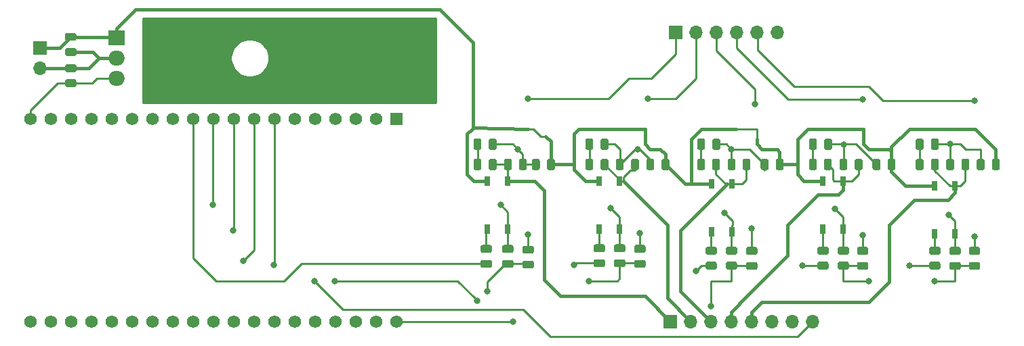
<source format=gbr>
G04 #@! TF.GenerationSoftware,KiCad,Pcbnew,(5.1.5)-3*
G04 #@! TF.CreationDate,2020-08-13T10:07:37-04:00*
G04 #@! TF.ProjectId,WifiAntSwitch,57696669-416e-4745-9377-697463682e6b,A*
G04 #@! TF.SameCoordinates,Original*
G04 #@! TF.FileFunction,Copper,L1,Top*
G04 #@! TF.FilePolarity,Positive*
%FSLAX46Y46*%
G04 Gerber Fmt 4.6, Leading zero omitted, Abs format (unit mm)*
G04 Created by KiCad (PCBNEW (5.1.5)-3) date 2020-08-13 10:07:37*
%MOMM*%
%LPD*%
G04 APERTURE LIST*
%ADD10C,1.560000*%
%ADD11R,1.560000X1.560000*%
%ADD12O,1.700000X1.700000*%
%ADD13R,1.700000X1.700000*%
%ADD14O,2.000000X1.905000*%
%ADD15R,2.000000X1.905000*%
%ADD16R,0.800000X1.200000*%
%ADD17C,0.100000*%
%ADD18C,0.800000*%
%ADD19C,0.250000*%
%ADD20C,0.381000*%
%ADD21C,0.254000*%
G04 APERTURE END LIST*
D10*
X85165000Y-120015000D03*
X87705000Y-120015000D03*
X90245000Y-120015000D03*
X92785000Y-120015000D03*
X95325000Y-120015000D03*
X97865000Y-120015000D03*
X100405000Y-120015000D03*
X102945000Y-120015000D03*
X105485000Y-120015000D03*
X108025000Y-120015000D03*
X110565000Y-120015000D03*
X113105000Y-120015000D03*
X115645000Y-120015000D03*
X118185000Y-120015000D03*
X120725000Y-120015000D03*
X123265000Y-120015000D03*
X125805000Y-120015000D03*
X128345000Y-120015000D03*
X130885000Y-120015000D03*
X87705000Y-94615000D03*
X90245000Y-94615000D03*
X92785000Y-94615000D03*
X95325000Y-94615000D03*
X97865000Y-94615000D03*
X100405000Y-94615000D03*
X102945000Y-94615000D03*
X105485000Y-94615000D03*
X108025000Y-94615000D03*
X110565000Y-94615000D03*
X113105000Y-94615000D03*
X115645000Y-94615000D03*
X118185000Y-94615000D03*
X120725000Y-94615000D03*
X123265000Y-94615000D03*
X125805000Y-94615000D03*
X85165000Y-94615000D03*
X128345000Y-94615000D03*
D11*
X130885000Y-94615000D03*
D12*
X86360000Y-88265000D03*
D13*
X86360000Y-85725000D03*
D14*
X95885000Y-89535000D03*
X95885000Y-86995000D03*
D15*
X95885000Y-84455000D03*
D16*
X200660000Y-103045000D03*
X200660000Y-109045000D03*
X198120000Y-109045000D03*
X198120000Y-103045000D03*
X186690000Y-102410000D03*
X186690000Y-108410000D03*
X184150000Y-108410000D03*
X184150000Y-102410000D03*
X172795000Y-102795000D03*
X172795000Y-108795000D03*
X170255000Y-108795000D03*
X170255000Y-102795000D03*
X158750000Y-102410000D03*
X158750000Y-108410000D03*
X156210000Y-108410000D03*
X156210000Y-102410000D03*
X144780000Y-102410000D03*
X144780000Y-108410000D03*
X142240000Y-108410000D03*
X142240000Y-102410000D03*
G04 #@! TA.AperFunction,SMDPad,CuDef*
D17*
G36*
X196512642Y-99631174D02*
G01*
X196536303Y-99634684D01*
X196559507Y-99640496D01*
X196582029Y-99648554D01*
X196603653Y-99658782D01*
X196624170Y-99671079D01*
X196643383Y-99685329D01*
X196661107Y-99701393D01*
X196677171Y-99719117D01*
X196691421Y-99738330D01*
X196703718Y-99758847D01*
X196713946Y-99780471D01*
X196722004Y-99802993D01*
X196727816Y-99826197D01*
X196731326Y-99849858D01*
X196732500Y-99873750D01*
X196732500Y-100786250D01*
X196731326Y-100810142D01*
X196727816Y-100833803D01*
X196722004Y-100857007D01*
X196713946Y-100879529D01*
X196703718Y-100901153D01*
X196691421Y-100921670D01*
X196677171Y-100940883D01*
X196661107Y-100958607D01*
X196643383Y-100974671D01*
X196624170Y-100988921D01*
X196603653Y-101001218D01*
X196582029Y-101011446D01*
X196559507Y-101019504D01*
X196536303Y-101025316D01*
X196512642Y-101028826D01*
X196488750Y-101030000D01*
X196001250Y-101030000D01*
X195977358Y-101028826D01*
X195953697Y-101025316D01*
X195930493Y-101019504D01*
X195907971Y-101011446D01*
X195886347Y-101001218D01*
X195865830Y-100988921D01*
X195846617Y-100974671D01*
X195828893Y-100958607D01*
X195812829Y-100940883D01*
X195798579Y-100921670D01*
X195786282Y-100901153D01*
X195776054Y-100879529D01*
X195767996Y-100857007D01*
X195762184Y-100833803D01*
X195758674Y-100810142D01*
X195757500Y-100786250D01*
X195757500Y-99873750D01*
X195758674Y-99849858D01*
X195762184Y-99826197D01*
X195767996Y-99802993D01*
X195776054Y-99780471D01*
X195786282Y-99758847D01*
X195798579Y-99738330D01*
X195812829Y-99719117D01*
X195828893Y-99701393D01*
X195846617Y-99685329D01*
X195865830Y-99671079D01*
X195886347Y-99658782D01*
X195907971Y-99648554D01*
X195930493Y-99640496D01*
X195953697Y-99634684D01*
X195977358Y-99631174D01*
X196001250Y-99630000D01*
X196488750Y-99630000D01*
X196512642Y-99631174D01*
G37*
G04 #@! TD.AperFunction*
G04 #@! TA.AperFunction,SMDPad,CuDef*
G36*
X198387642Y-99631174D02*
G01*
X198411303Y-99634684D01*
X198434507Y-99640496D01*
X198457029Y-99648554D01*
X198478653Y-99658782D01*
X198499170Y-99671079D01*
X198518383Y-99685329D01*
X198536107Y-99701393D01*
X198552171Y-99719117D01*
X198566421Y-99738330D01*
X198578718Y-99758847D01*
X198588946Y-99780471D01*
X198597004Y-99802993D01*
X198602816Y-99826197D01*
X198606326Y-99849858D01*
X198607500Y-99873750D01*
X198607500Y-100786250D01*
X198606326Y-100810142D01*
X198602816Y-100833803D01*
X198597004Y-100857007D01*
X198588946Y-100879529D01*
X198578718Y-100901153D01*
X198566421Y-100921670D01*
X198552171Y-100940883D01*
X198536107Y-100958607D01*
X198518383Y-100974671D01*
X198499170Y-100988921D01*
X198478653Y-101001218D01*
X198457029Y-101011446D01*
X198434507Y-101019504D01*
X198411303Y-101025316D01*
X198387642Y-101028826D01*
X198363750Y-101030000D01*
X197876250Y-101030000D01*
X197852358Y-101028826D01*
X197828697Y-101025316D01*
X197805493Y-101019504D01*
X197782971Y-101011446D01*
X197761347Y-101001218D01*
X197740830Y-100988921D01*
X197721617Y-100974671D01*
X197703893Y-100958607D01*
X197687829Y-100940883D01*
X197673579Y-100921670D01*
X197661282Y-100901153D01*
X197651054Y-100879529D01*
X197642996Y-100857007D01*
X197637184Y-100833803D01*
X197633674Y-100810142D01*
X197632500Y-100786250D01*
X197632500Y-99873750D01*
X197633674Y-99849858D01*
X197637184Y-99826197D01*
X197642996Y-99802993D01*
X197651054Y-99780471D01*
X197661282Y-99758847D01*
X197673579Y-99738330D01*
X197687829Y-99719117D01*
X197703893Y-99701393D01*
X197721617Y-99685329D01*
X197740830Y-99671079D01*
X197761347Y-99658782D01*
X197782971Y-99648554D01*
X197805493Y-99640496D01*
X197828697Y-99634684D01*
X197852358Y-99631174D01*
X197876250Y-99630000D01*
X198363750Y-99630000D01*
X198387642Y-99631174D01*
G37*
G04 #@! TD.AperFunction*
G04 #@! TA.AperFunction,SMDPad,CuDef*
G36*
X198600142Y-112513674D02*
G01*
X198623803Y-112517184D01*
X198647007Y-112522996D01*
X198669529Y-112531054D01*
X198691153Y-112541282D01*
X198711670Y-112553579D01*
X198730883Y-112567829D01*
X198748607Y-112583893D01*
X198764671Y-112601617D01*
X198778921Y-112620830D01*
X198791218Y-112641347D01*
X198801446Y-112662971D01*
X198809504Y-112685493D01*
X198815316Y-112708697D01*
X198818826Y-112732358D01*
X198820000Y-112756250D01*
X198820000Y-113243750D01*
X198818826Y-113267642D01*
X198815316Y-113291303D01*
X198809504Y-113314507D01*
X198801446Y-113337029D01*
X198791218Y-113358653D01*
X198778921Y-113379170D01*
X198764671Y-113398383D01*
X198748607Y-113416107D01*
X198730883Y-113432171D01*
X198711670Y-113446421D01*
X198691153Y-113458718D01*
X198669529Y-113468946D01*
X198647007Y-113477004D01*
X198623803Y-113482816D01*
X198600142Y-113486326D01*
X198576250Y-113487500D01*
X197663750Y-113487500D01*
X197639858Y-113486326D01*
X197616197Y-113482816D01*
X197592993Y-113477004D01*
X197570471Y-113468946D01*
X197548847Y-113458718D01*
X197528330Y-113446421D01*
X197509117Y-113432171D01*
X197491393Y-113416107D01*
X197475329Y-113398383D01*
X197461079Y-113379170D01*
X197448782Y-113358653D01*
X197438554Y-113337029D01*
X197430496Y-113314507D01*
X197424684Y-113291303D01*
X197421174Y-113267642D01*
X197420000Y-113243750D01*
X197420000Y-112756250D01*
X197421174Y-112732358D01*
X197424684Y-112708697D01*
X197430496Y-112685493D01*
X197438554Y-112662971D01*
X197448782Y-112641347D01*
X197461079Y-112620830D01*
X197475329Y-112601617D01*
X197491393Y-112583893D01*
X197509117Y-112567829D01*
X197528330Y-112553579D01*
X197548847Y-112541282D01*
X197570471Y-112531054D01*
X197592993Y-112522996D01*
X197616197Y-112517184D01*
X197639858Y-112513674D01*
X197663750Y-112512500D01*
X198576250Y-112512500D01*
X198600142Y-112513674D01*
G37*
G04 #@! TD.AperFunction*
G04 #@! TA.AperFunction,SMDPad,CuDef*
G36*
X198600142Y-110638674D02*
G01*
X198623803Y-110642184D01*
X198647007Y-110647996D01*
X198669529Y-110656054D01*
X198691153Y-110666282D01*
X198711670Y-110678579D01*
X198730883Y-110692829D01*
X198748607Y-110708893D01*
X198764671Y-110726617D01*
X198778921Y-110745830D01*
X198791218Y-110766347D01*
X198801446Y-110787971D01*
X198809504Y-110810493D01*
X198815316Y-110833697D01*
X198818826Y-110857358D01*
X198820000Y-110881250D01*
X198820000Y-111368750D01*
X198818826Y-111392642D01*
X198815316Y-111416303D01*
X198809504Y-111439507D01*
X198801446Y-111462029D01*
X198791218Y-111483653D01*
X198778921Y-111504170D01*
X198764671Y-111523383D01*
X198748607Y-111541107D01*
X198730883Y-111557171D01*
X198711670Y-111571421D01*
X198691153Y-111583718D01*
X198669529Y-111593946D01*
X198647007Y-111602004D01*
X198623803Y-111607816D01*
X198600142Y-111611326D01*
X198576250Y-111612500D01*
X197663750Y-111612500D01*
X197639858Y-111611326D01*
X197616197Y-111607816D01*
X197592993Y-111602004D01*
X197570471Y-111593946D01*
X197548847Y-111583718D01*
X197528330Y-111571421D01*
X197509117Y-111557171D01*
X197491393Y-111541107D01*
X197475329Y-111523383D01*
X197461079Y-111504170D01*
X197448782Y-111483653D01*
X197438554Y-111462029D01*
X197430496Y-111439507D01*
X197424684Y-111416303D01*
X197421174Y-111392642D01*
X197420000Y-111368750D01*
X197420000Y-110881250D01*
X197421174Y-110857358D01*
X197424684Y-110833697D01*
X197430496Y-110810493D01*
X197438554Y-110787971D01*
X197448782Y-110766347D01*
X197461079Y-110745830D01*
X197475329Y-110726617D01*
X197491393Y-110708893D01*
X197509117Y-110692829D01*
X197528330Y-110678579D01*
X197548847Y-110666282D01*
X197570471Y-110656054D01*
X197592993Y-110647996D01*
X197616197Y-110642184D01*
X197639858Y-110638674D01*
X197663750Y-110637500D01*
X198576250Y-110637500D01*
X198600142Y-110638674D01*
G37*
G04 #@! TD.AperFunction*
G04 #@! TA.AperFunction,SMDPad,CuDef*
G36*
X201140142Y-110668674D02*
G01*
X201163803Y-110672184D01*
X201187007Y-110677996D01*
X201209529Y-110686054D01*
X201231153Y-110696282D01*
X201251670Y-110708579D01*
X201270883Y-110722829D01*
X201288607Y-110738893D01*
X201304671Y-110756617D01*
X201318921Y-110775830D01*
X201331218Y-110796347D01*
X201341446Y-110817971D01*
X201349504Y-110840493D01*
X201355316Y-110863697D01*
X201358826Y-110887358D01*
X201360000Y-110911250D01*
X201360000Y-111398750D01*
X201358826Y-111422642D01*
X201355316Y-111446303D01*
X201349504Y-111469507D01*
X201341446Y-111492029D01*
X201331218Y-111513653D01*
X201318921Y-111534170D01*
X201304671Y-111553383D01*
X201288607Y-111571107D01*
X201270883Y-111587171D01*
X201251670Y-111601421D01*
X201231153Y-111613718D01*
X201209529Y-111623946D01*
X201187007Y-111632004D01*
X201163803Y-111637816D01*
X201140142Y-111641326D01*
X201116250Y-111642500D01*
X200203750Y-111642500D01*
X200179858Y-111641326D01*
X200156197Y-111637816D01*
X200132993Y-111632004D01*
X200110471Y-111623946D01*
X200088847Y-111613718D01*
X200068330Y-111601421D01*
X200049117Y-111587171D01*
X200031393Y-111571107D01*
X200015329Y-111553383D01*
X200001079Y-111534170D01*
X199988782Y-111513653D01*
X199978554Y-111492029D01*
X199970496Y-111469507D01*
X199964684Y-111446303D01*
X199961174Y-111422642D01*
X199960000Y-111398750D01*
X199960000Y-110911250D01*
X199961174Y-110887358D01*
X199964684Y-110863697D01*
X199970496Y-110840493D01*
X199978554Y-110817971D01*
X199988782Y-110796347D01*
X200001079Y-110775830D01*
X200015329Y-110756617D01*
X200031393Y-110738893D01*
X200049117Y-110722829D01*
X200068330Y-110708579D01*
X200088847Y-110696282D01*
X200110471Y-110686054D01*
X200132993Y-110677996D01*
X200156197Y-110672184D01*
X200179858Y-110668674D01*
X200203750Y-110667500D01*
X201116250Y-110667500D01*
X201140142Y-110668674D01*
G37*
G04 #@! TD.AperFunction*
G04 #@! TA.AperFunction,SMDPad,CuDef*
G36*
X201140142Y-112543674D02*
G01*
X201163803Y-112547184D01*
X201187007Y-112552996D01*
X201209529Y-112561054D01*
X201231153Y-112571282D01*
X201251670Y-112583579D01*
X201270883Y-112597829D01*
X201288607Y-112613893D01*
X201304671Y-112631617D01*
X201318921Y-112650830D01*
X201331218Y-112671347D01*
X201341446Y-112692971D01*
X201349504Y-112715493D01*
X201355316Y-112738697D01*
X201358826Y-112762358D01*
X201360000Y-112786250D01*
X201360000Y-113273750D01*
X201358826Y-113297642D01*
X201355316Y-113321303D01*
X201349504Y-113344507D01*
X201341446Y-113367029D01*
X201331218Y-113388653D01*
X201318921Y-113409170D01*
X201304671Y-113428383D01*
X201288607Y-113446107D01*
X201270883Y-113462171D01*
X201251670Y-113476421D01*
X201231153Y-113488718D01*
X201209529Y-113498946D01*
X201187007Y-113507004D01*
X201163803Y-113512816D01*
X201140142Y-113516326D01*
X201116250Y-113517500D01*
X200203750Y-113517500D01*
X200179858Y-113516326D01*
X200156197Y-113512816D01*
X200132993Y-113507004D01*
X200110471Y-113498946D01*
X200088847Y-113488718D01*
X200068330Y-113476421D01*
X200049117Y-113462171D01*
X200031393Y-113446107D01*
X200015329Y-113428383D01*
X200001079Y-113409170D01*
X199988782Y-113388653D01*
X199978554Y-113367029D01*
X199970496Y-113344507D01*
X199964684Y-113321303D01*
X199961174Y-113297642D01*
X199960000Y-113273750D01*
X199960000Y-112786250D01*
X199961174Y-112762358D01*
X199964684Y-112738697D01*
X199970496Y-112715493D01*
X199978554Y-112692971D01*
X199988782Y-112671347D01*
X200001079Y-112650830D01*
X200015329Y-112631617D01*
X200031393Y-112613893D01*
X200049117Y-112597829D01*
X200068330Y-112583579D01*
X200088847Y-112571282D01*
X200110471Y-112561054D01*
X200132993Y-112552996D01*
X200156197Y-112547184D01*
X200179858Y-112543674D01*
X200203750Y-112542500D01*
X201116250Y-112542500D01*
X201140142Y-112543674D01*
G37*
G04 #@! TD.AperFunction*
G04 #@! TA.AperFunction,SMDPad,CuDef*
G36*
X203553142Y-110668674D02*
G01*
X203576803Y-110672184D01*
X203600007Y-110677996D01*
X203622529Y-110686054D01*
X203644153Y-110696282D01*
X203664670Y-110708579D01*
X203683883Y-110722829D01*
X203701607Y-110738893D01*
X203717671Y-110756617D01*
X203731921Y-110775830D01*
X203744218Y-110796347D01*
X203754446Y-110817971D01*
X203762504Y-110840493D01*
X203768316Y-110863697D01*
X203771826Y-110887358D01*
X203773000Y-110911250D01*
X203773000Y-111398750D01*
X203771826Y-111422642D01*
X203768316Y-111446303D01*
X203762504Y-111469507D01*
X203754446Y-111492029D01*
X203744218Y-111513653D01*
X203731921Y-111534170D01*
X203717671Y-111553383D01*
X203701607Y-111571107D01*
X203683883Y-111587171D01*
X203664670Y-111601421D01*
X203644153Y-111613718D01*
X203622529Y-111623946D01*
X203600007Y-111632004D01*
X203576803Y-111637816D01*
X203553142Y-111641326D01*
X203529250Y-111642500D01*
X202616750Y-111642500D01*
X202592858Y-111641326D01*
X202569197Y-111637816D01*
X202545993Y-111632004D01*
X202523471Y-111623946D01*
X202501847Y-111613718D01*
X202481330Y-111601421D01*
X202462117Y-111587171D01*
X202444393Y-111571107D01*
X202428329Y-111553383D01*
X202414079Y-111534170D01*
X202401782Y-111513653D01*
X202391554Y-111492029D01*
X202383496Y-111469507D01*
X202377684Y-111446303D01*
X202374174Y-111422642D01*
X202373000Y-111398750D01*
X202373000Y-110911250D01*
X202374174Y-110887358D01*
X202377684Y-110863697D01*
X202383496Y-110840493D01*
X202391554Y-110817971D01*
X202401782Y-110796347D01*
X202414079Y-110775830D01*
X202428329Y-110756617D01*
X202444393Y-110738893D01*
X202462117Y-110722829D01*
X202481330Y-110708579D01*
X202501847Y-110696282D01*
X202523471Y-110686054D01*
X202545993Y-110677996D01*
X202569197Y-110672184D01*
X202592858Y-110668674D01*
X202616750Y-110667500D01*
X203529250Y-110667500D01*
X203553142Y-110668674D01*
G37*
G04 #@! TD.AperFunction*
G04 #@! TA.AperFunction,SMDPad,CuDef*
G36*
X203553142Y-112543674D02*
G01*
X203576803Y-112547184D01*
X203600007Y-112552996D01*
X203622529Y-112561054D01*
X203644153Y-112571282D01*
X203664670Y-112583579D01*
X203683883Y-112597829D01*
X203701607Y-112613893D01*
X203717671Y-112631617D01*
X203731921Y-112650830D01*
X203744218Y-112671347D01*
X203754446Y-112692971D01*
X203762504Y-112715493D01*
X203768316Y-112738697D01*
X203771826Y-112762358D01*
X203773000Y-112786250D01*
X203773000Y-113273750D01*
X203771826Y-113297642D01*
X203768316Y-113321303D01*
X203762504Y-113344507D01*
X203754446Y-113367029D01*
X203744218Y-113388653D01*
X203731921Y-113409170D01*
X203717671Y-113428383D01*
X203701607Y-113446107D01*
X203683883Y-113462171D01*
X203664670Y-113476421D01*
X203644153Y-113488718D01*
X203622529Y-113498946D01*
X203600007Y-113507004D01*
X203576803Y-113512816D01*
X203553142Y-113516326D01*
X203529250Y-113517500D01*
X202616750Y-113517500D01*
X202592858Y-113516326D01*
X202569197Y-113512816D01*
X202545993Y-113507004D01*
X202523471Y-113498946D01*
X202501847Y-113488718D01*
X202481330Y-113476421D01*
X202462117Y-113462171D01*
X202444393Y-113446107D01*
X202428329Y-113428383D01*
X202414079Y-113409170D01*
X202401782Y-113388653D01*
X202391554Y-113367029D01*
X202383496Y-113344507D01*
X202377684Y-113321303D01*
X202374174Y-113297642D01*
X202373000Y-113273750D01*
X202373000Y-112786250D01*
X202374174Y-112762358D01*
X202377684Y-112738697D01*
X202383496Y-112715493D01*
X202391554Y-112692971D01*
X202401782Y-112671347D01*
X202414079Y-112650830D01*
X202428329Y-112631617D01*
X202444393Y-112613893D01*
X202462117Y-112597829D01*
X202481330Y-112583579D01*
X202501847Y-112571282D01*
X202523471Y-112561054D01*
X202545993Y-112552996D01*
X202569197Y-112547184D01*
X202592858Y-112543674D01*
X202616750Y-112542500D01*
X203529250Y-112542500D01*
X203553142Y-112543674D01*
G37*
G04 #@! TD.AperFunction*
G04 #@! TA.AperFunction,SMDPad,CuDef*
G36*
X183147642Y-99631174D02*
G01*
X183171303Y-99634684D01*
X183194507Y-99640496D01*
X183217029Y-99648554D01*
X183238653Y-99658782D01*
X183259170Y-99671079D01*
X183278383Y-99685329D01*
X183296107Y-99701393D01*
X183312171Y-99719117D01*
X183326421Y-99738330D01*
X183338718Y-99758847D01*
X183348946Y-99780471D01*
X183357004Y-99802993D01*
X183362816Y-99826197D01*
X183366326Y-99849858D01*
X183367500Y-99873750D01*
X183367500Y-100786250D01*
X183366326Y-100810142D01*
X183362816Y-100833803D01*
X183357004Y-100857007D01*
X183348946Y-100879529D01*
X183338718Y-100901153D01*
X183326421Y-100921670D01*
X183312171Y-100940883D01*
X183296107Y-100958607D01*
X183278383Y-100974671D01*
X183259170Y-100988921D01*
X183238653Y-101001218D01*
X183217029Y-101011446D01*
X183194507Y-101019504D01*
X183171303Y-101025316D01*
X183147642Y-101028826D01*
X183123750Y-101030000D01*
X182636250Y-101030000D01*
X182612358Y-101028826D01*
X182588697Y-101025316D01*
X182565493Y-101019504D01*
X182542971Y-101011446D01*
X182521347Y-101001218D01*
X182500830Y-100988921D01*
X182481617Y-100974671D01*
X182463893Y-100958607D01*
X182447829Y-100940883D01*
X182433579Y-100921670D01*
X182421282Y-100901153D01*
X182411054Y-100879529D01*
X182402996Y-100857007D01*
X182397184Y-100833803D01*
X182393674Y-100810142D01*
X182392500Y-100786250D01*
X182392500Y-99873750D01*
X182393674Y-99849858D01*
X182397184Y-99826197D01*
X182402996Y-99802993D01*
X182411054Y-99780471D01*
X182421282Y-99758847D01*
X182433579Y-99738330D01*
X182447829Y-99719117D01*
X182463893Y-99701393D01*
X182481617Y-99685329D01*
X182500830Y-99671079D01*
X182521347Y-99658782D01*
X182542971Y-99648554D01*
X182565493Y-99640496D01*
X182588697Y-99634684D01*
X182612358Y-99631174D01*
X182636250Y-99630000D01*
X183123750Y-99630000D01*
X183147642Y-99631174D01*
G37*
G04 #@! TD.AperFunction*
G04 #@! TA.AperFunction,SMDPad,CuDef*
G36*
X185022642Y-99631174D02*
G01*
X185046303Y-99634684D01*
X185069507Y-99640496D01*
X185092029Y-99648554D01*
X185113653Y-99658782D01*
X185134170Y-99671079D01*
X185153383Y-99685329D01*
X185171107Y-99701393D01*
X185187171Y-99719117D01*
X185201421Y-99738330D01*
X185213718Y-99758847D01*
X185223946Y-99780471D01*
X185232004Y-99802993D01*
X185237816Y-99826197D01*
X185241326Y-99849858D01*
X185242500Y-99873750D01*
X185242500Y-100786250D01*
X185241326Y-100810142D01*
X185237816Y-100833803D01*
X185232004Y-100857007D01*
X185223946Y-100879529D01*
X185213718Y-100901153D01*
X185201421Y-100921670D01*
X185187171Y-100940883D01*
X185171107Y-100958607D01*
X185153383Y-100974671D01*
X185134170Y-100988921D01*
X185113653Y-101001218D01*
X185092029Y-101011446D01*
X185069507Y-101019504D01*
X185046303Y-101025316D01*
X185022642Y-101028826D01*
X184998750Y-101030000D01*
X184511250Y-101030000D01*
X184487358Y-101028826D01*
X184463697Y-101025316D01*
X184440493Y-101019504D01*
X184417971Y-101011446D01*
X184396347Y-101001218D01*
X184375830Y-100988921D01*
X184356617Y-100974671D01*
X184338893Y-100958607D01*
X184322829Y-100940883D01*
X184308579Y-100921670D01*
X184296282Y-100901153D01*
X184286054Y-100879529D01*
X184277996Y-100857007D01*
X184272184Y-100833803D01*
X184268674Y-100810142D01*
X184267500Y-100786250D01*
X184267500Y-99873750D01*
X184268674Y-99849858D01*
X184272184Y-99826197D01*
X184277996Y-99802993D01*
X184286054Y-99780471D01*
X184296282Y-99758847D01*
X184308579Y-99738330D01*
X184322829Y-99719117D01*
X184338893Y-99701393D01*
X184356617Y-99685329D01*
X184375830Y-99671079D01*
X184396347Y-99658782D01*
X184417971Y-99648554D01*
X184440493Y-99640496D01*
X184463697Y-99634684D01*
X184487358Y-99631174D01*
X184511250Y-99630000D01*
X184998750Y-99630000D01*
X185022642Y-99631174D01*
G37*
G04 #@! TD.AperFunction*
G04 #@! TA.AperFunction,SMDPad,CuDef*
G36*
X184630142Y-112513674D02*
G01*
X184653803Y-112517184D01*
X184677007Y-112522996D01*
X184699529Y-112531054D01*
X184721153Y-112541282D01*
X184741670Y-112553579D01*
X184760883Y-112567829D01*
X184778607Y-112583893D01*
X184794671Y-112601617D01*
X184808921Y-112620830D01*
X184821218Y-112641347D01*
X184831446Y-112662971D01*
X184839504Y-112685493D01*
X184845316Y-112708697D01*
X184848826Y-112732358D01*
X184850000Y-112756250D01*
X184850000Y-113243750D01*
X184848826Y-113267642D01*
X184845316Y-113291303D01*
X184839504Y-113314507D01*
X184831446Y-113337029D01*
X184821218Y-113358653D01*
X184808921Y-113379170D01*
X184794671Y-113398383D01*
X184778607Y-113416107D01*
X184760883Y-113432171D01*
X184741670Y-113446421D01*
X184721153Y-113458718D01*
X184699529Y-113468946D01*
X184677007Y-113477004D01*
X184653803Y-113482816D01*
X184630142Y-113486326D01*
X184606250Y-113487500D01*
X183693750Y-113487500D01*
X183669858Y-113486326D01*
X183646197Y-113482816D01*
X183622993Y-113477004D01*
X183600471Y-113468946D01*
X183578847Y-113458718D01*
X183558330Y-113446421D01*
X183539117Y-113432171D01*
X183521393Y-113416107D01*
X183505329Y-113398383D01*
X183491079Y-113379170D01*
X183478782Y-113358653D01*
X183468554Y-113337029D01*
X183460496Y-113314507D01*
X183454684Y-113291303D01*
X183451174Y-113267642D01*
X183450000Y-113243750D01*
X183450000Y-112756250D01*
X183451174Y-112732358D01*
X183454684Y-112708697D01*
X183460496Y-112685493D01*
X183468554Y-112662971D01*
X183478782Y-112641347D01*
X183491079Y-112620830D01*
X183505329Y-112601617D01*
X183521393Y-112583893D01*
X183539117Y-112567829D01*
X183558330Y-112553579D01*
X183578847Y-112541282D01*
X183600471Y-112531054D01*
X183622993Y-112522996D01*
X183646197Y-112517184D01*
X183669858Y-112513674D01*
X183693750Y-112512500D01*
X184606250Y-112512500D01*
X184630142Y-112513674D01*
G37*
G04 #@! TD.AperFunction*
G04 #@! TA.AperFunction,SMDPad,CuDef*
G36*
X184630142Y-110638674D02*
G01*
X184653803Y-110642184D01*
X184677007Y-110647996D01*
X184699529Y-110656054D01*
X184721153Y-110666282D01*
X184741670Y-110678579D01*
X184760883Y-110692829D01*
X184778607Y-110708893D01*
X184794671Y-110726617D01*
X184808921Y-110745830D01*
X184821218Y-110766347D01*
X184831446Y-110787971D01*
X184839504Y-110810493D01*
X184845316Y-110833697D01*
X184848826Y-110857358D01*
X184850000Y-110881250D01*
X184850000Y-111368750D01*
X184848826Y-111392642D01*
X184845316Y-111416303D01*
X184839504Y-111439507D01*
X184831446Y-111462029D01*
X184821218Y-111483653D01*
X184808921Y-111504170D01*
X184794671Y-111523383D01*
X184778607Y-111541107D01*
X184760883Y-111557171D01*
X184741670Y-111571421D01*
X184721153Y-111583718D01*
X184699529Y-111593946D01*
X184677007Y-111602004D01*
X184653803Y-111607816D01*
X184630142Y-111611326D01*
X184606250Y-111612500D01*
X183693750Y-111612500D01*
X183669858Y-111611326D01*
X183646197Y-111607816D01*
X183622993Y-111602004D01*
X183600471Y-111593946D01*
X183578847Y-111583718D01*
X183558330Y-111571421D01*
X183539117Y-111557171D01*
X183521393Y-111541107D01*
X183505329Y-111523383D01*
X183491079Y-111504170D01*
X183478782Y-111483653D01*
X183468554Y-111462029D01*
X183460496Y-111439507D01*
X183454684Y-111416303D01*
X183451174Y-111392642D01*
X183450000Y-111368750D01*
X183450000Y-110881250D01*
X183451174Y-110857358D01*
X183454684Y-110833697D01*
X183460496Y-110810493D01*
X183468554Y-110787971D01*
X183478782Y-110766347D01*
X183491079Y-110745830D01*
X183505329Y-110726617D01*
X183521393Y-110708893D01*
X183539117Y-110692829D01*
X183558330Y-110678579D01*
X183578847Y-110666282D01*
X183600471Y-110656054D01*
X183622993Y-110647996D01*
X183646197Y-110642184D01*
X183669858Y-110638674D01*
X183693750Y-110637500D01*
X184606250Y-110637500D01*
X184630142Y-110638674D01*
G37*
G04 #@! TD.AperFunction*
G04 #@! TA.AperFunction,SMDPad,CuDef*
G36*
X187170142Y-110638674D02*
G01*
X187193803Y-110642184D01*
X187217007Y-110647996D01*
X187239529Y-110656054D01*
X187261153Y-110666282D01*
X187281670Y-110678579D01*
X187300883Y-110692829D01*
X187318607Y-110708893D01*
X187334671Y-110726617D01*
X187348921Y-110745830D01*
X187361218Y-110766347D01*
X187371446Y-110787971D01*
X187379504Y-110810493D01*
X187385316Y-110833697D01*
X187388826Y-110857358D01*
X187390000Y-110881250D01*
X187390000Y-111368750D01*
X187388826Y-111392642D01*
X187385316Y-111416303D01*
X187379504Y-111439507D01*
X187371446Y-111462029D01*
X187361218Y-111483653D01*
X187348921Y-111504170D01*
X187334671Y-111523383D01*
X187318607Y-111541107D01*
X187300883Y-111557171D01*
X187281670Y-111571421D01*
X187261153Y-111583718D01*
X187239529Y-111593946D01*
X187217007Y-111602004D01*
X187193803Y-111607816D01*
X187170142Y-111611326D01*
X187146250Y-111612500D01*
X186233750Y-111612500D01*
X186209858Y-111611326D01*
X186186197Y-111607816D01*
X186162993Y-111602004D01*
X186140471Y-111593946D01*
X186118847Y-111583718D01*
X186098330Y-111571421D01*
X186079117Y-111557171D01*
X186061393Y-111541107D01*
X186045329Y-111523383D01*
X186031079Y-111504170D01*
X186018782Y-111483653D01*
X186008554Y-111462029D01*
X186000496Y-111439507D01*
X185994684Y-111416303D01*
X185991174Y-111392642D01*
X185990000Y-111368750D01*
X185990000Y-110881250D01*
X185991174Y-110857358D01*
X185994684Y-110833697D01*
X186000496Y-110810493D01*
X186008554Y-110787971D01*
X186018782Y-110766347D01*
X186031079Y-110745830D01*
X186045329Y-110726617D01*
X186061393Y-110708893D01*
X186079117Y-110692829D01*
X186098330Y-110678579D01*
X186118847Y-110666282D01*
X186140471Y-110656054D01*
X186162993Y-110647996D01*
X186186197Y-110642184D01*
X186209858Y-110638674D01*
X186233750Y-110637500D01*
X187146250Y-110637500D01*
X187170142Y-110638674D01*
G37*
G04 #@! TD.AperFunction*
G04 #@! TA.AperFunction,SMDPad,CuDef*
G36*
X187170142Y-112513674D02*
G01*
X187193803Y-112517184D01*
X187217007Y-112522996D01*
X187239529Y-112531054D01*
X187261153Y-112541282D01*
X187281670Y-112553579D01*
X187300883Y-112567829D01*
X187318607Y-112583893D01*
X187334671Y-112601617D01*
X187348921Y-112620830D01*
X187361218Y-112641347D01*
X187371446Y-112662971D01*
X187379504Y-112685493D01*
X187385316Y-112708697D01*
X187388826Y-112732358D01*
X187390000Y-112756250D01*
X187390000Y-113243750D01*
X187388826Y-113267642D01*
X187385316Y-113291303D01*
X187379504Y-113314507D01*
X187371446Y-113337029D01*
X187361218Y-113358653D01*
X187348921Y-113379170D01*
X187334671Y-113398383D01*
X187318607Y-113416107D01*
X187300883Y-113432171D01*
X187281670Y-113446421D01*
X187261153Y-113458718D01*
X187239529Y-113468946D01*
X187217007Y-113477004D01*
X187193803Y-113482816D01*
X187170142Y-113486326D01*
X187146250Y-113487500D01*
X186233750Y-113487500D01*
X186209858Y-113486326D01*
X186186197Y-113482816D01*
X186162993Y-113477004D01*
X186140471Y-113468946D01*
X186118847Y-113458718D01*
X186098330Y-113446421D01*
X186079117Y-113432171D01*
X186061393Y-113416107D01*
X186045329Y-113398383D01*
X186031079Y-113379170D01*
X186018782Y-113358653D01*
X186008554Y-113337029D01*
X186000496Y-113314507D01*
X185994684Y-113291303D01*
X185991174Y-113267642D01*
X185990000Y-113243750D01*
X185990000Y-112756250D01*
X185991174Y-112732358D01*
X185994684Y-112708697D01*
X186000496Y-112685493D01*
X186008554Y-112662971D01*
X186018782Y-112641347D01*
X186031079Y-112620830D01*
X186045329Y-112601617D01*
X186061393Y-112583893D01*
X186079117Y-112567829D01*
X186098330Y-112553579D01*
X186118847Y-112541282D01*
X186140471Y-112531054D01*
X186162993Y-112522996D01*
X186186197Y-112517184D01*
X186209858Y-112513674D01*
X186233750Y-112512500D01*
X187146250Y-112512500D01*
X187170142Y-112513674D01*
G37*
G04 #@! TD.AperFunction*
G04 #@! TA.AperFunction,SMDPad,CuDef*
G36*
X189583142Y-110668674D02*
G01*
X189606803Y-110672184D01*
X189630007Y-110677996D01*
X189652529Y-110686054D01*
X189674153Y-110696282D01*
X189694670Y-110708579D01*
X189713883Y-110722829D01*
X189731607Y-110738893D01*
X189747671Y-110756617D01*
X189761921Y-110775830D01*
X189774218Y-110796347D01*
X189784446Y-110817971D01*
X189792504Y-110840493D01*
X189798316Y-110863697D01*
X189801826Y-110887358D01*
X189803000Y-110911250D01*
X189803000Y-111398750D01*
X189801826Y-111422642D01*
X189798316Y-111446303D01*
X189792504Y-111469507D01*
X189784446Y-111492029D01*
X189774218Y-111513653D01*
X189761921Y-111534170D01*
X189747671Y-111553383D01*
X189731607Y-111571107D01*
X189713883Y-111587171D01*
X189694670Y-111601421D01*
X189674153Y-111613718D01*
X189652529Y-111623946D01*
X189630007Y-111632004D01*
X189606803Y-111637816D01*
X189583142Y-111641326D01*
X189559250Y-111642500D01*
X188646750Y-111642500D01*
X188622858Y-111641326D01*
X188599197Y-111637816D01*
X188575993Y-111632004D01*
X188553471Y-111623946D01*
X188531847Y-111613718D01*
X188511330Y-111601421D01*
X188492117Y-111587171D01*
X188474393Y-111571107D01*
X188458329Y-111553383D01*
X188444079Y-111534170D01*
X188431782Y-111513653D01*
X188421554Y-111492029D01*
X188413496Y-111469507D01*
X188407684Y-111446303D01*
X188404174Y-111422642D01*
X188403000Y-111398750D01*
X188403000Y-110911250D01*
X188404174Y-110887358D01*
X188407684Y-110863697D01*
X188413496Y-110840493D01*
X188421554Y-110817971D01*
X188431782Y-110796347D01*
X188444079Y-110775830D01*
X188458329Y-110756617D01*
X188474393Y-110738893D01*
X188492117Y-110722829D01*
X188511330Y-110708579D01*
X188531847Y-110696282D01*
X188553471Y-110686054D01*
X188575993Y-110677996D01*
X188599197Y-110672184D01*
X188622858Y-110668674D01*
X188646750Y-110667500D01*
X189559250Y-110667500D01*
X189583142Y-110668674D01*
G37*
G04 #@! TD.AperFunction*
G04 #@! TA.AperFunction,SMDPad,CuDef*
G36*
X189583142Y-112543674D02*
G01*
X189606803Y-112547184D01*
X189630007Y-112552996D01*
X189652529Y-112561054D01*
X189674153Y-112571282D01*
X189694670Y-112583579D01*
X189713883Y-112597829D01*
X189731607Y-112613893D01*
X189747671Y-112631617D01*
X189761921Y-112650830D01*
X189774218Y-112671347D01*
X189784446Y-112692971D01*
X189792504Y-112715493D01*
X189798316Y-112738697D01*
X189801826Y-112762358D01*
X189803000Y-112786250D01*
X189803000Y-113273750D01*
X189801826Y-113297642D01*
X189798316Y-113321303D01*
X189792504Y-113344507D01*
X189784446Y-113367029D01*
X189774218Y-113388653D01*
X189761921Y-113409170D01*
X189747671Y-113428383D01*
X189731607Y-113446107D01*
X189713883Y-113462171D01*
X189694670Y-113476421D01*
X189674153Y-113488718D01*
X189652529Y-113498946D01*
X189630007Y-113507004D01*
X189606803Y-113512816D01*
X189583142Y-113516326D01*
X189559250Y-113517500D01*
X188646750Y-113517500D01*
X188622858Y-113516326D01*
X188599197Y-113512816D01*
X188575993Y-113507004D01*
X188553471Y-113498946D01*
X188531847Y-113488718D01*
X188511330Y-113476421D01*
X188492117Y-113462171D01*
X188474393Y-113446107D01*
X188458329Y-113428383D01*
X188444079Y-113409170D01*
X188431782Y-113388653D01*
X188421554Y-113367029D01*
X188413496Y-113344507D01*
X188407684Y-113321303D01*
X188404174Y-113297642D01*
X188403000Y-113273750D01*
X188403000Y-112786250D01*
X188404174Y-112762358D01*
X188407684Y-112738697D01*
X188413496Y-112715493D01*
X188421554Y-112692971D01*
X188431782Y-112671347D01*
X188444079Y-112650830D01*
X188458329Y-112631617D01*
X188474393Y-112613893D01*
X188492117Y-112597829D01*
X188511330Y-112583579D01*
X188531847Y-112571282D01*
X188553471Y-112561054D01*
X188575993Y-112552996D01*
X188599197Y-112547184D01*
X188622858Y-112543674D01*
X188646750Y-112542500D01*
X189559250Y-112542500D01*
X189583142Y-112543674D01*
G37*
G04 #@! TD.AperFunction*
G04 #@! TA.AperFunction,SMDPad,CuDef*
G36*
X169177642Y-99631174D02*
G01*
X169201303Y-99634684D01*
X169224507Y-99640496D01*
X169247029Y-99648554D01*
X169268653Y-99658782D01*
X169289170Y-99671079D01*
X169308383Y-99685329D01*
X169326107Y-99701393D01*
X169342171Y-99719117D01*
X169356421Y-99738330D01*
X169368718Y-99758847D01*
X169378946Y-99780471D01*
X169387004Y-99802993D01*
X169392816Y-99826197D01*
X169396326Y-99849858D01*
X169397500Y-99873750D01*
X169397500Y-100786250D01*
X169396326Y-100810142D01*
X169392816Y-100833803D01*
X169387004Y-100857007D01*
X169378946Y-100879529D01*
X169368718Y-100901153D01*
X169356421Y-100921670D01*
X169342171Y-100940883D01*
X169326107Y-100958607D01*
X169308383Y-100974671D01*
X169289170Y-100988921D01*
X169268653Y-101001218D01*
X169247029Y-101011446D01*
X169224507Y-101019504D01*
X169201303Y-101025316D01*
X169177642Y-101028826D01*
X169153750Y-101030000D01*
X168666250Y-101030000D01*
X168642358Y-101028826D01*
X168618697Y-101025316D01*
X168595493Y-101019504D01*
X168572971Y-101011446D01*
X168551347Y-101001218D01*
X168530830Y-100988921D01*
X168511617Y-100974671D01*
X168493893Y-100958607D01*
X168477829Y-100940883D01*
X168463579Y-100921670D01*
X168451282Y-100901153D01*
X168441054Y-100879529D01*
X168432996Y-100857007D01*
X168427184Y-100833803D01*
X168423674Y-100810142D01*
X168422500Y-100786250D01*
X168422500Y-99873750D01*
X168423674Y-99849858D01*
X168427184Y-99826197D01*
X168432996Y-99802993D01*
X168441054Y-99780471D01*
X168451282Y-99758847D01*
X168463579Y-99738330D01*
X168477829Y-99719117D01*
X168493893Y-99701393D01*
X168511617Y-99685329D01*
X168530830Y-99671079D01*
X168551347Y-99658782D01*
X168572971Y-99648554D01*
X168595493Y-99640496D01*
X168618697Y-99634684D01*
X168642358Y-99631174D01*
X168666250Y-99630000D01*
X169153750Y-99630000D01*
X169177642Y-99631174D01*
G37*
G04 #@! TD.AperFunction*
G04 #@! TA.AperFunction,SMDPad,CuDef*
G36*
X171052642Y-99631174D02*
G01*
X171076303Y-99634684D01*
X171099507Y-99640496D01*
X171122029Y-99648554D01*
X171143653Y-99658782D01*
X171164170Y-99671079D01*
X171183383Y-99685329D01*
X171201107Y-99701393D01*
X171217171Y-99719117D01*
X171231421Y-99738330D01*
X171243718Y-99758847D01*
X171253946Y-99780471D01*
X171262004Y-99802993D01*
X171267816Y-99826197D01*
X171271326Y-99849858D01*
X171272500Y-99873750D01*
X171272500Y-100786250D01*
X171271326Y-100810142D01*
X171267816Y-100833803D01*
X171262004Y-100857007D01*
X171253946Y-100879529D01*
X171243718Y-100901153D01*
X171231421Y-100921670D01*
X171217171Y-100940883D01*
X171201107Y-100958607D01*
X171183383Y-100974671D01*
X171164170Y-100988921D01*
X171143653Y-101001218D01*
X171122029Y-101011446D01*
X171099507Y-101019504D01*
X171076303Y-101025316D01*
X171052642Y-101028826D01*
X171028750Y-101030000D01*
X170541250Y-101030000D01*
X170517358Y-101028826D01*
X170493697Y-101025316D01*
X170470493Y-101019504D01*
X170447971Y-101011446D01*
X170426347Y-101001218D01*
X170405830Y-100988921D01*
X170386617Y-100974671D01*
X170368893Y-100958607D01*
X170352829Y-100940883D01*
X170338579Y-100921670D01*
X170326282Y-100901153D01*
X170316054Y-100879529D01*
X170307996Y-100857007D01*
X170302184Y-100833803D01*
X170298674Y-100810142D01*
X170297500Y-100786250D01*
X170297500Y-99873750D01*
X170298674Y-99849858D01*
X170302184Y-99826197D01*
X170307996Y-99802993D01*
X170316054Y-99780471D01*
X170326282Y-99758847D01*
X170338579Y-99738330D01*
X170352829Y-99719117D01*
X170368893Y-99701393D01*
X170386617Y-99685329D01*
X170405830Y-99671079D01*
X170426347Y-99658782D01*
X170447971Y-99648554D01*
X170470493Y-99640496D01*
X170493697Y-99634684D01*
X170517358Y-99631174D01*
X170541250Y-99630000D01*
X171028750Y-99630000D01*
X171052642Y-99631174D01*
G37*
G04 #@! TD.AperFunction*
G04 #@! TA.AperFunction,SMDPad,CuDef*
G36*
X170660142Y-112513674D02*
G01*
X170683803Y-112517184D01*
X170707007Y-112522996D01*
X170729529Y-112531054D01*
X170751153Y-112541282D01*
X170771670Y-112553579D01*
X170790883Y-112567829D01*
X170808607Y-112583893D01*
X170824671Y-112601617D01*
X170838921Y-112620830D01*
X170851218Y-112641347D01*
X170861446Y-112662971D01*
X170869504Y-112685493D01*
X170875316Y-112708697D01*
X170878826Y-112732358D01*
X170880000Y-112756250D01*
X170880000Y-113243750D01*
X170878826Y-113267642D01*
X170875316Y-113291303D01*
X170869504Y-113314507D01*
X170861446Y-113337029D01*
X170851218Y-113358653D01*
X170838921Y-113379170D01*
X170824671Y-113398383D01*
X170808607Y-113416107D01*
X170790883Y-113432171D01*
X170771670Y-113446421D01*
X170751153Y-113458718D01*
X170729529Y-113468946D01*
X170707007Y-113477004D01*
X170683803Y-113482816D01*
X170660142Y-113486326D01*
X170636250Y-113487500D01*
X169723750Y-113487500D01*
X169699858Y-113486326D01*
X169676197Y-113482816D01*
X169652993Y-113477004D01*
X169630471Y-113468946D01*
X169608847Y-113458718D01*
X169588330Y-113446421D01*
X169569117Y-113432171D01*
X169551393Y-113416107D01*
X169535329Y-113398383D01*
X169521079Y-113379170D01*
X169508782Y-113358653D01*
X169498554Y-113337029D01*
X169490496Y-113314507D01*
X169484684Y-113291303D01*
X169481174Y-113267642D01*
X169480000Y-113243750D01*
X169480000Y-112756250D01*
X169481174Y-112732358D01*
X169484684Y-112708697D01*
X169490496Y-112685493D01*
X169498554Y-112662971D01*
X169508782Y-112641347D01*
X169521079Y-112620830D01*
X169535329Y-112601617D01*
X169551393Y-112583893D01*
X169569117Y-112567829D01*
X169588330Y-112553579D01*
X169608847Y-112541282D01*
X169630471Y-112531054D01*
X169652993Y-112522996D01*
X169676197Y-112517184D01*
X169699858Y-112513674D01*
X169723750Y-112512500D01*
X170636250Y-112512500D01*
X170660142Y-112513674D01*
G37*
G04 #@! TD.AperFunction*
G04 #@! TA.AperFunction,SMDPad,CuDef*
G36*
X170660142Y-110638674D02*
G01*
X170683803Y-110642184D01*
X170707007Y-110647996D01*
X170729529Y-110656054D01*
X170751153Y-110666282D01*
X170771670Y-110678579D01*
X170790883Y-110692829D01*
X170808607Y-110708893D01*
X170824671Y-110726617D01*
X170838921Y-110745830D01*
X170851218Y-110766347D01*
X170861446Y-110787971D01*
X170869504Y-110810493D01*
X170875316Y-110833697D01*
X170878826Y-110857358D01*
X170880000Y-110881250D01*
X170880000Y-111368750D01*
X170878826Y-111392642D01*
X170875316Y-111416303D01*
X170869504Y-111439507D01*
X170861446Y-111462029D01*
X170851218Y-111483653D01*
X170838921Y-111504170D01*
X170824671Y-111523383D01*
X170808607Y-111541107D01*
X170790883Y-111557171D01*
X170771670Y-111571421D01*
X170751153Y-111583718D01*
X170729529Y-111593946D01*
X170707007Y-111602004D01*
X170683803Y-111607816D01*
X170660142Y-111611326D01*
X170636250Y-111612500D01*
X169723750Y-111612500D01*
X169699858Y-111611326D01*
X169676197Y-111607816D01*
X169652993Y-111602004D01*
X169630471Y-111593946D01*
X169608847Y-111583718D01*
X169588330Y-111571421D01*
X169569117Y-111557171D01*
X169551393Y-111541107D01*
X169535329Y-111523383D01*
X169521079Y-111504170D01*
X169508782Y-111483653D01*
X169498554Y-111462029D01*
X169490496Y-111439507D01*
X169484684Y-111416303D01*
X169481174Y-111392642D01*
X169480000Y-111368750D01*
X169480000Y-110881250D01*
X169481174Y-110857358D01*
X169484684Y-110833697D01*
X169490496Y-110810493D01*
X169498554Y-110787971D01*
X169508782Y-110766347D01*
X169521079Y-110745830D01*
X169535329Y-110726617D01*
X169551393Y-110708893D01*
X169569117Y-110692829D01*
X169588330Y-110678579D01*
X169608847Y-110666282D01*
X169630471Y-110656054D01*
X169652993Y-110647996D01*
X169676197Y-110642184D01*
X169699858Y-110638674D01*
X169723750Y-110637500D01*
X170636250Y-110637500D01*
X170660142Y-110638674D01*
G37*
G04 #@! TD.AperFunction*
G04 #@! TA.AperFunction,SMDPad,CuDef*
G36*
X173200142Y-110638674D02*
G01*
X173223803Y-110642184D01*
X173247007Y-110647996D01*
X173269529Y-110656054D01*
X173291153Y-110666282D01*
X173311670Y-110678579D01*
X173330883Y-110692829D01*
X173348607Y-110708893D01*
X173364671Y-110726617D01*
X173378921Y-110745830D01*
X173391218Y-110766347D01*
X173401446Y-110787971D01*
X173409504Y-110810493D01*
X173415316Y-110833697D01*
X173418826Y-110857358D01*
X173420000Y-110881250D01*
X173420000Y-111368750D01*
X173418826Y-111392642D01*
X173415316Y-111416303D01*
X173409504Y-111439507D01*
X173401446Y-111462029D01*
X173391218Y-111483653D01*
X173378921Y-111504170D01*
X173364671Y-111523383D01*
X173348607Y-111541107D01*
X173330883Y-111557171D01*
X173311670Y-111571421D01*
X173291153Y-111583718D01*
X173269529Y-111593946D01*
X173247007Y-111602004D01*
X173223803Y-111607816D01*
X173200142Y-111611326D01*
X173176250Y-111612500D01*
X172263750Y-111612500D01*
X172239858Y-111611326D01*
X172216197Y-111607816D01*
X172192993Y-111602004D01*
X172170471Y-111593946D01*
X172148847Y-111583718D01*
X172128330Y-111571421D01*
X172109117Y-111557171D01*
X172091393Y-111541107D01*
X172075329Y-111523383D01*
X172061079Y-111504170D01*
X172048782Y-111483653D01*
X172038554Y-111462029D01*
X172030496Y-111439507D01*
X172024684Y-111416303D01*
X172021174Y-111392642D01*
X172020000Y-111368750D01*
X172020000Y-110881250D01*
X172021174Y-110857358D01*
X172024684Y-110833697D01*
X172030496Y-110810493D01*
X172038554Y-110787971D01*
X172048782Y-110766347D01*
X172061079Y-110745830D01*
X172075329Y-110726617D01*
X172091393Y-110708893D01*
X172109117Y-110692829D01*
X172128330Y-110678579D01*
X172148847Y-110666282D01*
X172170471Y-110656054D01*
X172192993Y-110647996D01*
X172216197Y-110642184D01*
X172239858Y-110638674D01*
X172263750Y-110637500D01*
X173176250Y-110637500D01*
X173200142Y-110638674D01*
G37*
G04 #@! TD.AperFunction*
G04 #@! TA.AperFunction,SMDPad,CuDef*
G36*
X173200142Y-112513674D02*
G01*
X173223803Y-112517184D01*
X173247007Y-112522996D01*
X173269529Y-112531054D01*
X173291153Y-112541282D01*
X173311670Y-112553579D01*
X173330883Y-112567829D01*
X173348607Y-112583893D01*
X173364671Y-112601617D01*
X173378921Y-112620830D01*
X173391218Y-112641347D01*
X173401446Y-112662971D01*
X173409504Y-112685493D01*
X173415316Y-112708697D01*
X173418826Y-112732358D01*
X173420000Y-112756250D01*
X173420000Y-113243750D01*
X173418826Y-113267642D01*
X173415316Y-113291303D01*
X173409504Y-113314507D01*
X173401446Y-113337029D01*
X173391218Y-113358653D01*
X173378921Y-113379170D01*
X173364671Y-113398383D01*
X173348607Y-113416107D01*
X173330883Y-113432171D01*
X173311670Y-113446421D01*
X173291153Y-113458718D01*
X173269529Y-113468946D01*
X173247007Y-113477004D01*
X173223803Y-113482816D01*
X173200142Y-113486326D01*
X173176250Y-113487500D01*
X172263750Y-113487500D01*
X172239858Y-113486326D01*
X172216197Y-113482816D01*
X172192993Y-113477004D01*
X172170471Y-113468946D01*
X172148847Y-113458718D01*
X172128330Y-113446421D01*
X172109117Y-113432171D01*
X172091393Y-113416107D01*
X172075329Y-113398383D01*
X172061079Y-113379170D01*
X172048782Y-113358653D01*
X172038554Y-113337029D01*
X172030496Y-113314507D01*
X172024684Y-113291303D01*
X172021174Y-113267642D01*
X172020000Y-113243750D01*
X172020000Y-112756250D01*
X172021174Y-112732358D01*
X172024684Y-112708697D01*
X172030496Y-112685493D01*
X172038554Y-112662971D01*
X172048782Y-112641347D01*
X172061079Y-112620830D01*
X172075329Y-112601617D01*
X172091393Y-112583893D01*
X172109117Y-112567829D01*
X172128330Y-112553579D01*
X172148847Y-112541282D01*
X172170471Y-112531054D01*
X172192993Y-112522996D01*
X172216197Y-112517184D01*
X172239858Y-112513674D01*
X172263750Y-112512500D01*
X173176250Y-112512500D01*
X173200142Y-112513674D01*
G37*
G04 #@! TD.AperFunction*
G04 #@! TA.AperFunction,SMDPad,CuDef*
G36*
X175740142Y-110668674D02*
G01*
X175763803Y-110672184D01*
X175787007Y-110677996D01*
X175809529Y-110686054D01*
X175831153Y-110696282D01*
X175851670Y-110708579D01*
X175870883Y-110722829D01*
X175888607Y-110738893D01*
X175904671Y-110756617D01*
X175918921Y-110775830D01*
X175931218Y-110796347D01*
X175941446Y-110817971D01*
X175949504Y-110840493D01*
X175955316Y-110863697D01*
X175958826Y-110887358D01*
X175960000Y-110911250D01*
X175960000Y-111398750D01*
X175958826Y-111422642D01*
X175955316Y-111446303D01*
X175949504Y-111469507D01*
X175941446Y-111492029D01*
X175931218Y-111513653D01*
X175918921Y-111534170D01*
X175904671Y-111553383D01*
X175888607Y-111571107D01*
X175870883Y-111587171D01*
X175851670Y-111601421D01*
X175831153Y-111613718D01*
X175809529Y-111623946D01*
X175787007Y-111632004D01*
X175763803Y-111637816D01*
X175740142Y-111641326D01*
X175716250Y-111642500D01*
X174803750Y-111642500D01*
X174779858Y-111641326D01*
X174756197Y-111637816D01*
X174732993Y-111632004D01*
X174710471Y-111623946D01*
X174688847Y-111613718D01*
X174668330Y-111601421D01*
X174649117Y-111587171D01*
X174631393Y-111571107D01*
X174615329Y-111553383D01*
X174601079Y-111534170D01*
X174588782Y-111513653D01*
X174578554Y-111492029D01*
X174570496Y-111469507D01*
X174564684Y-111446303D01*
X174561174Y-111422642D01*
X174560000Y-111398750D01*
X174560000Y-110911250D01*
X174561174Y-110887358D01*
X174564684Y-110863697D01*
X174570496Y-110840493D01*
X174578554Y-110817971D01*
X174588782Y-110796347D01*
X174601079Y-110775830D01*
X174615329Y-110756617D01*
X174631393Y-110738893D01*
X174649117Y-110722829D01*
X174668330Y-110708579D01*
X174688847Y-110696282D01*
X174710471Y-110686054D01*
X174732993Y-110677996D01*
X174756197Y-110672184D01*
X174779858Y-110668674D01*
X174803750Y-110667500D01*
X175716250Y-110667500D01*
X175740142Y-110668674D01*
G37*
G04 #@! TD.AperFunction*
G04 #@! TA.AperFunction,SMDPad,CuDef*
G36*
X175740142Y-112543674D02*
G01*
X175763803Y-112547184D01*
X175787007Y-112552996D01*
X175809529Y-112561054D01*
X175831153Y-112571282D01*
X175851670Y-112583579D01*
X175870883Y-112597829D01*
X175888607Y-112613893D01*
X175904671Y-112631617D01*
X175918921Y-112650830D01*
X175931218Y-112671347D01*
X175941446Y-112692971D01*
X175949504Y-112715493D01*
X175955316Y-112738697D01*
X175958826Y-112762358D01*
X175960000Y-112786250D01*
X175960000Y-113273750D01*
X175958826Y-113297642D01*
X175955316Y-113321303D01*
X175949504Y-113344507D01*
X175941446Y-113367029D01*
X175931218Y-113388653D01*
X175918921Y-113409170D01*
X175904671Y-113428383D01*
X175888607Y-113446107D01*
X175870883Y-113462171D01*
X175851670Y-113476421D01*
X175831153Y-113488718D01*
X175809529Y-113498946D01*
X175787007Y-113507004D01*
X175763803Y-113512816D01*
X175740142Y-113516326D01*
X175716250Y-113517500D01*
X174803750Y-113517500D01*
X174779858Y-113516326D01*
X174756197Y-113512816D01*
X174732993Y-113507004D01*
X174710471Y-113498946D01*
X174688847Y-113488718D01*
X174668330Y-113476421D01*
X174649117Y-113462171D01*
X174631393Y-113446107D01*
X174615329Y-113428383D01*
X174601079Y-113409170D01*
X174588782Y-113388653D01*
X174578554Y-113367029D01*
X174570496Y-113344507D01*
X174564684Y-113321303D01*
X174561174Y-113297642D01*
X174560000Y-113273750D01*
X174560000Y-112786250D01*
X174561174Y-112762358D01*
X174564684Y-112738697D01*
X174570496Y-112715493D01*
X174578554Y-112692971D01*
X174588782Y-112671347D01*
X174601079Y-112650830D01*
X174615329Y-112631617D01*
X174631393Y-112613893D01*
X174649117Y-112597829D01*
X174668330Y-112583579D01*
X174688847Y-112571282D01*
X174710471Y-112561054D01*
X174732993Y-112552996D01*
X174756197Y-112547184D01*
X174779858Y-112543674D01*
X174803750Y-112542500D01*
X175716250Y-112542500D01*
X175740142Y-112543674D01*
G37*
G04 #@! TD.AperFunction*
G04 #@! TA.AperFunction,SMDPad,CuDef*
G36*
X155237642Y-99631174D02*
G01*
X155261303Y-99634684D01*
X155284507Y-99640496D01*
X155307029Y-99648554D01*
X155328653Y-99658782D01*
X155349170Y-99671079D01*
X155368383Y-99685329D01*
X155386107Y-99701393D01*
X155402171Y-99719117D01*
X155416421Y-99738330D01*
X155428718Y-99758847D01*
X155438946Y-99780471D01*
X155447004Y-99802993D01*
X155452816Y-99826197D01*
X155456326Y-99849858D01*
X155457500Y-99873750D01*
X155457500Y-100786250D01*
X155456326Y-100810142D01*
X155452816Y-100833803D01*
X155447004Y-100857007D01*
X155438946Y-100879529D01*
X155428718Y-100901153D01*
X155416421Y-100921670D01*
X155402171Y-100940883D01*
X155386107Y-100958607D01*
X155368383Y-100974671D01*
X155349170Y-100988921D01*
X155328653Y-101001218D01*
X155307029Y-101011446D01*
X155284507Y-101019504D01*
X155261303Y-101025316D01*
X155237642Y-101028826D01*
X155213750Y-101030000D01*
X154726250Y-101030000D01*
X154702358Y-101028826D01*
X154678697Y-101025316D01*
X154655493Y-101019504D01*
X154632971Y-101011446D01*
X154611347Y-101001218D01*
X154590830Y-100988921D01*
X154571617Y-100974671D01*
X154553893Y-100958607D01*
X154537829Y-100940883D01*
X154523579Y-100921670D01*
X154511282Y-100901153D01*
X154501054Y-100879529D01*
X154492996Y-100857007D01*
X154487184Y-100833803D01*
X154483674Y-100810142D01*
X154482500Y-100786250D01*
X154482500Y-99873750D01*
X154483674Y-99849858D01*
X154487184Y-99826197D01*
X154492996Y-99802993D01*
X154501054Y-99780471D01*
X154511282Y-99758847D01*
X154523579Y-99738330D01*
X154537829Y-99719117D01*
X154553893Y-99701393D01*
X154571617Y-99685329D01*
X154590830Y-99671079D01*
X154611347Y-99658782D01*
X154632971Y-99648554D01*
X154655493Y-99640496D01*
X154678697Y-99634684D01*
X154702358Y-99631174D01*
X154726250Y-99630000D01*
X155213750Y-99630000D01*
X155237642Y-99631174D01*
G37*
G04 #@! TD.AperFunction*
G04 #@! TA.AperFunction,SMDPad,CuDef*
G36*
X157112642Y-99631174D02*
G01*
X157136303Y-99634684D01*
X157159507Y-99640496D01*
X157182029Y-99648554D01*
X157203653Y-99658782D01*
X157224170Y-99671079D01*
X157243383Y-99685329D01*
X157261107Y-99701393D01*
X157277171Y-99719117D01*
X157291421Y-99738330D01*
X157303718Y-99758847D01*
X157313946Y-99780471D01*
X157322004Y-99802993D01*
X157327816Y-99826197D01*
X157331326Y-99849858D01*
X157332500Y-99873750D01*
X157332500Y-100786250D01*
X157331326Y-100810142D01*
X157327816Y-100833803D01*
X157322004Y-100857007D01*
X157313946Y-100879529D01*
X157303718Y-100901153D01*
X157291421Y-100921670D01*
X157277171Y-100940883D01*
X157261107Y-100958607D01*
X157243383Y-100974671D01*
X157224170Y-100988921D01*
X157203653Y-101001218D01*
X157182029Y-101011446D01*
X157159507Y-101019504D01*
X157136303Y-101025316D01*
X157112642Y-101028826D01*
X157088750Y-101030000D01*
X156601250Y-101030000D01*
X156577358Y-101028826D01*
X156553697Y-101025316D01*
X156530493Y-101019504D01*
X156507971Y-101011446D01*
X156486347Y-101001218D01*
X156465830Y-100988921D01*
X156446617Y-100974671D01*
X156428893Y-100958607D01*
X156412829Y-100940883D01*
X156398579Y-100921670D01*
X156386282Y-100901153D01*
X156376054Y-100879529D01*
X156367996Y-100857007D01*
X156362184Y-100833803D01*
X156358674Y-100810142D01*
X156357500Y-100786250D01*
X156357500Y-99873750D01*
X156358674Y-99849858D01*
X156362184Y-99826197D01*
X156367996Y-99802993D01*
X156376054Y-99780471D01*
X156386282Y-99758847D01*
X156398579Y-99738330D01*
X156412829Y-99719117D01*
X156428893Y-99701393D01*
X156446617Y-99685329D01*
X156465830Y-99671079D01*
X156486347Y-99658782D01*
X156507971Y-99648554D01*
X156530493Y-99640496D01*
X156553697Y-99634684D01*
X156577358Y-99631174D01*
X156601250Y-99630000D01*
X157088750Y-99630000D01*
X157112642Y-99631174D01*
G37*
G04 #@! TD.AperFunction*
G04 #@! TA.AperFunction,SMDPad,CuDef*
G36*
X156690142Y-112211174D02*
G01*
X156713803Y-112214684D01*
X156737007Y-112220496D01*
X156759529Y-112228554D01*
X156781153Y-112238782D01*
X156801670Y-112251079D01*
X156820883Y-112265329D01*
X156838607Y-112281393D01*
X156854671Y-112299117D01*
X156868921Y-112318330D01*
X156881218Y-112338847D01*
X156891446Y-112360471D01*
X156899504Y-112382993D01*
X156905316Y-112406197D01*
X156908826Y-112429858D01*
X156910000Y-112453750D01*
X156910000Y-112941250D01*
X156908826Y-112965142D01*
X156905316Y-112988803D01*
X156899504Y-113012007D01*
X156891446Y-113034529D01*
X156881218Y-113056153D01*
X156868921Y-113076670D01*
X156854671Y-113095883D01*
X156838607Y-113113607D01*
X156820883Y-113129671D01*
X156801670Y-113143921D01*
X156781153Y-113156218D01*
X156759529Y-113166446D01*
X156737007Y-113174504D01*
X156713803Y-113180316D01*
X156690142Y-113183826D01*
X156666250Y-113185000D01*
X155753750Y-113185000D01*
X155729858Y-113183826D01*
X155706197Y-113180316D01*
X155682993Y-113174504D01*
X155660471Y-113166446D01*
X155638847Y-113156218D01*
X155618330Y-113143921D01*
X155599117Y-113129671D01*
X155581393Y-113113607D01*
X155565329Y-113095883D01*
X155551079Y-113076670D01*
X155538782Y-113056153D01*
X155528554Y-113034529D01*
X155520496Y-113012007D01*
X155514684Y-112988803D01*
X155511174Y-112965142D01*
X155510000Y-112941250D01*
X155510000Y-112453750D01*
X155511174Y-112429858D01*
X155514684Y-112406197D01*
X155520496Y-112382993D01*
X155528554Y-112360471D01*
X155538782Y-112338847D01*
X155551079Y-112318330D01*
X155565329Y-112299117D01*
X155581393Y-112281393D01*
X155599117Y-112265329D01*
X155618330Y-112251079D01*
X155638847Y-112238782D01*
X155660471Y-112228554D01*
X155682993Y-112220496D01*
X155706197Y-112214684D01*
X155729858Y-112211174D01*
X155753750Y-112210000D01*
X156666250Y-112210000D01*
X156690142Y-112211174D01*
G37*
G04 #@! TD.AperFunction*
G04 #@! TA.AperFunction,SMDPad,CuDef*
G36*
X156690142Y-110336174D02*
G01*
X156713803Y-110339684D01*
X156737007Y-110345496D01*
X156759529Y-110353554D01*
X156781153Y-110363782D01*
X156801670Y-110376079D01*
X156820883Y-110390329D01*
X156838607Y-110406393D01*
X156854671Y-110424117D01*
X156868921Y-110443330D01*
X156881218Y-110463847D01*
X156891446Y-110485471D01*
X156899504Y-110507993D01*
X156905316Y-110531197D01*
X156908826Y-110554858D01*
X156910000Y-110578750D01*
X156910000Y-111066250D01*
X156908826Y-111090142D01*
X156905316Y-111113803D01*
X156899504Y-111137007D01*
X156891446Y-111159529D01*
X156881218Y-111181153D01*
X156868921Y-111201670D01*
X156854671Y-111220883D01*
X156838607Y-111238607D01*
X156820883Y-111254671D01*
X156801670Y-111268921D01*
X156781153Y-111281218D01*
X156759529Y-111291446D01*
X156737007Y-111299504D01*
X156713803Y-111305316D01*
X156690142Y-111308826D01*
X156666250Y-111310000D01*
X155753750Y-111310000D01*
X155729858Y-111308826D01*
X155706197Y-111305316D01*
X155682993Y-111299504D01*
X155660471Y-111291446D01*
X155638847Y-111281218D01*
X155618330Y-111268921D01*
X155599117Y-111254671D01*
X155581393Y-111238607D01*
X155565329Y-111220883D01*
X155551079Y-111201670D01*
X155538782Y-111181153D01*
X155528554Y-111159529D01*
X155520496Y-111137007D01*
X155514684Y-111113803D01*
X155511174Y-111090142D01*
X155510000Y-111066250D01*
X155510000Y-110578750D01*
X155511174Y-110554858D01*
X155514684Y-110531197D01*
X155520496Y-110507993D01*
X155528554Y-110485471D01*
X155538782Y-110463847D01*
X155551079Y-110443330D01*
X155565329Y-110424117D01*
X155581393Y-110406393D01*
X155599117Y-110390329D01*
X155618330Y-110376079D01*
X155638847Y-110363782D01*
X155660471Y-110353554D01*
X155682993Y-110345496D01*
X155706197Y-110339684D01*
X155729858Y-110336174D01*
X155753750Y-110335000D01*
X156666250Y-110335000D01*
X156690142Y-110336174D01*
G37*
G04 #@! TD.AperFunction*
G04 #@! TA.AperFunction,SMDPad,CuDef*
G36*
X159230142Y-110336174D02*
G01*
X159253803Y-110339684D01*
X159277007Y-110345496D01*
X159299529Y-110353554D01*
X159321153Y-110363782D01*
X159341670Y-110376079D01*
X159360883Y-110390329D01*
X159378607Y-110406393D01*
X159394671Y-110424117D01*
X159408921Y-110443330D01*
X159421218Y-110463847D01*
X159431446Y-110485471D01*
X159439504Y-110507993D01*
X159445316Y-110531197D01*
X159448826Y-110554858D01*
X159450000Y-110578750D01*
X159450000Y-111066250D01*
X159448826Y-111090142D01*
X159445316Y-111113803D01*
X159439504Y-111137007D01*
X159431446Y-111159529D01*
X159421218Y-111181153D01*
X159408921Y-111201670D01*
X159394671Y-111220883D01*
X159378607Y-111238607D01*
X159360883Y-111254671D01*
X159341670Y-111268921D01*
X159321153Y-111281218D01*
X159299529Y-111291446D01*
X159277007Y-111299504D01*
X159253803Y-111305316D01*
X159230142Y-111308826D01*
X159206250Y-111310000D01*
X158293750Y-111310000D01*
X158269858Y-111308826D01*
X158246197Y-111305316D01*
X158222993Y-111299504D01*
X158200471Y-111291446D01*
X158178847Y-111281218D01*
X158158330Y-111268921D01*
X158139117Y-111254671D01*
X158121393Y-111238607D01*
X158105329Y-111220883D01*
X158091079Y-111201670D01*
X158078782Y-111181153D01*
X158068554Y-111159529D01*
X158060496Y-111137007D01*
X158054684Y-111113803D01*
X158051174Y-111090142D01*
X158050000Y-111066250D01*
X158050000Y-110578750D01*
X158051174Y-110554858D01*
X158054684Y-110531197D01*
X158060496Y-110507993D01*
X158068554Y-110485471D01*
X158078782Y-110463847D01*
X158091079Y-110443330D01*
X158105329Y-110424117D01*
X158121393Y-110406393D01*
X158139117Y-110390329D01*
X158158330Y-110376079D01*
X158178847Y-110363782D01*
X158200471Y-110353554D01*
X158222993Y-110345496D01*
X158246197Y-110339684D01*
X158269858Y-110336174D01*
X158293750Y-110335000D01*
X159206250Y-110335000D01*
X159230142Y-110336174D01*
G37*
G04 #@! TD.AperFunction*
G04 #@! TA.AperFunction,SMDPad,CuDef*
G36*
X159230142Y-112211174D02*
G01*
X159253803Y-112214684D01*
X159277007Y-112220496D01*
X159299529Y-112228554D01*
X159321153Y-112238782D01*
X159341670Y-112251079D01*
X159360883Y-112265329D01*
X159378607Y-112281393D01*
X159394671Y-112299117D01*
X159408921Y-112318330D01*
X159421218Y-112338847D01*
X159431446Y-112360471D01*
X159439504Y-112382993D01*
X159445316Y-112406197D01*
X159448826Y-112429858D01*
X159450000Y-112453750D01*
X159450000Y-112941250D01*
X159448826Y-112965142D01*
X159445316Y-112988803D01*
X159439504Y-113012007D01*
X159431446Y-113034529D01*
X159421218Y-113056153D01*
X159408921Y-113076670D01*
X159394671Y-113095883D01*
X159378607Y-113113607D01*
X159360883Y-113129671D01*
X159341670Y-113143921D01*
X159321153Y-113156218D01*
X159299529Y-113166446D01*
X159277007Y-113174504D01*
X159253803Y-113180316D01*
X159230142Y-113183826D01*
X159206250Y-113185000D01*
X158293750Y-113185000D01*
X158269858Y-113183826D01*
X158246197Y-113180316D01*
X158222993Y-113174504D01*
X158200471Y-113166446D01*
X158178847Y-113156218D01*
X158158330Y-113143921D01*
X158139117Y-113129671D01*
X158121393Y-113113607D01*
X158105329Y-113095883D01*
X158091079Y-113076670D01*
X158078782Y-113056153D01*
X158068554Y-113034529D01*
X158060496Y-113012007D01*
X158054684Y-112988803D01*
X158051174Y-112965142D01*
X158050000Y-112941250D01*
X158050000Y-112453750D01*
X158051174Y-112429858D01*
X158054684Y-112406197D01*
X158060496Y-112382993D01*
X158068554Y-112360471D01*
X158078782Y-112338847D01*
X158091079Y-112318330D01*
X158105329Y-112299117D01*
X158121393Y-112281393D01*
X158139117Y-112265329D01*
X158158330Y-112251079D01*
X158178847Y-112238782D01*
X158200471Y-112228554D01*
X158222993Y-112220496D01*
X158246197Y-112214684D01*
X158269858Y-112211174D01*
X158293750Y-112210000D01*
X159206250Y-112210000D01*
X159230142Y-112211174D01*
G37*
G04 #@! TD.AperFunction*
G04 #@! TA.AperFunction,SMDPad,CuDef*
G36*
X161770142Y-110414674D02*
G01*
X161793803Y-110418184D01*
X161817007Y-110423996D01*
X161839529Y-110432054D01*
X161861153Y-110442282D01*
X161881670Y-110454579D01*
X161900883Y-110468829D01*
X161918607Y-110484893D01*
X161934671Y-110502617D01*
X161948921Y-110521830D01*
X161961218Y-110542347D01*
X161971446Y-110563971D01*
X161979504Y-110586493D01*
X161985316Y-110609697D01*
X161988826Y-110633358D01*
X161990000Y-110657250D01*
X161990000Y-111144750D01*
X161988826Y-111168642D01*
X161985316Y-111192303D01*
X161979504Y-111215507D01*
X161971446Y-111238029D01*
X161961218Y-111259653D01*
X161948921Y-111280170D01*
X161934671Y-111299383D01*
X161918607Y-111317107D01*
X161900883Y-111333171D01*
X161881670Y-111347421D01*
X161861153Y-111359718D01*
X161839529Y-111369946D01*
X161817007Y-111378004D01*
X161793803Y-111383816D01*
X161770142Y-111387326D01*
X161746250Y-111388500D01*
X160833750Y-111388500D01*
X160809858Y-111387326D01*
X160786197Y-111383816D01*
X160762993Y-111378004D01*
X160740471Y-111369946D01*
X160718847Y-111359718D01*
X160698330Y-111347421D01*
X160679117Y-111333171D01*
X160661393Y-111317107D01*
X160645329Y-111299383D01*
X160631079Y-111280170D01*
X160618782Y-111259653D01*
X160608554Y-111238029D01*
X160600496Y-111215507D01*
X160594684Y-111192303D01*
X160591174Y-111168642D01*
X160590000Y-111144750D01*
X160590000Y-110657250D01*
X160591174Y-110633358D01*
X160594684Y-110609697D01*
X160600496Y-110586493D01*
X160608554Y-110563971D01*
X160618782Y-110542347D01*
X160631079Y-110521830D01*
X160645329Y-110502617D01*
X160661393Y-110484893D01*
X160679117Y-110468829D01*
X160698330Y-110454579D01*
X160718847Y-110442282D01*
X160740471Y-110432054D01*
X160762993Y-110423996D01*
X160786197Y-110418184D01*
X160809858Y-110414674D01*
X160833750Y-110413500D01*
X161746250Y-110413500D01*
X161770142Y-110414674D01*
G37*
G04 #@! TD.AperFunction*
G04 #@! TA.AperFunction,SMDPad,CuDef*
G36*
X161770142Y-112289674D02*
G01*
X161793803Y-112293184D01*
X161817007Y-112298996D01*
X161839529Y-112307054D01*
X161861153Y-112317282D01*
X161881670Y-112329579D01*
X161900883Y-112343829D01*
X161918607Y-112359893D01*
X161934671Y-112377617D01*
X161948921Y-112396830D01*
X161961218Y-112417347D01*
X161971446Y-112438971D01*
X161979504Y-112461493D01*
X161985316Y-112484697D01*
X161988826Y-112508358D01*
X161990000Y-112532250D01*
X161990000Y-113019750D01*
X161988826Y-113043642D01*
X161985316Y-113067303D01*
X161979504Y-113090507D01*
X161971446Y-113113029D01*
X161961218Y-113134653D01*
X161948921Y-113155170D01*
X161934671Y-113174383D01*
X161918607Y-113192107D01*
X161900883Y-113208171D01*
X161881670Y-113222421D01*
X161861153Y-113234718D01*
X161839529Y-113244946D01*
X161817007Y-113253004D01*
X161793803Y-113258816D01*
X161770142Y-113262326D01*
X161746250Y-113263500D01*
X160833750Y-113263500D01*
X160809858Y-113262326D01*
X160786197Y-113258816D01*
X160762993Y-113253004D01*
X160740471Y-113244946D01*
X160718847Y-113234718D01*
X160698330Y-113222421D01*
X160679117Y-113208171D01*
X160661393Y-113192107D01*
X160645329Y-113174383D01*
X160631079Y-113155170D01*
X160618782Y-113134653D01*
X160608554Y-113113029D01*
X160600496Y-113090507D01*
X160594684Y-113067303D01*
X160591174Y-113043642D01*
X160590000Y-113019750D01*
X160590000Y-112532250D01*
X160591174Y-112508358D01*
X160594684Y-112484697D01*
X160600496Y-112461493D01*
X160608554Y-112438971D01*
X160618782Y-112417347D01*
X160631079Y-112396830D01*
X160645329Y-112377617D01*
X160661393Y-112359893D01*
X160679117Y-112343829D01*
X160698330Y-112329579D01*
X160718847Y-112317282D01*
X160740471Y-112307054D01*
X160762993Y-112298996D01*
X160786197Y-112293184D01*
X160809858Y-112289674D01*
X160833750Y-112288500D01*
X161746250Y-112288500D01*
X161770142Y-112289674D01*
G37*
G04 #@! TD.AperFunction*
G04 #@! TA.AperFunction,SMDPad,CuDef*
G36*
X141267642Y-99631174D02*
G01*
X141291303Y-99634684D01*
X141314507Y-99640496D01*
X141337029Y-99648554D01*
X141358653Y-99658782D01*
X141379170Y-99671079D01*
X141398383Y-99685329D01*
X141416107Y-99701393D01*
X141432171Y-99719117D01*
X141446421Y-99738330D01*
X141458718Y-99758847D01*
X141468946Y-99780471D01*
X141477004Y-99802993D01*
X141482816Y-99826197D01*
X141486326Y-99849858D01*
X141487500Y-99873750D01*
X141487500Y-100786250D01*
X141486326Y-100810142D01*
X141482816Y-100833803D01*
X141477004Y-100857007D01*
X141468946Y-100879529D01*
X141458718Y-100901153D01*
X141446421Y-100921670D01*
X141432171Y-100940883D01*
X141416107Y-100958607D01*
X141398383Y-100974671D01*
X141379170Y-100988921D01*
X141358653Y-101001218D01*
X141337029Y-101011446D01*
X141314507Y-101019504D01*
X141291303Y-101025316D01*
X141267642Y-101028826D01*
X141243750Y-101030000D01*
X140756250Y-101030000D01*
X140732358Y-101028826D01*
X140708697Y-101025316D01*
X140685493Y-101019504D01*
X140662971Y-101011446D01*
X140641347Y-101001218D01*
X140620830Y-100988921D01*
X140601617Y-100974671D01*
X140583893Y-100958607D01*
X140567829Y-100940883D01*
X140553579Y-100921670D01*
X140541282Y-100901153D01*
X140531054Y-100879529D01*
X140522996Y-100857007D01*
X140517184Y-100833803D01*
X140513674Y-100810142D01*
X140512500Y-100786250D01*
X140512500Y-99873750D01*
X140513674Y-99849858D01*
X140517184Y-99826197D01*
X140522996Y-99802993D01*
X140531054Y-99780471D01*
X140541282Y-99758847D01*
X140553579Y-99738330D01*
X140567829Y-99719117D01*
X140583893Y-99701393D01*
X140601617Y-99685329D01*
X140620830Y-99671079D01*
X140641347Y-99658782D01*
X140662971Y-99648554D01*
X140685493Y-99640496D01*
X140708697Y-99634684D01*
X140732358Y-99631174D01*
X140756250Y-99630000D01*
X141243750Y-99630000D01*
X141267642Y-99631174D01*
G37*
G04 #@! TD.AperFunction*
G04 #@! TA.AperFunction,SMDPad,CuDef*
G36*
X143142642Y-99631174D02*
G01*
X143166303Y-99634684D01*
X143189507Y-99640496D01*
X143212029Y-99648554D01*
X143233653Y-99658782D01*
X143254170Y-99671079D01*
X143273383Y-99685329D01*
X143291107Y-99701393D01*
X143307171Y-99719117D01*
X143321421Y-99738330D01*
X143333718Y-99758847D01*
X143343946Y-99780471D01*
X143352004Y-99802993D01*
X143357816Y-99826197D01*
X143361326Y-99849858D01*
X143362500Y-99873750D01*
X143362500Y-100786250D01*
X143361326Y-100810142D01*
X143357816Y-100833803D01*
X143352004Y-100857007D01*
X143343946Y-100879529D01*
X143333718Y-100901153D01*
X143321421Y-100921670D01*
X143307171Y-100940883D01*
X143291107Y-100958607D01*
X143273383Y-100974671D01*
X143254170Y-100988921D01*
X143233653Y-101001218D01*
X143212029Y-101011446D01*
X143189507Y-101019504D01*
X143166303Y-101025316D01*
X143142642Y-101028826D01*
X143118750Y-101030000D01*
X142631250Y-101030000D01*
X142607358Y-101028826D01*
X142583697Y-101025316D01*
X142560493Y-101019504D01*
X142537971Y-101011446D01*
X142516347Y-101001218D01*
X142495830Y-100988921D01*
X142476617Y-100974671D01*
X142458893Y-100958607D01*
X142442829Y-100940883D01*
X142428579Y-100921670D01*
X142416282Y-100901153D01*
X142406054Y-100879529D01*
X142397996Y-100857007D01*
X142392184Y-100833803D01*
X142388674Y-100810142D01*
X142387500Y-100786250D01*
X142387500Y-99873750D01*
X142388674Y-99849858D01*
X142392184Y-99826197D01*
X142397996Y-99802993D01*
X142406054Y-99780471D01*
X142416282Y-99758847D01*
X142428579Y-99738330D01*
X142442829Y-99719117D01*
X142458893Y-99701393D01*
X142476617Y-99685329D01*
X142495830Y-99671079D01*
X142516347Y-99658782D01*
X142537971Y-99648554D01*
X142560493Y-99640496D01*
X142583697Y-99634684D01*
X142607358Y-99631174D01*
X142631250Y-99630000D01*
X143118750Y-99630000D01*
X143142642Y-99631174D01*
G37*
G04 #@! TD.AperFunction*
G04 #@! TA.AperFunction,SMDPad,CuDef*
G36*
X142565142Y-112296174D02*
G01*
X142588803Y-112299684D01*
X142612007Y-112305496D01*
X142634529Y-112313554D01*
X142656153Y-112323782D01*
X142676670Y-112336079D01*
X142695883Y-112350329D01*
X142713607Y-112366393D01*
X142729671Y-112384117D01*
X142743921Y-112403330D01*
X142756218Y-112423847D01*
X142766446Y-112445471D01*
X142774504Y-112467993D01*
X142780316Y-112491197D01*
X142783826Y-112514858D01*
X142785000Y-112538750D01*
X142785000Y-113026250D01*
X142783826Y-113050142D01*
X142780316Y-113073803D01*
X142774504Y-113097007D01*
X142766446Y-113119529D01*
X142756218Y-113141153D01*
X142743921Y-113161670D01*
X142729671Y-113180883D01*
X142713607Y-113198607D01*
X142695883Y-113214671D01*
X142676670Y-113228921D01*
X142656153Y-113241218D01*
X142634529Y-113251446D01*
X142612007Y-113259504D01*
X142588803Y-113265316D01*
X142565142Y-113268826D01*
X142541250Y-113270000D01*
X141628750Y-113270000D01*
X141604858Y-113268826D01*
X141581197Y-113265316D01*
X141557993Y-113259504D01*
X141535471Y-113251446D01*
X141513847Y-113241218D01*
X141493330Y-113228921D01*
X141474117Y-113214671D01*
X141456393Y-113198607D01*
X141440329Y-113180883D01*
X141426079Y-113161670D01*
X141413782Y-113141153D01*
X141403554Y-113119529D01*
X141395496Y-113097007D01*
X141389684Y-113073803D01*
X141386174Y-113050142D01*
X141385000Y-113026250D01*
X141385000Y-112538750D01*
X141386174Y-112514858D01*
X141389684Y-112491197D01*
X141395496Y-112467993D01*
X141403554Y-112445471D01*
X141413782Y-112423847D01*
X141426079Y-112403330D01*
X141440329Y-112384117D01*
X141456393Y-112366393D01*
X141474117Y-112350329D01*
X141493330Y-112336079D01*
X141513847Y-112323782D01*
X141535471Y-112313554D01*
X141557993Y-112305496D01*
X141581197Y-112299684D01*
X141604858Y-112296174D01*
X141628750Y-112295000D01*
X142541250Y-112295000D01*
X142565142Y-112296174D01*
G37*
G04 #@! TD.AperFunction*
G04 #@! TA.AperFunction,SMDPad,CuDef*
G36*
X142565142Y-110421174D02*
G01*
X142588803Y-110424684D01*
X142612007Y-110430496D01*
X142634529Y-110438554D01*
X142656153Y-110448782D01*
X142676670Y-110461079D01*
X142695883Y-110475329D01*
X142713607Y-110491393D01*
X142729671Y-110509117D01*
X142743921Y-110528330D01*
X142756218Y-110548847D01*
X142766446Y-110570471D01*
X142774504Y-110592993D01*
X142780316Y-110616197D01*
X142783826Y-110639858D01*
X142785000Y-110663750D01*
X142785000Y-111151250D01*
X142783826Y-111175142D01*
X142780316Y-111198803D01*
X142774504Y-111222007D01*
X142766446Y-111244529D01*
X142756218Y-111266153D01*
X142743921Y-111286670D01*
X142729671Y-111305883D01*
X142713607Y-111323607D01*
X142695883Y-111339671D01*
X142676670Y-111353921D01*
X142656153Y-111366218D01*
X142634529Y-111376446D01*
X142612007Y-111384504D01*
X142588803Y-111390316D01*
X142565142Y-111393826D01*
X142541250Y-111395000D01*
X141628750Y-111395000D01*
X141604858Y-111393826D01*
X141581197Y-111390316D01*
X141557993Y-111384504D01*
X141535471Y-111376446D01*
X141513847Y-111366218D01*
X141493330Y-111353921D01*
X141474117Y-111339671D01*
X141456393Y-111323607D01*
X141440329Y-111305883D01*
X141426079Y-111286670D01*
X141413782Y-111266153D01*
X141403554Y-111244529D01*
X141395496Y-111222007D01*
X141389684Y-111198803D01*
X141386174Y-111175142D01*
X141385000Y-111151250D01*
X141385000Y-110663750D01*
X141386174Y-110639858D01*
X141389684Y-110616197D01*
X141395496Y-110592993D01*
X141403554Y-110570471D01*
X141413782Y-110548847D01*
X141426079Y-110528330D01*
X141440329Y-110509117D01*
X141456393Y-110491393D01*
X141474117Y-110475329D01*
X141493330Y-110461079D01*
X141513847Y-110448782D01*
X141535471Y-110438554D01*
X141557993Y-110430496D01*
X141581197Y-110424684D01*
X141604858Y-110421174D01*
X141628750Y-110420000D01*
X142541250Y-110420000D01*
X142565142Y-110421174D01*
G37*
G04 #@! TD.AperFunction*
G04 #@! TA.AperFunction,SMDPad,CuDef*
G36*
X145260142Y-110421174D02*
G01*
X145283803Y-110424684D01*
X145307007Y-110430496D01*
X145329529Y-110438554D01*
X145351153Y-110448782D01*
X145371670Y-110461079D01*
X145390883Y-110475329D01*
X145408607Y-110491393D01*
X145424671Y-110509117D01*
X145438921Y-110528330D01*
X145451218Y-110548847D01*
X145461446Y-110570471D01*
X145469504Y-110592993D01*
X145475316Y-110616197D01*
X145478826Y-110639858D01*
X145480000Y-110663750D01*
X145480000Y-111151250D01*
X145478826Y-111175142D01*
X145475316Y-111198803D01*
X145469504Y-111222007D01*
X145461446Y-111244529D01*
X145451218Y-111266153D01*
X145438921Y-111286670D01*
X145424671Y-111305883D01*
X145408607Y-111323607D01*
X145390883Y-111339671D01*
X145371670Y-111353921D01*
X145351153Y-111366218D01*
X145329529Y-111376446D01*
X145307007Y-111384504D01*
X145283803Y-111390316D01*
X145260142Y-111393826D01*
X145236250Y-111395000D01*
X144323750Y-111395000D01*
X144299858Y-111393826D01*
X144276197Y-111390316D01*
X144252993Y-111384504D01*
X144230471Y-111376446D01*
X144208847Y-111366218D01*
X144188330Y-111353921D01*
X144169117Y-111339671D01*
X144151393Y-111323607D01*
X144135329Y-111305883D01*
X144121079Y-111286670D01*
X144108782Y-111266153D01*
X144098554Y-111244529D01*
X144090496Y-111222007D01*
X144084684Y-111198803D01*
X144081174Y-111175142D01*
X144080000Y-111151250D01*
X144080000Y-110663750D01*
X144081174Y-110639858D01*
X144084684Y-110616197D01*
X144090496Y-110592993D01*
X144098554Y-110570471D01*
X144108782Y-110548847D01*
X144121079Y-110528330D01*
X144135329Y-110509117D01*
X144151393Y-110491393D01*
X144169117Y-110475329D01*
X144188330Y-110461079D01*
X144208847Y-110448782D01*
X144230471Y-110438554D01*
X144252993Y-110430496D01*
X144276197Y-110424684D01*
X144299858Y-110421174D01*
X144323750Y-110420000D01*
X145236250Y-110420000D01*
X145260142Y-110421174D01*
G37*
G04 #@! TD.AperFunction*
G04 #@! TA.AperFunction,SMDPad,CuDef*
G36*
X145260142Y-112296174D02*
G01*
X145283803Y-112299684D01*
X145307007Y-112305496D01*
X145329529Y-112313554D01*
X145351153Y-112323782D01*
X145371670Y-112336079D01*
X145390883Y-112350329D01*
X145408607Y-112366393D01*
X145424671Y-112384117D01*
X145438921Y-112403330D01*
X145451218Y-112423847D01*
X145461446Y-112445471D01*
X145469504Y-112467993D01*
X145475316Y-112491197D01*
X145478826Y-112514858D01*
X145480000Y-112538750D01*
X145480000Y-113026250D01*
X145478826Y-113050142D01*
X145475316Y-113073803D01*
X145469504Y-113097007D01*
X145461446Y-113119529D01*
X145451218Y-113141153D01*
X145438921Y-113161670D01*
X145424671Y-113180883D01*
X145408607Y-113198607D01*
X145390883Y-113214671D01*
X145371670Y-113228921D01*
X145351153Y-113241218D01*
X145329529Y-113251446D01*
X145307007Y-113259504D01*
X145283803Y-113265316D01*
X145260142Y-113268826D01*
X145236250Y-113270000D01*
X144323750Y-113270000D01*
X144299858Y-113268826D01*
X144276197Y-113265316D01*
X144252993Y-113259504D01*
X144230471Y-113251446D01*
X144208847Y-113241218D01*
X144188330Y-113228921D01*
X144169117Y-113214671D01*
X144151393Y-113198607D01*
X144135329Y-113180883D01*
X144121079Y-113161670D01*
X144108782Y-113141153D01*
X144098554Y-113119529D01*
X144090496Y-113097007D01*
X144084684Y-113073803D01*
X144081174Y-113050142D01*
X144080000Y-113026250D01*
X144080000Y-112538750D01*
X144081174Y-112514858D01*
X144084684Y-112491197D01*
X144090496Y-112467993D01*
X144098554Y-112445471D01*
X144108782Y-112423847D01*
X144121079Y-112403330D01*
X144135329Y-112384117D01*
X144151393Y-112366393D01*
X144169117Y-112350329D01*
X144188330Y-112336079D01*
X144208847Y-112323782D01*
X144230471Y-112313554D01*
X144252993Y-112305496D01*
X144276197Y-112299684D01*
X144299858Y-112296174D01*
X144323750Y-112295000D01*
X145236250Y-112295000D01*
X145260142Y-112296174D01*
G37*
G04 #@! TD.AperFunction*
G04 #@! TA.AperFunction,SMDPad,CuDef*
G36*
X147800142Y-110511674D02*
G01*
X147823803Y-110515184D01*
X147847007Y-110520996D01*
X147869529Y-110529054D01*
X147891153Y-110539282D01*
X147911670Y-110551579D01*
X147930883Y-110565829D01*
X147948607Y-110581893D01*
X147964671Y-110599617D01*
X147978921Y-110618830D01*
X147991218Y-110639347D01*
X148001446Y-110660971D01*
X148009504Y-110683493D01*
X148015316Y-110706697D01*
X148018826Y-110730358D01*
X148020000Y-110754250D01*
X148020000Y-111241750D01*
X148018826Y-111265642D01*
X148015316Y-111289303D01*
X148009504Y-111312507D01*
X148001446Y-111335029D01*
X147991218Y-111356653D01*
X147978921Y-111377170D01*
X147964671Y-111396383D01*
X147948607Y-111414107D01*
X147930883Y-111430171D01*
X147911670Y-111444421D01*
X147891153Y-111456718D01*
X147869529Y-111466946D01*
X147847007Y-111475004D01*
X147823803Y-111480816D01*
X147800142Y-111484326D01*
X147776250Y-111485500D01*
X146863750Y-111485500D01*
X146839858Y-111484326D01*
X146816197Y-111480816D01*
X146792993Y-111475004D01*
X146770471Y-111466946D01*
X146748847Y-111456718D01*
X146728330Y-111444421D01*
X146709117Y-111430171D01*
X146691393Y-111414107D01*
X146675329Y-111396383D01*
X146661079Y-111377170D01*
X146648782Y-111356653D01*
X146638554Y-111335029D01*
X146630496Y-111312507D01*
X146624684Y-111289303D01*
X146621174Y-111265642D01*
X146620000Y-111241750D01*
X146620000Y-110754250D01*
X146621174Y-110730358D01*
X146624684Y-110706697D01*
X146630496Y-110683493D01*
X146638554Y-110660971D01*
X146648782Y-110639347D01*
X146661079Y-110618830D01*
X146675329Y-110599617D01*
X146691393Y-110581893D01*
X146709117Y-110565829D01*
X146728330Y-110551579D01*
X146748847Y-110539282D01*
X146770471Y-110529054D01*
X146792993Y-110520996D01*
X146816197Y-110515184D01*
X146839858Y-110511674D01*
X146863750Y-110510500D01*
X147776250Y-110510500D01*
X147800142Y-110511674D01*
G37*
G04 #@! TD.AperFunction*
G04 #@! TA.AperFunction,SMDPad,CuDef*
G36*
X147800142Y-112386674D02*
G01*
X147823803Y-112390184D01*
X147847007Y-112395996D01*
X147869529Y-112404054D01*
X147891153Y-112414282D01*
X147911670Y-112426579D01*
X147930883Y-112440829D01*
X147948607Y-112456893D01*
X147964671Y-112474617D01*
X147978921Y-112493830D01*
X147991218Y-112514347D01*
X148001446Y-112535971D01*
X148009504Y-112558493D01*
X148015316Y-112581697D01*
X148018826Y-112605358D01*
X148020000Y-112629250D01*
X148020000Y-113116750D01*
X148018826Y-113140642D01*
X148015316Y-113164303D01*
X148009504Y-113187507D01*
X148001446Y-113210029D01*
X147991218Y-113231653D01*
X147978921Y-113252170D01*
X147964671Y-113271383D01*
X147948607Y-113289107D01*
X147930883Y-113305171D01*
X147911670Y-113319421D01*
X147891153Y-113331718D01*
X147869529Y-113341946D01*
X147847007Y-113350004D01*
X147823803Y-113355816D01*
X147800142Y-113359326D01*
X147776250Y-113360500D01*
X146863750Y-113360500D01*
X146839858Y-113359326D01*
X146816197Y-113355816D01*
X146792993Y-113350004D01*
X146770471Y-113341946D01*
X146748847Y-113331718D01*
X146728330Y-113319421D01*
X146709117Y-113305171D01*
X146691393Y-113289107D01*
X146675329Y-113271383D01*
X146661079Y-113252170D01*
X146648782Y-113231653D01*
X146638554Y-113210029D01*
X146630496Y-113187507D01*
X146624684Y-113164303D01*
X146621174Y-113140642D01*
X146620000Y-113116750D01*
X146620000Y-112629250D01*
X146621174Y-112605358D01*
X146624684Y-112581697D01*
X146630496Y-112558493D01*
X146638554Y-112535971D01*
X146648782Y-112514347D01*
X146661079Y-112493830D01*
X146675329Y-112474617D01*
X146691393Y-112456893D01*
X146709117Y-112440829D01*
X146728330Y-112426579D01*
X146748847Y-112414282D01*
X146770471Y-112404054D01*
X146792993Y-112395996D01*
X146816197Y-112390184D01*
X146839858Y-112386674D01*
X146863750Y-112385500D01*
X147776250Y-112385500D01*
X147800142Y-112386674D01*
G37*
G04 #@! TD.AperFunction*
D12*
X182880000Y-120015000D03*
X180340000Y-120015000D03*
X177800000Y-120015000D03*
X175260000Y-120015000D03*
X172720000Y-120015000D03*
X170180000Y-120015000D03*
X167640000Y-120015000D03*
D13*
X165100000Y-120015000D03*
D12*
X178435000Y-83820000D03*
X175895000Y-83820000D03*
X173355000Y-83820000D03*
X170815000Y-83820000D03*
X168275000Y-83820000D03*
D13*
X165735000Y-83820000D03*
G04 #@! TA.AperFunction,SMDPad,CuDef*
D17*
G36*
X196512642Y-97091174D02*
G01*
X196536303Y-97094684D01*
X196559507Y-97100496D01*
X196582029Y-97108554D01*
X196603653Y-97118782D01*
X196624170Y-97131079D01*
X196643383Y-97145329D01*
X196661107Y-97161393D01*
X196677171Y-97179117D01*
X196691421Y-97198330D01*
X196703718Y-97218847D01*
X196713946Y-97240471D01*
X196722004Y-97262993D01*
X196727816Y-97286197D01*
X196731326Y-97309858D01*
X196732500Y-97333750D01*
X196732500Y-98246250D01*
X196731326Y-98270142D01*
X196727816Y-98293803D01*
X196722004Y-98317007D01*
X196713946Y-98339529D01*
X196703718Y-98361153D01*
X196691421Y-98381670D01*
X196677171Y-98400883D01*
X196661107Y-98418607D01*
X196643383Y-98434671D01*
X196624170Y-98448921D01*
X196603653Y-98461218D01*
X196582029Y-98471446D01*
X196559507Y-98479504D01*
X196536303Y-98485316D01*
X196512642Y-98488826D01*
X196488750Y-98490000D01*
X196001250Y-98490000D01*
X195977358Y-98488826D01*
X195953697Y-98485316D01*
X195930493Y-98479504D01*
X195907971Y-98471446D01*
X195886347Y-98461218D01*
X195865830Y-98448921D01*
X195846617Y-98434671D01*
X195828893Y-98418607D01*
X195812829Y-98400883D01*
X195798579Y-98381670D01*
X195786282Y-98361153D01*
X195776054Y-98339529D01*
X195767996Y-98317007D01*
X195762184Y-98293803D01*
X195758674Y-98270142D01*
X195757500Y-98246250D01*
X195757500Y-97333750D01*
X195758674Y-97309858D01*
X195762184Y-97286197D01*
X195767996Y-97262993D01*
X195776054Y-97240471D01*
X195786282Y-97218847D01*
X195798579Y-97198330D01*
X195812829Y-97179117D01*
X195828893Y-97161393D01*
X195846617Y-97145329D01*
X195865830Y-97131079D01*
X195886347Y-97118782D01*
X195907971Y-97108554D01*
X195930493Y-97100496D01*
X195953697Y-97094684D01*
X195977358Y-97091174D01*
X196001250Y-97090000D01*
X196488750Y-97090000D01*
X196512642Y-97091174D01*
G37*
G04 #@! TD.AperFunction*
G04 #@! TA.AperFunction,SMDPad,CuDef*
G36*
X198387642Y-97091174D02*
G01*
X198411303Y-97094684D01*
X198434507Y-97100496D01*
X198457029Y-97108554D01*
X198478653Y-97118782D01*
X198499170Y-97131079D01*
X198518383Y-97145329D01*
X198536107Y-97161393D01*
X198552171Y-97179117D01*
X198566421Y-97198330D01*
X198578718Y-97218847D01*
X198588946Y-97240471D01*
X198597004Y-97262993D01*
X198602816Y-97286197D01*
X198606326Y-97309858D01*
X198607500Y-97333750D01*
X198607500Y-98246250D01*
X198606326Y-98270142D01*
X198602816Y-98293803D01*
X198597004Y-98317007D01*
X198588946Y-98339529D01*
X198578718Y-98361153D01*
X198566421Y-98381670D01*
X198552171Y-98400883D01*
X198536107Y-98418607D01*
X198518383Y-98434671D01*
X198499170Y-98448921D01*
X198478653Y-98461218D01*
X198457029Y-98471446D01*
X198434507Y-98479504D01*
X198411303Y-98485316D01*
X198387642Y-98488826D01*
X198363750Y-98490000D01*
X197876250Y-98490000D01*
X197852358Y-98488826D01*
X197828697Y-98485316D01*
X197805493Y-98479504D01*
X197782971Y-98471446D01*
X197761347Y-98461218D01*
X197740830Y-98448921D01*
X197721617Y-98434671D01*
X197703893Y-98418607D01*
X197687829Y-98400883D01*
X197673579Y-98381670D01*
X197661282Y-98361153D01*
X197651054Y-98339529D01*
X197642996Y-98317007D01*
X197637184Y-98293803D01*
X197633674Y-98270142D01*
X197632500Y-98246250D01*
X197632500Y-97333750D01*
X197633674Y-97309858D01*
X197637184Y-97286197D01*
X197642996Y-97262993D01*
X197651054Y-97240471D01*
X197661282Y-97218847D01*
X197673579Y-97198330D01*
X197687829Y-97179117D01*
X197703893Y-97161393D01*
X197721617Y-97145329D01*
X197740830Y-97131079D01*
X197761347Y-97118782D01*
X197782971Y-97108554D01*
X197805493Y-97100496D01*
X197828697Y-97094684D01*
X197852358Y-97091174D01*
X197876250Y-97090000D01*
X198363750Y-97090000D01*
X198387642Y-97091174D01*
G37*
G04 #@! TD.AperFunction*
G04 #@! TA.AperFunction,SMDPad,CuDef*
G36*
X183177642Y-97091174D02*
G01*
X183201303Y-97094684D01*
X183224507Y-97100496D01*
X183247029Y-97108554D01*
X183268653Y-97118782D01*
X183289170Y-97131079D01*
X183308383Y-97145329D01*
X183326107Y-97161393D01*
X183342171Y-97179117D01*
X183356421Y-97198330D01*
X183368718Y-97218847D01*
X183378946Y-97240471D01*
X183387004Y-97262993D01*
X183392816Y-97286197D01*
X183396326Y-97309858D01*
X183397500Y-97333750D01*
X183397500Y-98246250D01*
X183396326Y-98270142D01*
X183392816Y-98293803D01*
X183387004Y-98317007D01*
X183378946Y-98339529D01*
X183368718Y-98361153D01*
X183356421Y-98381670D01*
X183342171Y-98400883D01*
X183326107Y-98418607D01*
X183308383Y-98434671D01*
X183289170Y-98448921D01*
X183268653Y-98461218D01*
X183247029Y-98471446D01*
X183224507Y-98479504D01*
X183201303Y-98485316D01*
X183177642Y-98488826D01*
X183153750Y-98490000D01*
X182666250Y-98490000D01*
X182642358Y-98488826D01*
X182618697Y-98485316D01*
X182595493Y-98479504D01*
X182572971Y-98471446D01*
X182551347Y-98461218D01*
X182530830Y-98448921D01*
X182511617Y-98434671D01*
X182493893Y-98418607D01*
X182477829Y-98400883D01*
X182463579Y-98381670D01*
X182451282Y-98361153D01*
X182441054Y-98339529D01*
X182432996Y-98317007D01*
X182427184Y-98293803D01*
X182423674Y-98270142D01*
X182422500Y-98246250D01*
X182422500Y-97333750D01*
X182423674Y-97309858D01*
X182427184Y-97286197D01*
X182432996Y-97262993D01*
X182441054Y-97240471D01*
X182451282Y-97218847D01*
X182463579Y-97198330D01*
X182477829Y-97179117D01*
X182493893Y-97161393D01*
X182511617Y-97145329D01*
X182530830Y-97131079D01*
X182551347Y-97118782D01*
X182572971Y-97108554D01*
X182595493Y-97100496D01*
X182618697Y-97094684D01*
X182642358Y-97091174D01*
X182666250Y-97090000D01*
X183153750Y-97090000D01*
X183177642Y-97091174D01*
G37*
G04 #@! TD.AperFunction*
G04 #@! TA.AperFunction,SMDPad,CuDef*
G36*
X185052642Y-97091174D02*
G01*
X185076303Y-97094684D01*
X185099507Y-97100496D01*
X185122029Y-97108554D01*
X185143653Y-97118782D01*
X185164170Y-97131079D01*
X185183383Y-97145329D01*
X185201107Y-97161393D01*
X185217171Y-97179117D01*
X185231421Y-97198330D01*
X185243718Y-97218847D01*
X185253946Y-97240471D01*
X185262004Y-97262993D01*
X185267816Y-97286197D01*
X185271326Y-97309858D01*
X185272500Y-97333750D01*
X185272500Y-98246250D01*
X185271326Y-98270142D01*
X185267816Y-98293803D01*
X185262004Y-98317007D01*
X185253946Y-98339529D01*
X185243718Y-98361153D01*
X185231421Y-98381670D01*
X185217171Y-98400883D01*
X185201107Y-98418607D01*
X185183383Y-98434671D01*
X185164170Y-98448921D01*
X185143653Y-98461218D01*
X185122029Y-98471446D01*
X185099507Y-98479504D01*
X185076303Y-98485316D01*
X185052642Y-98488826D01*
X185028750Y-98490000D01*
X184541250Y-98490000D01*
X184517358Y-98488826D01*
X184493697Y-98485316D01*
X184470493Y-98479504D01*
X184447971Y-98471446D01*
X184426347Y-98461218D01*
X184405830Y-98448921D01*
X184386617Y-98434671D01*
X184368893Y-98418607D01*
X184352829Y-98400883D01*
X184338579Y-98381670D01*
X184326282Y-98361153D01*
X184316054Y-98339529D01*
X184307996Y-98317007D01*
X184302184Y-98293803D01*
X184298674Y-98270142D01*
X184297500Y-98246250D01*
X184297500Y-97333750D01*
X184298674Y-97309858D01*
X184302184Y-97286197D01*
X184307996Y-97262993D01*
X184316054Y-97240471D01*
X184326282Y-97218847D01*
X184338579Y-97198330D01*
X184352829Y-97179117D01*
X184368893Y-97161393D01*
X184386617Y-97145329D01*
X184405830Y-97131079D01*
X184426347Y-97118782D01*
X184447971Y-97108554D01*
X184470493Y-97100496D01*
X184493697Y-97094684D01*
X184517358Y-97091174D01*
X184541250Y-97090000D01*
X185028750Y-97090000D01*
X185052642Y-97091174D01*
G37*
G04 #@! TD.AperFunction*
G04 #@! TA.AperFunction,SMDPad,CuDef*
G36*
X169207642Y-97091174D02*
G01*
X169231303Y-97094684D01*
X169254507Y-97100496D01*
X169277029Y-97108554D01*
X169298653Y-97118782D01*
X169319170Y-97131079D01*
X169338383Y-97145329D01*
X169356107Y-97161393D01*
X169372171Y-97179117D01*
X169386421Y-97198330D01*
X169398718Y-97218847D01*
X169408946Y-97240471D01*
X169417004Y-97262993D01*
X169422816Y-97286197D01*
X169426326Y-97309858D01*
X169427500Y-97333750D01*
X169427500Y-98246250D01*
X169426326Y-98270142D01*
X169422816Y-98293803D01*
X169417004Y-98317007D01*
X169408946Y-98339529D01*
X169398718Y-98361153D01*
X169386421Y-98381670D01*
X169372171Y-98400883D01*
X169356107Y-98418607D01*
X169338383Y-98434671D01*
X169319170Y-98448921D01*
X169298653Y-98461218D01*
X169277029Y-98471446D01*
X169254507Y-98479504D01*
X169231303Y-98485316D01*
X169207642Y-98488826D01*
X169183750Y-98490000D01*
X168696250Y-98490000D01*
X168672358Y-98488826D01*
X168648697Y-98485316D01*
X168625493Y-98479504D01*
X168602971Y-98471446D01*
X168581347Y-98461218D01*
X168560830Y-98448921D01*
X168541617Y-98434671D01*
X168523893Y-98418607D01*
X168507829Y-98400883D01*
X168493579Y-98381670D01*
X168481282Y-98361153D01*
X168471054Y-98339529D01*
X168462996Y-98317007D01*
X168457184Y-98293803D01*
X168453674Y-98270142D01*
X168452500Y-98246250D01*
X168452500Y-97333750D01*
X168453674Y-97309858D01*
X168457184Y-97286197D01*
X168462996Y-97262993D01*
X168471054Y-97240471D01*
X168481282Y-97218847D01*
X168493579Y-97198330D01*
X168507829Y-97179117D01*
X168523893Y-97161393D01*
X168541617Y-97145329D01*
X168560830Y-97131079D01*
X168581347Y-97118782D01*
X168602971Y-97108554D01*
X168625493Y-97100496D01*
X168648697Y-97094684D01*
X168672358Y-97091174D01*
X168696250Y-97090000D01*
X169183750Y-97090000D01*
X169207642Y-97091174D01*
G37*
G04 #@! TD.AperFunction*
G04 #@! TA.AperFunction,SMDPad,CuDef*
G36*
X171082642Y-97091174D02*
G01*
X171106303Y-97094684D01*
X171129507Y-97100496D01*
X171152029Y-97108554D01*
X171173653Y-97118782D01*
X171194170Y-97131079D01*
X171213383Y-97145329D01*
X171231107Y-97161393D01*
X171247171Y-97179117D01*
X171261421Y-97198330D01*
X171273718Y-97218847D01*
X171283946Y-97240471D01*
X171292004Y-97262993D01*
X171297816Y-97286197D01*
X171301326Y-97309858D01*
X171302500Y-97333750D01*
X171302500Y-98246250D01*
X171301326Y-98270142D01*
X171297816Y-98293803D01*
X171292004Y-98317007D01*
X171283946Y-98339529D01*
X171273718Y-98361153D01*
X171261421Y-98381670D01*
X171247171Y-98400883D01*
X171231107Y-98418607D01*
X171213383Y-98434671D01*
X171194170Y-98448921D01*
X171173653Y-98461218D01*
X171152029Y-98471446D01*
X171129507Y-98479504D01*
X171106303Y-98485316D01*
X171082642Y-98488826D01*
X171058750Y-98490000D01*
X170571250Y-98490000D01*
X170547358Y-98488826D01*
X170523697Y-98485316D01*
X170500493Y-98479504D01*
X170477971Y-98471446D01*
X170456347Y-98461218D01*
X170435830Y-98448921D01*
X170416617Y-98434671D01*
X170398893Y-98418607D01*
X170382829Y-98400883D01*
X170368579Y-98381670D01*
X170356282Y-98361153D01*
X170346054Y-98339529D01*
X170337996Y-98317007D01*
X170332184Y-98293803D01*
X170328674Y-98270142D01*
X170327500Y-98246250D01*
X170327500Y-97333750D01*
X170328674Y-97309858D01*
X170332184Y-97286197D01*
X170337996Y-97262993D01*
X170346054Y-97240471D01*
X170356282Y-97218847D01*
X170368579Y-97198330D01*
X170382829Y-97179117D01*
X170398893Y-97161393D01*
X170416617Y-97145329D01*
X170435830Y-97131079D01*
X170456347Y-97118782D01*
X170477971Y-97108554D01*
X170500493Y-97100496D01*
X170523697Y-97094684D01*
X170547358Y-97091174D01*
X170571250Y-97090000D01*
X171058750Y-97090000D01*
X171082642Y-97091174D01*
G37*
G04 #@! TD.AperFunction*
G04 #@! TA.AperFunction,SMDPad,CuDef*
G36*
X155237642Y-97091174D02*
G01*
X155261303Y-97094684D01*
X155284507Y-97100496D01*
X155307029Y-97108554D01*
X155328653Y-97118782D01*
X155349170Y-97131079D01*
X155368383Y-97145329D01*
X155386107Y-97161393D01*
X155402171Y-97179117D01*
X155416421Y-97198330D01*
X155428718Y-97218847D01*
X155438946Y-97240471D01*
X155447004Y-97262993D01*
X155452816Y-97286197D01*
X155456326Y-97309858D01*
X155457500Y-97333750D01*
X155457500Y-98246250D01*
X155456326Y-98270142D01*
X155452816Y-98293803D01*
X155447004Y-98317007D01*
X155438946Y-98339529D01*
X155428718Y-98361153D01*
X155416421Y-98381670D01*
X155402171Y-98400883D01*
X155386107Y-98418607D01*
X155368383Y-98434671D01*
X155349170Y-98448921D01*
X155328653Y-98461218D01*
X155307029Y-98471446D01*
X155284507Y-98479504D01*
X155261303Y-98485316D01*
X155237642Y-98488826D01*
X155213750Y-98490000D01*
X154726250Y-98490000D01*
X154702358Y-98488826D01*
X154678697Y-98485316D01*
X154655493Y-98479504D01*
X154632971Y-98471446D01*
X154611347Y-98461218D01*
X154590830Y-98448921D01*
X154571617Y-98434671D01*
X154553893Y-98418607D01*
X154537829Y-98400883D01*
X154523579Y-98381670D01*
X154511282Y-98361153D01*
X154501054Y-98339529D01*
X154492996Y-98317007D01*
X154487184Y-98293803D01*
X154483674Y-98270142D01*
X154482500Y-98246250D01*
X154482500Y-97333750D01*
X154483674Y-97309858D01*
X154487184Y-97286197D01*
X154492996Y-97262993D01*
X154501054Y-97240471D01*
X154511282Y-97218847D01*
X154523579Y-97198330D01*
X154537829Y-97179117D01*
X154553893Y-97161393D01*
X154571617Y-97145329D01*
X154590830Y-97131079D01*
X154611347Y-97118782D01*
X154632971Y-97108554D01*
X154655493Y-97100496D01*
X154678697Y-97094684D01*
X154702358Y-97091174D01*
X154726250Y-97090000D01*
X155213750Y-97090000D01*
X155237642Y-97091174D01*
G37*
G04 #@! TD.AperFunction*
G04 #@! TA.AperFunction,SMDPad,CuDef*
G36*
X157112642Y-97091174D02*
G01*
X157136303Y-97094684D01*
X157159507Y-97100496D01*
X157182029Y-97108554D01*
X157203653Y-97118782D01*
X157224170Y-97131079D01*
X157243383Y-97145329D01*
X157261107Y-97161393D01*
X157277171Y-97179117D01*
X157291421Y-97198330D01*
X157303718Y-97218847D01*
X157313946Y-97240471D01*
X157322004Y-97262993D01*
X157327816Y-97286197D01*
X157331326Y-97309858D01*
X157332500Y-97333750D01*
X157332500Y-98246250D01*
X157331326Y-98270142D01*
X157327816Y-98293803D01*
X157322004Y-98317007D01*
X157313946Y-98339529D01*
X157303718Y-98361153D01*
X157291421Y-98381670D01*
X157277171Y-98400883D01*
X157261107Y-98418607D01*
X157243383Y-98434671D01*
X157224170Y-98448921D01*
X157203653Y-98461218D01*
X157182029Y-98471446D01*
X157159507Y-98479504D01*
X157136303Y-98485316D01*
X157112642Y-98488826D01*
X157088750Y-98490000D01*
X156601250Y-98490000D01*
X156577358Y-98488826D01*
X156553697Y-98485316D01*
X156530493Y-98479504D01*
X156507971Y-98471446D01*
X156486347Y-98461218D01*
X156465830Y-98448921D01*
X156446617Y-98434671D01*
X156428893Y-98418607D01*
X156412829Y-98400883D01*
X156398579Y-98381670D01*
X156386282Y-98361153D01*
X156376054Y-98339529D01*
X156367996Y-98317007D01*
X156362184Y-98293803D01*
X156358674Y-98270142D01*
X156357500Y-98246250D01*
X156357500Y-97333750D01*
X156358674Y-97309858D01*
X156362184Y-97286197D01*
X156367996Y-97262993D01*
X156376054Y-97240471D01*
X156386282Y-97218847D01*
X156398579Y-97198330D01*
X156412829Y-97179117D01*
X156428893Y-97161393D01*
X156446617Y-97145329D01*
X156465830Y-97131079D01*
X156486347Y-97118782D01*
X156507971Y-97108554D01*
X156530493Y-97100496D01*
X156553697Y-97094684D01*
X156577358Y-97091174D01*
X156601250Y-97090000D01*
X157088750Y-97090000D01*
X157112642Y-97091174D01*
G37*
G04 #@! TD.AperFunction*
G04 #@! TA.AperFunction,SMDPad,CuDef*
G36*
X141267642Y-97091174D02*
G01*
X141291303Y-97094684D01*
X141314507Y-97100496D01*
X141337029Y-97108554D01*
X141358653Y-97118782D01*
X141379170Y-97131079D01*
X141398383Y-97145329D01*
X141416107Y-97161393D01*
X141432171Y-97179117D01*
X141446421Y-97198330D01*
X141458718Y-97218847D01*
X141468946Y-97240471D01*
X141477004Y-97262993D01*
X141482816Y-97286197D01*
X141486326Y-97309858D01*
X141487500Y-97333750D01*
X141487500Y-98246250D01*
X141486326Y-98270142D01*
X141482816Y-98293803D01*
X141477004Y-98317007D01*
X141468946Y-98339529D01*
X141458718Y-98361153D01*
X141446421Y-98381670D01*
X141432171Y-98400883D01*
X141416107Y-98418607D01*
X141398383Y-98434671D01*
X141379170Y-98448921D01*
X141358653Y-98461218D01*
X141337029Y-98471446D01*
X141314507Y-98479504D01*
X141291303Y-98485316D01*
X141267642Y-98488826D01*
X141243750Y-98490000D01*
X140756250Y-98490000D01*
X140732358Y-98488826D01*
X140708697Y-98485316D01*
X140685493Y-98479504D01*
X140662971Y-98471446D01*
X140641347Y-98461218D01*
X140620830Y-98448921D01*
X140601617Y-98434671D01*
X140583893Y-98418607D01*
X140567829Y-98400883D01*
X140553579Y-98381670D01*
X140541282Y-98361153D01*
X140531054Y-98339529D01*
X140522996Y-98317007D01*
X140517184Y-98293803D01*
X140513674Y-98270142D01*
X140512500Y-98246250D01*
X140512500Y-97333750D01*
X140513674Y-97309858D01*
X140517184Y-97286197D01*
X140522996Y-97262993D01*
X140531054Y-97240471D01*
X140541282Y-97218847D01*
X140553579Y-97198330D01*
X140567829Y-97179117D01*
X140583893Y-97161393D01*
X140601617Y-97145329D01*
X140620830Y-97131079D01*
X140641347Y-97118782D01*
X140662971Y-97108554D01*
X140685493Y-97100496D01*
X140708697Y-97094684D01*
X140732358Y-97091174D01*
X140756250Y-97090000D01*
X141243750Y-97090000D01*
X141267642Y-97091174D01*
G37*
G04 #@! TD.AperFunction*
G04 #@! TA.AperFunction,SMDPad,CuDef*
G36*
X143142642Y-97091174D02*
G01*
X143166303Y-97094684D01*
X143189507Y-97100496D01*
X143212029Y-97108554D01*
X143233653Y-97118782D01*
X143254170Y-97131079D01*
X143273383Y-97145329D01*
X143291107Y-97161393D01*
X143307171Y-97179117D01*
X143321421Y-97198330D01*
X143333718Y-97218847D01*
X143343946Y-97240471D01*
X143352004Y-97262993D01*
X143357816Y-97286197D01*
X143361326Y-97309858D01*
X143362500Y-97333750D01*
X143362500Y-98246250D01*
X143361326Y-98270142D01*
X143357816Y-98293803D01*
X143352004Y-98317007D01*
X143343946Y-98339529D01*
X143333718Y-98361153D01*
X143321421Y-98381670D01*
X143307171Y-98400883D01*
X143291107Y-98418607D01*
X143273383Y-98434671D01*
X143254170Y-98448921D01*
X143233653Y-98461218D01*
X143212029Y-98471446D01*
X143189507Y-98479504D01*
X143166303Y-98485316D01*
X143142642Y-98488826D01*
X143118750Y-98490000D01*
X142631250Y-98490000D01*
X142607358Y-98488826D01*
X142583697Y-98485316D01*
X142560493Y-98479504D01*
X142537971Y-98471446D01*
X142516347Y-98461218D01*
X142495830Y-98448921D01*
X142476617Y-98434671D01*
X142458893Y-98418607D01*
X142442829Y-98400883D01*
X142428579Y-98381670D01*
X142416282Y-98361153D01*
X142406054Y-98339529D01*
X142397996Y-98317007D01*
X142392184Y-98293803D01*
X142388674Y-98270142D01*
X142387500Y-98246250D01*
X142387500Y-97333750D01*
X142388674Y-97309858D01*
X142392184Y-97286197D01*
X142397996Y-97262993D01*
X142406054Y-97240471D01*
X142416282Y-97218847D01*
X142428579Y-97198330D01*
X142442829Y-97179117D01*
X142458893Y-97161393D01*
X142476617Y-97145329D01*
X142495830Y-97131079D01*
X142516347Y-97118782D01*
X142537971Y-97108554D01*
X142560493Y-97100496D01*
X142583697Y-97094684D01*
X142607358Y-97091174D01*
X142631250Y-97090000D01*
X143118750Y-97090000D01*
X143142642Y-97091174D01*
G37*
G04 #@! TD.AperFunction*
G04 #@! TA.AperFunction,SMDPad,CuDef*
G36*
X200322642Y-99631174D02*
G01*
X200346303Y-99634684D01*
X200369507Y-99640496D01*
X200392029Y-99648554D01*
X200413653Y-99658782D01*
X200434170Y-99671079D01*
X200453383Y-99685329D01*
X200471107Y-99701393D01*
X200487171Y-99719117D01*
X200501421Y-99738330D01*
X200513718Y-99758847D01*
X200523946Y-99780471D01*
X200532004Y-99802993D01*
X200537816Y-99826197D01*
X200541326Y-99849858D01*
X200542500Y-99873750D01*
X200542500Y-100786250D01*
X200541326Y-100810142D01*
X200537816Y-100833803D01*
X200532004Y-100857007D01*
X200523946Y-100879529D01*
X200513718Y-100901153D01*
X200501421Y-100921670D01*
X200487171Y-100940883D01*
X200471107Y-100958607D01*
X200453383Y-100974671D01*
X200434170Y-100988921D01*
X200413653Y-101001218D01*
X200392029Y-101011446D01*
X200369507Y-101019504D01*
X200346303Y-101025316D01*
X200322642Y-101028826D01*
X200298750Y-101030000D01*
X199811250Y-101030000D01*
X199787358Y-101028826D01*
X199763697Y-101025316D01*
X199740493Y-101019504D01*
X199717971Y-101011446D01*
X199696347Y-101001218D01*
X199675830Y-100988921D01*
X199656617Y-100974671D01*
X199638893Y-100958607D01*
X199622829Y-100940883D01*
X199608579Y-100921670D01*
X199596282Y-100901153D01*
X199586054Y-100879529D01*
X199577996Y-100857007D01*
X199572184Y-100833803D01*
X199568674Y-100810142D01*
X199567500Y-100786250D01*
X199567500Y-99873750D01*
X199568674Y-99849858D01*
X199572184Y-99826197D01*
X199577996Y-99802993D01*
X199586054Y-99780471D01*
X199596282Y-99758847D01*
X199608579Y-99738330D01*
X199622829Y-99719117D01*
X199638893Y-99701393D01*
X199656617Y-99685329D01*
X199675830Y-99671079D01*
X199696347Y-99658782D01*
X199717971Y-99648554D01*
X199740493Y-99640496D01*
X199763697Y-99634684D01*
X199787358Y-99631174D01*
X199811250Y-99630000D01*
X200298750Y-99630000D01*
X200322642Y-99631174D01*
G37*
G04 #@! TD.AperFunction*
G04 #@! TA.AperFunction,SMDPad,CuDef*
G36*
X202197642Y-99631174D02*
G01*
X202221303Y-99634684D01*
X202244507Y-99640496D01*
X202267029Y-99648554D01*
X202288653Y-99658782D01*
X202309170Y-99671079D01*
X202328383Y-99685329D01*
X202346107Y-99701393D01*
X202362171Y-99719117D01*
X202376421Y-99738330D01*
X202388718Y-99758847D01*
X202398946Y-99780471D01*
X202407004Y-99802993D01*
X202412816Y-99826197D01*
X202416326Y-99849858D01*
X202417500Y-99873750D01*
X202417500Y-100786250D01*
X202416326Y-100810142D01*
X202412816Y-100833803D01*
X202407004Y-100857007D01*
X202398946Y-100879529D01*
X202388718Y-100901153D01*
X202376421Y-100921670D01*
X202362171Y-100940883D01*
X202346107Y-100958607D01*
X202328383Y-100974671D01*
X202309170Y-100988921D01*
X202288653Y-101001218D01*
X202267029Y-101011446D01*
X202244507Y-101019504D01*
X202221303Y-101025316D01*
X202197642Y-101028826D01*
X202173750Y-101030000D01*
X201686250Y-101030000D01*
X201662358Y-101028826D01*
X201638697Y-101025316D01*
X201615493Y-101019504D01*
X201592971Y-101011446D01*
X201571347Y-101001218D01*
X201550830Y-100988921D01*
X201531617Y-100974671D01*
X201513893Y-100958607D01*
X201497829Y-100940883D01*
X201483579Y-100921670D01*
X201471282Y-100901153D01*
X201461054Y-100879529D01*
X201452996Y-100857007D01*
X201447184Y-100833803D01*
X201443674Y-100810142D01*
X201442500Y-100786250D01*
X201442500Y-99873750D01*
X201443674Y-99849858D01*
X201447184Y-99826197D01*
X201452996Y-99802993D01*
X201461054Y-99780471D01*
X201471282Y-99758847D01*
X201483579Y-99738330D01*
X201497829Y-99719117D01*
X201513893Y-99701393D01*
X201531617Y-99685329D01*
X201550830Y-99671079D01*
X201571347Y-99658782D01*
X201592971Y-99648554D01*
X201615493Y-99640496D01*
X201638697Y-99634684D01*
X201662358Y-99631174D01*
X201686250Y-99630000D01*
X202173750Y-99630000D01*
X202197642Y-99631174D01*
G37*
G04 #@! TD.AperFunction*
G04 #@! TA.AperFunction,SMDPad,CuDef*
G36*
X204132642Y-99631174D02*
G01*
X204156303Y-99634684D01*
X204179507Y-99640496D01*
X204202029Y-99648554D01*
X204223653Y-99658782D01*
X204244170Y-99671079D01*
X204263383Y-99685329D01*
X204281107Y-99701393D01*
X204297171Y-99719117D01*
X204311421Y-99738330D01*
X204323718Y-99758847D01*
X204333946Y-99780471D01*
X204342004Y-99802993D01*
X204347816Y-99826197D01*
X204351326Y-99849858D01*
X204352500Y-99873750D01*
X204352500Y-100786250D01*
X204351326Y-100810142D01*
X204347816Y-100833803D01*
X204342004Y-100857007D01*
X204333946Y-100879529D01*
X204323718Y-100901153D01*
X204311421Y-100921670D01*
X204297171Y-100940883D01*
X204281107Y-100958607D01*
X204263383Y-100974671D01*
X204244170Y-100988921D01*
X204223653Y-101001218D01*
X204202029Y-101011446D01*
X204179507Y-101019504D01*
X204156303Y-101025316D01*
X204132642Y-101028826D01*
X204108750Y-101030000D01*
X203621250Y-101030000D01*
X203597358Y-101028826D01*
X203573697Y-101025316D01*
X203550493Y-101019504D01*
X203527971Y-101011446D01*
X203506347Y-101001218D01*
X203485830Y-100988921D01*
X203466617Y-100974671D01*
X203448893Y-100958607D01*
X203432829Y-100940883D01*
X203418579Y-100921670D01*
X203406282Y-100901153D01*
X203396054Y-100879529D01*
X203387996Y-100857007D01*
X203382184Y-100833803D01*
X203378674Y-100810142D01*
X203377500Y-100786250D01*
X203377500Y-99873750D01*
X203378674Y-99849858D01*
X203382184Y-99826197D01*
X203387996Y-99802993D01*
X203396054Y-99780471D01*
X203406282Y-99758847D01*
X203418579Y-99738330D01*
X203432829Y-99719117D01*
X203448893Y-99701393D01*
X203466617Y-99685329D01*
X203485830Y-99671079D01*
X203506347Y-99658782D01*
X203527971Y-99648554D01*
X203550493Y-99640496D01*
X203573697Y-99634684D01*
X203597358Y-99631174D01*
X203621250Y-99630000D01*
X204108750Y-99630000D01*
X204132642Y-99631174D01*
G37*
G04 #@! TD.AperFunction*
G04 #@! TA.AperFunction,SMDPad,CuDef*
G36*
X206007642Y-99631174D02*
G01*
X206031303Y-99634684D01*
X206054507Y-99640496D01*
X206077029Y-99648554D01*
X206098653Y-99658782D01*
X206119170Y-99671079D01*
X206138383Y-99685329D01*
X206156107Y-99701393D01*
X206172171Y-99719117D01*
X206186421Y-99738330D01*
X206198718Y-99758847D01*
X206208946Y-99780471D01*
X206217004Y-99802993D01*
X206222816Y-99826197D01*
X206226326Y-99849858D01*
X206227500Y-99873750D01*
X206227500Y-100786250D01*
X206226326Y-100810142D01*
X206222816Y-100833803D01*
X206217004Y-100857007D01*
X206208946Y-100879529D01*
X206198718Y-100901153D01*
X206186421Y-100921670D01*
X206172171Y-100940883D01*
X206156107Y-100958607D01*
X206138383Y-100974671D01*
X206119170Y-100988921D01*
X206098653Y-101001218D01*
X206077029Y-101011446D01*
X206054507Y-101019504D01*
X206031303Y-101025316D01*
X206007642Y-101028826D01*
X205983750Y-101030000D01*
X205496250Y-101030000D01*
X205472358Y-101028826D01*
X205448697Y-101025316D01*
X205425493Y-101019504D01*
X205402971Y-101011446D01*
X205381347Y-101001218D01*
X205360830Y-100988921D01*
X205341617Y-100974671D01*
X205323893Y-100958607D01*
X205307829Y-100940883D01*
X205293579Y-100921670D01*
X205281282Y-100901153D01*
X205271054Y-100879529D01*
X205262996Y-100857007D01*
X205257184Y-100833803D01*
X205253674Y-100810142D01*
X205252500Y-100786250D01*
X205252500Y-99873750D01*
X205253674Y-99849858D01*
X205257184Y-99826197D01*
X205262996Y-99802993D01*
X205271054Y-99780471D01*
X205281282Y-99758847D01*
X205293579Y-99738330D01*
X205307829Y-99719117D01*
X205323893Y-99701393D01*
X205341617Y-99685329D01*
X205360830Y-99671079D01*
X205381347Y-99658782D01*
X205402971Y-99648554D01*
X205425493Y-99640496D01*
X205448697Y-99634684D01*
X205472358Y-99631174D01*
X205496250Y-99630000D01*
X205983750Y-99630000D01*
X206007642Y-99631174D01*
G37*
G04 #@! TD.AperFunction*
G04 #@! TA.AperFunction,SMDPad,CuDef*
G36*
X186987642Y-99631174D02*
G01*
X187011303Y-99634684D01*
X187034507Y-99640496D01*
X187057029Y-99648554D01*
X187078653Y-99658782D01*
X187099170Y-99671079D01*
X187118383Y-99685329D01*
X187136107Y-99701393D01*
X187152171Y-99719117D01*
X187166421Y-99738330D01*
X187178718Y-99758847D01*
X187188946Y-99780471D01*
X187197004Y-99802993D01*
X187202816Y-99826197D01*
X187206326Y-99849858D01*
X187207500Y-99873750D01*
X187207500Y-100786250D01*
X187206326Y-100810142D01*
X187202816Y-100833803D01*
X187197004Y-100857007D01*
X187188946Y-100879529D01*
X187178718Y-100901153D01*
X187166421Y-100921670D01*
X187152171Y-100940883D01*
X187136107Y-100958607D01*
X187118383Y-100974671D01*
X187099170Y-100988921D01*
X187078653Y-101001218D01*
X187057029Y-101011446D01*
X187034507Y-101019504D01*
X187011303Y-101025316D01*
X186987642Y-101028826D01*
X186963750Y-101030000D01*
X186476250Y-101030000D01*
X186452358Y-101028826D01*
X186428697Y-101025316D01*
X186405493Y-101019504D01*
X186382971Y-101011446D01*
X186361347Y-101001218D01*
X186340830Y-100988921D01*
X186321617Y-100974671D01*
X186303893Y-100958607D01*
X186287829Y-100940883D01*
X186273579Y-100921670D01*
X186261282Y-100901153D01*
X186251054Y-100879529D01*
X186242996Y-100857007D01*
X186237184Y-100833803D01*
X186233674Y-100810142D01*
X186232500Y-100786250D01*
X186232500Y-99873750D01*
X186233674Y-99849858D01*
X186237184Y-99826197D01*
X186242996Y-99802993D01*
X186251054Y-99780471D01*
X186261282Y-99758847D01*
X186273579Y-99738330D01*
X186287829Y-99719117D01*
X186303893Y-99701393D01*
X186321617Y-99685329D01*
X186340830Y-99671079D01*
X186361347Y-99658782D01*
X186382971Y-99648554D01*
X186405493Y-99640496D01*
X186428697Y-99634684D01*
X186452358Y-99631174D01*
X186476250Y-99630000D01*
X186963750Y-99630000D01*
X186987642Y-99631174D01*
G37*
G04 #@! TD.AperFunction*
G04 #@! TA.AperFunction,SMDPad,CuDef*
G36*
X188862642Y-99631174D02*
G01*
X188886303Y-99634684D01*
X188909507Y-99640496D01*
X188932029Y-99648554D01*
X188953653Y-99658782D01*
X188974170Y-99671079D01*
X188993383Y-99685329D01*
X189011107Y-99701393D01*
X189027171Y-99719117D01*
X189041421Y-99738330D01*
X189053718Y-99758847D01*
X189063946Y-99780471D01*
X189072004Y-99802993D01*
X189077816Y-99826197D01*
X189081326Y-99849858D01*
X189082500Y-99873750D01*
X189082500Y-100786250D01*
X189081326Y-100810142D01*
X189077816Y-100833803D01*
X189072004Y-100857007D01*
X189063946Y-100879529D01*
X189053718Y-100901153D01*
X189041421Y-100921670D01*
X189027171Y-100940883D01*
X189011107Y-100958607D01*
X188993383Y-100974671D01*
X188974170Y-100988921D01*
X188953653Y-101001218D01*
X188932029Y-101011446D01*
X188909507Y-101019504D01*
X188886303Y-101025316D01*
X188862642Y-101028826D01*
X188838750Y-101030000D01*
X188351250Y-101030000D01*
X188327358Y-101028826D01*
X188303697Y-101025316D01*
X188280493Y-101019504D01*
X188257971Y-101011446D01*
X188236347Y-101001218D01*
X188215830Y-100988921D01*
X188196617Y-100974671D01*
X188178893Y-100958607D01*
X188162829Y-100940883D01*
X188148579Y-100921670D01*
X188136282Y-100901153D01*
X188126054Y-100879529D01*
X188117996Y-100857007D01*
X188112184Y-100833803D01*
X188108674Y-100810142D01*
X188107500Y-100786250D01*
X188107500Y-99873750D01*
X188108674Y-99849858D01*
X188112184Y-99826197D01*
X188117996Y-99802993D01*
X188126054Y-99780471D01*
X188136282Y-99758847D01*
X188148579Y-99738330D01*
X188162829Y-99719117D01*
X188178893Y-99701393D01*
X188196617Y-99685329D01*
X188215830Y-99671079D01*
X188236347Y-99658782D01*
X188257971Y-99648554D01*
X188280493Y-99640496D01*
X188303697Y-99634684D01*
X188327358Y-99631174D01*
X188351250Y-99630000D01*
X188838750Y-99630000D01*
X188862642Y-99631174D01*
G37*
G04 #@! TD.AperFunction*
G04 #@! TA.AperFunction,SMDPad,CuDef*
G36*
X191100142Y-99631174D02*
G01*
X191123803Y-99634684D01*
X191147007Y-99640496D01*
X191169529Y-99648554D01*
X191191153Y-99658782D01*
X191211670Y-99671079D01*
X191230883Y-99685329D01*
X191248607Y-99701393D01*
X191264671Y-99719117D01*
X191278921Y-99738330D01*
X191291218Y-99758847D01*
X191301446Y-99780471D01*
X191309504Y-99802993D01*
X191315316Y-99826197D01*
X191318826Y-99849858D01*
X191320000Y-99873750D01*
X191320000Y-100786250D01*
X191318826Y-100810142D01*
X191315316Y-100833803D01*
X191309504Y-100857007D01*
X191301446Y-100879529D01*
X191291218Y-100901153D01*
X191278921Y-100921670D01*
X191264671Y-100940883D01*
X191248607Y-100958607D01*
X191230883Y-100974671D01*
X191211670Y-100988921D01*
X191191153Y-101001218D01*
X191169529Y-101011446D01*
X191147007Y-101019504D01*
X191123803Y-101025316D01*
X191100142Y-101028826D01*
X191076250Y-101030000D01*
X190588750Y-101030000D01*
X190564858Y-101028826D01*
X190541197Y-101025316D01*
X190517993Y-101019504D01*
X190495471Y-101011446D01*
X190473847Y-101001218D01*
X190453330Y-100988921D01*
X190434117Y-100974671D01*
X190416393Y-100958607D01*
X190400329Y-100940883D01*
X190386079Y-100921670D01*
X190373782Y-100901153D01*
X190363554Y-100879529D01*
X190355496Y-100857007D01*
X190349684Y-100833803D01*
X190346174Y-100810142D01*
X190345000Y-100786250D01*
X190345000Y-99873750D01*
X190346174Y-99849858D01*
X190349684Y-99826197D01*
X190355496Y-99802993D01*
X190363554Y-99780471D01*
X190373782Y-99758847D01*
X190386079Y-99738330D01*
X190400329Y-99719117D01*
X190416393Y-99701393D01*
X190434117Y-99685329D01*
X190453330Y-99671079D01*
X190473847Y-99658782D01*
X190495471Y-99648554D01*
X190517993Y-99640496D01*
X190541197Y-99634684D01*
X190564858Y-99631174D01*
X190588750Y-99630000D01*
X191076250Y-99630000D01*
X191100142Y-99631174D01*
G37*
G04 #@! TD.AperFunction*
G04 #@! TA.AperFunction,SMDPad,CuDef*
G36*
X192975142Y-99631174D02*
G01*
X192998803Y-99634684D01*
X193022007Y-99640496D01*
X193044529Y-99648554D01*
X193066153Y-99658782D01*
X193086670Y-99671079D01*
X193105883Y-99685329D01*
X193123607Y-99701393D01*
X193139671Y-99719117D01*
X193153921Y-99738330D01*
X193166218Y-99758847D01*
X193176446Y-99780471D01*
X193184504Y-99802993D01*
X193190316Y-99826197D01*
X193193826Y-99849858D01*
X193195000Y-99873750D01*
X193195000Y-100786250D01*
X193193826Y-100810142D01*
X193190316Y-100833803D01*
X193184504Y-100857007D01*
X193176446Y-100879529D01*
X193166218Y-100901153D01*
X193153921Y-100921670D01*
X193139671Y-100940883D01*
X193123607Y-100958607D01*
X193105883Y-100974671D01*
X193086670Y-100988921D01*
X193066153Y-101001218D01*
X193044529Y-101011446D01*
X193022007Y-101019504D01*
X192998803Y-101025316D01*
X192975142Y-101028826D01*
X192951250Y-101030000D01*
X192463750Y-101030000D01*
X192439858Y-101028826D01*
X192416197Y-101025316D01*
X192392993Y-101019504D01*
X192370471Y-101011446D01*
X192348847Y-101001218D01*
X192328330Y-100988921D01*
X192309117Y-100974671D01*
X192291393Y-100958607D01*
X192275329Y-100940883D01*
X192261079Y-100921670D01*
X192248782Y-100901153D01*
X192238554Y-100879529D01*
X192230496Y-100857007D01*
X192224684Y-100833803D01*
X192221174Y-100810142D01*
X192220000Y-100786250D01*
X192220000Y-99873750D01*
X192221174Y-99849858D01*
X192224684Y-99826197D01*
X192230496Y-99802993D01*
X192238554Y-99780471D01*
X192248782Y-99758847D01*
X192261079Y-99738330D01*
X192275329Y-99719117D01*
X192291393Y-99701393D01*
X192309117Y-99685329D01*
X192328330Y-99671079D01*
X192348847Y-99658782D01*
X192370471Y-99648554D01*
X192392993Y-99640496D01*
X192416197Y-99634684D01*
X192439858Y-99631174D01*
X192463750Y-99630000D01*
X192951250Y-99630000D01*
X192975142Y-99631174D01*
G37*
G04 #@! TD.AperFunction*
G04 #@! TA.AperFunction,SMDPad,CuDef*
G36*
X172987642Y-99631174D02*
G01*
X173011303Y-99634684D01*
X173034507Y-99640496D01*
X173057029Y-99648554D01*
X173078653Y-99658782D01*
X173099170Y-99671079D01*
X173118383Y-99685329D01*
X173136107Y-99701393D01*
X173152171Y-99719117D01*
X173166421Y-99738330D01*
X173178718Y-99758847D01*
X173188946Y-99780471D01*
X173197004Y-99802993D01*
X173202816Y-99826197D01*
X173206326Y-99849858D01*
X173207500Y-99873750D01*
X173207500Y-100786250D01*
X173206326Y-100810142D01*
X173202816Y-100833803D01*
X173197004Y-100857007D01*
X173188946Y-100879529D01*
X173178718Y-100901153D01*
X173166421Y-100921670D01*
X173152171Y-100940883D01*
X173136107Y-100958607D01*
X173118383Y-100974671D01*
X173099170Y-100988921D01*
X173078653Y-101001218D01*
X173057029Y-101011446D01*
X173034507Y-101019504D01*
X173011303Y-101025316D01*
X172987642Y-101028826D01*
X172963750Y-101030000D01*
X172476250Y-101030000D01*
X172452358Y-101028826D01*
X172428697Y-101025316D01*
X172405493Y-101019504D01*
X172382971Y-101011446D01*
X172361347Y-101001218D01*
X172340830Y-100988921D01*
X172321617Y-100974671D01*
X172303893Y-100958607D01*
X172287829Y-100940883D01*
X172273579Y-100921670D01*
X172261282Y-100901153D01*
X172251054Y-100879529D01*
X172242996Y-100857007D01*
X172237184Y-100833803D01*
X172233674Y-100810142D01*
X172232500Y-100786250D01*
X172232500Y-99873750D01*
X172233674Y-99849858D01*
X172237184Y-99826197D01*
X172242996Y-99802993D01*
X172251054Y-99780471D01*
X172261282Y-99758847D01*
X172273579Y-99738330D01*
X172287829Y-99719117D01*
X172303893Y-99701393D01*
X172321617Y-99685329D01*
X172340830Y-99671079D01*
X172361347Y-99658782D01*
X172382971Y-99648554D01*
X172405493Y-99640496D01*
X172428697Y-99634684D01*
X172452358Y-99631174D01*
X172476250Y-99630000D01*
X172963750Y-99630000D01*
X172987642Y-99631174D01*
G37*
G04 #@! TD.AperFunction*
G04 #@! TA.AperFunction,SMDPad,CuDef*
G36*
X174862642Y-99631174D02*
G01*
X174886303Y-99634684D01*
X174909507Y-99640496D01*
X174932029Y-99648554D01*
X174953653Y-99658782D01*
X174974170Y-99671079D01*
X174993383Y-99685329D01*
X175011107Y-99701393D01*
X175027171Y-99719117D01*
X175041421Y-99738330D01*
X175053718Y-99758847D01*
X175063946Y-99780471D01*
X175072004Y-99802993D01*
X175077816Y-99826197D01*
X175081326Y-99849858D01*
X175082500Y-99873750D01*
X175082500Y-100786250D01*
X175081326Y-100810142D01*
X175077816Y-100833803D01*
X175072004Y-100857007D01*
X175063946Y-100879529D01*
X175053718Y-100901153D01*
X175041421Y-100921670D01*
X175027171Y-100940883D01*
X175011107Y-100958607D01*
X174993383Y-100974671D01*
X174974170Y-100988921D01*
X174953653Y-101001218D01*
X174932029Y-101011446D01*
X174909507Y-101019504D01*
X174886303Y-101025316D01*
X174862642Y-101028826D01*
X174838750Y-101030000D01*
X174351250Y-101030000D01*
X174327358Y-101028826D01*
X174303697Y-101025316D01*
X174280493Y-101019504D01*
X174257971Y-101011446D01*
X174236347Y-101001218D01*
X174215830Y-100988921D01*
X174196617Y-100974671D01*
X174178893Y-100958607D01*
X174162829Y-100940883D01*
X174148579Y-100921670D01*
X174136282Y-100901153D01*
X174126054Y-100879529D01*
X174117996Y-100857007D01*
X174112184Y-100833803D01*
X174108674Y-100810142D01*
X174107500Y-100786250D01*
X174107500Y-99873750D01*
X174108674Y-99849858D01*
X174112184Y-99826197D01*
X174117996Y-99802993D01*
X174126054Y-99780471D01*
X174136282Y-99758847D01*
X174148579Y-99738330D01*
X174162829Y-99719117D01*
X174178893Y-99701393D01*
X174196617Y-99685329D01*
X174215830Y-99671079D01*
X174236347Y-99658782D01*
X174257971Y-99648554D01*
X174280493Y-99640496D01*
X174303697Y-99634684D01*
X174327358Y-99631174D01*
X174351250Y-99630000D01*
X174838750Y-99630000D01*
X174862642Y-99631174D01*
G37*
G04 #@! TD.AperFunction*
G04 #@! TA.AperFunction,SMDPad,CuDef*
G36*
X177130142Y-99631174D02*
G01*
X177153803Y-99634684D01*
X177177007Y-99640496D01*
X177199529Y-99648554D01*
X177221153Y-99658782D01*
X177241670Y-99671079D01*
X177260883Y-99685329D01*
X177278607Y-99701393D01*
X177294671Y-99719117D01*
X177308921Y-99738330D01*
X177321218Y-99758847D01*
X177331446Y-99780471D01*
X177339504Y-99802993D01*
X177345316Y-99826197D01*
X177348826Y-99849858D01*
X177350000Y-99873750D01*
X177350000Y-100786250D01*
X177348826Y-100810142D01*
X177345316Y-100833803D01*
X177339504Y-100857007D01*
X177331446Y-100879529D01*
X177321218Y-100901153D01*
X177308921Y-100921670D01*
X177294671Y-100940883D01*
X177278607Y-100958607D01*
X177260883Y-100974671D01*
X177241670Y-100988921D01*
X177221153Y-101001218D01*
X177199529Y-101011446D01*
X177177007Y-101019504D01*
X177153803Y-101025316D01*
X177130142Y-101028826D01*
X177106250Y-101030000D01*
X176618750Y-101030000D01*
X176594858Y-101028826D01*
X176571197Y-101025316D01*
X176547993Y-101019504D01*
X176525471Y-101011446D01*
X176503847Y-101001218D01*
X176483330Y-100988921D01*
X176464117Y-100974671D01*
X176446393Y-100958607D01*
X176430329Y-100940883D01*
X176416079Y-100921670D01*
X176403782Y-100901153D01*
X176393554Y-100879529D01*
X176385496Y-100857007D01*
X176379684Y-100833803D01*
X176376174Y-100810142D01*
X176375000Y-100786250D01*
X176375000Y-99873750D01*
X176376174Y-99849858D01*
X176379684Y-99826197D01*
X176385496Y-99802993D01*
X176393554Y-99780471D01*
X176403782Y-99758847D01*
X176416079Y-99738330D01*
X176430329Y-99719117D01*
X176446393Y-99701393D01*
X176464117Y-99685329D01*
X176483330Y-99671079D01*
X176503847Y-99658782D01*
X176525471Y-99648554D01*
X176547993Y-99640496D01*
X176571197Y-99634684D01*
X176594858Y-99631174D01*
X176618750Y-99630000D01*
X177106250Y-99630000D01*
X177130142Y-99631174D01*
G37*
G04 #@! TD.AperFunction*
G04 #@! TA.AperFunction,SMDPad,CuDef*
G36*
X179005142Y-99631174D02*
G01*
X179028803Y-99634684D01*
X179052007Y-99640496D01*
X179074529Y-99648554D01*
X179096153Y-99658782D01*
X179116670Y-99671079D01*
X179135883Y-99685329D01*
X179153607Y-99701393D01*
X179169671Y-99719117D01*
X179183921Y-99738330D01*
X179196218Y-99758847D01*
X179206446Y-99780471D01*
X179214504Y-99802993D01*
X179220316Y-99826197D01*
X179223826Y-99849858D01*
X179225000Y-99873750D01*
X179225000Y-100786250D01*
X179223826Y-100810142D01*
X179220316Y-100833803D01*
X179214504Y-100857007D01*
X179206446Y-100879529D01*
X179196218Y-100901153D01*
X179183921Y-100921670D01*
X179169671Y-100940883D01*
X179153607Y-100958607D01*
X179135883Y-100974671D01*
X179116670Y-100988921D01*
X179096153Y-101001218D01*
X179074529Y-101011446D01*
X179052007Y-101019504D01*
X179028803Y-101025316D01*
X179005142Y-101028826D01*
X178981250Y-101030000D01*
X178493750Y-101030000D01*
X178469858Y-101028826D01*
X178446197Y-101025316D01*
X178422993Y-101019504D01*
X178400471Y-101011446D01*
X178378847Y-101001218D01*
X178358330Y-100988921D01*
X178339117Y-100974671D01*
X178321393Y-100958607D01*
X178305329Y-100940883D01*
X178291079Y-100921670D01*
X178278782Y-100901153D01*
X178268554Y-100879529D01*
X178260496Y-100857007D01*
X178254684Y-100833803D01*
X178251174Y-100810142D01*
X178250000Y-100786250D01*
X178250000Y-99873750D01*
X178251174Y-99849858D01*
X178254684Y-99826197D01*
X178260496Y-99802993D01*
X178268554Y-99780471D01*
X178278782Y-99758847D01*
X178291079Y-99738330D01*
X178305329Y-99719117D01*
X178321393Y-99701393D01*
X178339117Y-99685329D01*
X178358330Y-99671079D01*
X178378847Y-99658782D01*
X178400471Y-99648554D01*
X178422993Y-99640496D01*
X178446197Y-99634684D01*
X178469858Y-99631174D01*
X178493750Y-99630000D01*
X178981250Y-99630000D01*
X179005142Y-99631174D01*
G37*
G04 #@! TD.AperFunction*
G04 #@! TA.AperFunction,SMDPad,CuDef*
G36*
X159047642Y-99631174D02*
G01*
X159071303Y-99634684D01*
X159094507Y-99640496D01*
X159117029Y-99648554D01*
X159138653Y-99658782D01*
X159159170Y-99671079D01*
X159178383Y-99685329D01*
X159196107Y-99701393D01*
X159212171Y-99719117D01*
X159226421Y-99738330D01*
X159238718Y-99758847D01*
X159248946Y-99780471D01*
X159257004Y-99802993D01*
X159262816Y-99826197D01*
X159266326Y-99849858D01*
X159267500Y-99873750D01*
X159267500Y-100786250D01*
X159266326Y-100810142D01*
X159262816Y-100833803D01*
X159257004Y-100857007D01*
X159248946Y-100879529D01*
X159238718Y-100901153D01*
X159226421Y-100921670D01*
X159212171Y-100940883D01*
X159196107Y-100958607D01*
X159178383Y-100974671D01*
X159159170Y-100988921D01*
X159138653Y-101001218D01*
X159117029Y-101011446D01*
X159094507Y-101019504D01*
X159071303Y-101025316D01*
X159047642Y-101028826D01*
X159023750Y-101030000D01*
X158536250Y-101030000D01*
X158512358Y-101028826D01*
X158488697Y-101025316D01*
X158465493Y-101019504D01*
X158442971Y-101011446D01*
X158421347Y-101001218D01*
X158400830Y-100988921D01*
X158381617Y-100974671D01*
X158363893Y-100958607D01*
X158347829Y-100940883D01*
X158333579Y-100921670D01*
X158321282Y-100901153D01*
X158311054Y-100879529D01*
X158302996Y-100857007D01*
X158297184Y-100833803D01*
X158293674Y-100810142D01*
X158292500Y-100786250D01*
X158292500Y-99873750D01*
X158293674Y-99849858D01*
X158297184Y-99826197D01*
X158302996Y-99802993D01*
X158311054Y-99780471D01*
X158321282Y-99758847D01*
X158333579Y-99738330D01*
X158347829Y-99719117D01*
X158363893Y-99701393D01*
X158381617Y-99685329D01*
X158400830Y-99671079D01*
X158421347Y-99658782D01*
X158442971Y-99648554D01*
X158465493Y-99640496D01*
X158488697Y-99634684D01*
X158512358Y-99631174D01*
X158536250Y-99630000D01*
X159023750Y-99630000D01*
X159047642Y-99631174D01*
G37*
G04 #@! TD.AperFunction*
G04 #@! TA.AperFunction,SMDPad,CuDef*
G36*
X160922642Y-99631174D02*
G01*
X160946303Y-99634684D01*
X160969507Y-99640496D01*
X160992029Y-99648554D01*
X161013653Y-99658782D01*
X161034170Y-99671079D01*
X161053383Y-99685329D01*
X161071107Y-99701393D01*
X161087171Y-99719117D01*
X161101421Y-99738330D01*
X161113718Y-99758847D01*
X161123946Y-99780471D01*
X161132004Y-99802993D01*
X161137816Y-99826197D01*
X161141326Y-99849858D01*
X161142500Y-99873750D01*
X161142500Y-100786250D01*
X161141326Y-100810142D01*
X161137816Y-100833803D01*
X161132004Y-100857007D01*
X161123946Y-100879529D01*
X161113718Y-100901153D01*
X161101421Y-100921670D01*
X161087171Y-100940883D01*
X161071107Y-100958607D01*
X161053383Y-100974671D01*
X161034170Y-100988921D01*
X161013653Y-101001218D01*
X160992029Y-101011446D01*
X160969507Y-101019504D01*
X160946303Y-101025316D01*
X160922642Y-101028826D01*
X160898750Y-101030000D01*
X160411250Y-101030000D01*
X160387358Y-101028826D01*
X160363697Y-101025316D01*
X160340493Y-101019504D01*
X160317971Y-101011446D01*
X160296347Y-101001218D01*
X160275830Y-100988921D01*
X160256617Y-100974671D01*
X160238893Y-100958607D01*
X160222829Y-100940883D01*
X160208579Y-100921670D01*
X160196282Y-100901153D01*
X160186054Y-100879529D01*
X160177996Y-100857007D01*
X160172184Y-100833803D01*
X160168674Y-100810142D01*
X160167500Y-100786250D01*
X160167500Y-99873750D01*
X160168674Y-99849858D01*
X160172184Y-99826197D01*
X160177996Y-99802993D01*
X160186054Y-99780471D01*
X160196282Y-99758847D01*
X160208579Y-99738330D01*
X160222829Y-99719117D01*
X160238893Y-99701393D01*
X160256617Y-99685329D01*
X160275830Y-99671079D01*
X160296347Y-99658782D01*
X160317971Y-99648554D01*
X160340493Y-99640496D01*
X160363697Y-99634684D01*
X160387358Y-99631174D01*
X160411250Y-99630000D01*
X160898750Y-99630000D01*
X160922642Y-99631174D01*
G37*
G04 #@! TD.AperFunction*
G04 #@! TA.AperFunction,SMDPad,CuDef*
G36*
X162857642Y-99631174D02*
G01*
X162881303Y-99634684D01*
X162904507Y-99640496D01*
X162927029Y-99648554D01*
X162948653Y-99658782D01*
X162969170Y-99671079D01*
X162988383Y-99685329D01*
X163006107Y-99701393D01*
X163022171Y-99719117D01*
X163036421Y-99738330D01*
X163048718Y-99758847D01*
X163058946Y-99780471D01*
X163067004Y-99802993D01*
X163072816Y-99826197D01*
X163076326Y-99849858D01*
X163077500Y-99873750D01*
X163077500Y-100786250D01*
X163076326Y-100810142D01*
X163072816Y-100833803D01*
X163067004Y-100857007D01*
X163058946Y-100879529D01*
X163048718Y-100901153D01*
X163036421Y-100921670D01*
X163022171Y-100940883D01*
X163006107Y-100958607D01*
X162988383Y-100974671D01*
X162969170Y-100988921D01*
X162948653Y-101001218D01*
X162927029Y-101011446D01*
X162904507Y-101019504D01*
X162881303Y-101025316D01*
X162857642Y-101028826D01*
X162833750Y-101030000D01*
X162346250Y-101030000D01*
X162322358Y-101028826D01*
X162298697Y-101025316D01*
X162275493Y-101019504D01*
X162252971Y-101011446D01*
X162231347Y-101001218D01*
X162210830Y-100988921D01*
X162191617Y-100974671D01*
X162173893Y-100958607D01*
X162157829Y-100940883D01*
X162143579Y-100921670D01*
X162131282Y-100901153D01*
X162121054Y-100879529D01*
X162112996Y-100857007D01*
X162107184Y-100833803D01*
X162103674Y-100810142D01*
X162102500Y-100786250D01*
X162102500Y-99873750D01*
X162103674Y-99849858D01*
X162107184Y-99826197D01*
X162112996Y-99802993D01*
X162121054Y-99780471D01*
X162131282Y-99758847D01*
X162143579Y-99738330D01*
X162157829Y-99719117D01*
X162173893Y-99701393D01*
X162191617Y-99685329D01*
X162210830Y-99671079D01*
X162231347Y-99658782D01*
X162252971Y-99648554D01*
X162275493Y-99640496D01*
X162298697Y-99634684D01*
X162322358Y-99631174D01*
X162346250Y-99630000D01*
X162833750Y-99630000D01*
X162857642Y-99631174D01*
G37*
G04 #@! TD.AperFunction*
G04 #@! TA.AperFunction,SMDPad,CuDef*
G36*
X164732642Y-99631174D02*
G01*
X164756303Y-99634684D01*
X164779507Y-99640496D01*
X164802029Y-99648554D01*
X164823653Y-99658782D01*
X164844170Y-99671079D01*
X164863383Y-99685329D01*
X164881107Y-99701393D01*
X164897171Y-99719117D01*
X164911421Y-99738330D01*
X164923718Y-99758847D01*
X164933946Y-99780471D01*
X164942004Y-99802993D01*
X164947816Y-99826197D01*
X164951326Y-99849858D01*
X164952500Y-99873750D01*
X164952500Y-100786250D01*
X164951326Y-100810142D01*
X164947816Y-100833803D01*
X164942004Y-100857007D01*
X164933946Y-100879529D01*
X164923718Y-100901153D01*
X164911421Y-100921670D01*
X164897171Y-100940883D01*
X164881107Y-100958607D01*
X164863383Y-100974671D01*
X164844170Y-100988921D01*
X164823653Y-101001218D01*
X164802029Y-101011446D01*
X164779507Y-101019504D01*
X164756303Y-101025316D01*
X164732642Y-101028826D01*
X164708750Y-101030000D01*
X164221250Y-101030000D01*
X164197358Y-101028826D01*
X164173697Y-101025316D01*
X164150493Y-101019504D01*
X164127971Y-101011446D01*
X164106347Y-101001218D01*
X164085830Y-100988921D01*
X164066617Y-100974671D01*
X164048893Y-100958607D01*
X164032829Y-100940883D01*
X164018579Y-100921670D01*
X164006282Y-100901153D01*
X163996054Y-100879529D01*
X163987996Y-100857007D01*
X163982184Y-100833803D01*
X163978674Y-100810142D01*
X163977500Y-100786250D01*
X163977500Y-99873750D01*
X163978674Y-99849858D01*
X163982184Y-99826197D01*
X163987996Y-99802993D01*
X163996054Y-99780471D01*
X164006282Y-99758847D01*
X164018579Y-99738330D01*
X164032829Y-99719117D01*
X164048893Y-99701393D01*
X164066617Y-99685329D01*
X164085830Y-99671079D01*
X164106347Y-99658782D01*
X164127971Y-99648554D01*
X164150493Y-99640496D01*
X164173697Y-99634684D01*
X164197358Y-99631174D01*
X164221250Y-99630000D01*
X164708750Y-99630000D01*
X164732642Y-99631174D01*
G37*
G04 #@! TD.AperFunction*
G04 #@! TA.AperFunction,SMDPad,CuDef*
G36*
X146922642Y-99631174D02*
G01*
X146946303Y-99634684D01*
X146969507Y-99640496D01*
X146992029Y-99648554D01*
X147013653Y-99658782D01*
X147034170Y-99671079D01*
X147053383Y-99685329D01*
X147071107Y-99701393D01*
X147087171Y-99719117D01*
X147101421Y-99738330D01*
X147113718Y-99758847D01*
X147123946Y-99780471D01*
X147132004Y-99802993D01*
X147137816Y-99826197D01*
X147141326Y-99849858D01*
X147142500Y-99873750D01*
X147142500Y-100786250D01*
X147141326Y-100810142D01*
X147137816Y-100833803D01*
X147132004Y-100857007D01*
X147123946Y-100879529D01*
X147113718Y-100901153D01*
X147101421Y-100921670D01*
X147087171Y-100940883D01*
X147071107Y-100958607D01*
X147053383Y-100974671D01*
X147034170Y-100988921D01*
X147013653Y-101001218D01*
X146992029Y-101011446D01*
X146969507Y-101019504D01*
X146946303Y-101025316D01*
X146922642Y-101028826D01*
X146898750Y-101030000D01*
X146411250Y-101030000D01*
X146387358Y-101028826D01*
X146363697Y-101025316D01*
X146340493Y-101019504D01*
X146317971Y-101011446D01*
X146296347Y-101001218D01*
X146275830Y-100988921D01*
X146256617Y-100974671D01*
X146238893Y-100958607D01*
X146222829Y-100940883D01*
X146208579Y-100921670D01*
X146196282Y-100901153D01*
X146186054Y-100879529D01*
X146177996Y-100857007D01*
X146172184Y-100833803D01*
X146168674Y-100810142D01*
X146167500Y-100786250D01*
X146167500Y-99873750D01*
X146168674Y-99849858D01*
X146172184Y-99826197D01*
X146177996Y-99802993D01*
X146186054Y-99780471D01*
X146196282Y-99758847D01*
X146208579Y-99738330D01*
X146222829Y-99719117D01*
X146238893Y-99701393D01*
X146256617Y-99685329D01*
X146275830Y-99671079D01*
X146296347Y-99658782D01*
X146317971Y-99648554D01*
X146340493Y-99640496D01*
X146363697Y-99634684D01*
X146387358Y-99631174D01*
X146411250Y-99630000D01*
X146898750Y-99630000D01*
X146922642Y-99631174D01*
G37*
G04 #@! TD.AperFunction*
G04 #@! TA.AperFunction,SMDPad,CuDef*
G36*
X145047642Y-99631174D02*
G01*
X145071303Y-99634684D01*
X145094507Y-99640496D01*
X145117029Y-99648554D01*
X145138653Y-99658782D01*
X145159170Y-99671079D01*
X145178383Y-99685329D01*
X145196107Y-99701393D01*
X145212171Y-99719117D01*
X145226421Y-99738330D01*
X145238718Y-99758847D01*
X145248946Y-99780471D01*
X145257004Y-99802993D01*
X145262816Y-99826197D01*
X145266326Y-99849858D01*
X145267500Y-99873750D01*
X145267500Y-100786250D01*
X145266326Y-100810142D01*
X145262816Y-100833803D01*
X145257004Y-100857007D01*
X145248946Y-100879529D01*
X145238718Y-100901153D01*
X145226421Y-100921670D01*
X145212171Y-100940883D01*
X145196107Y-100958607D01*
X145178383Y-100974671D01*
X145159170Y-100988921D01*
X145138653Y-101001218D01*
X145117029Y-101011446D01*
X145094507Y-101019504D01*
X145071303Y-101025316D01*
X145047642Y-101028826D01*
X145023750Y-101030000D01*
X144536250Y-101030000D01*
X144512358Y-101028826D01*
X144488697Y-101025316D01*
X144465493Y-101019504D01*
X144442971Y-101011446D01*
X144421347Y-101001218D01*
X144400830Y-100988921D01*
X144381617Y-100974671D01*
X144363893Y-100958607D01*
X144347829Y-100940883D01*
X144333579Y-100921670D01*
X144321282Y-100901153D01*
X144311054Y-100879529D01*
X144302996Y-100857007D01*
X144297184Y-100833803D01*
X144293674Y-100810142D01*
X144292500Y-100786250D01*
X144292500Y-99873750D01*
X144293674Y-99849858D01*
X144297184Y-99826197D01*
X144302996Y-99802993D01*
X144311054Y-99780471D01*
X144321282Y-99758847D01*
X144333579Y-99738330D01*
X144347829Y-99719117D01*
X144363893Y-99701393D01*
X144381617Y-99685329D01*
X144400830Y-99671079D01*
X144421347Y-99658782D01*
X144442971Y-99648554D01*
X144465493Y-99640496D01*
X144488697Y-99634684D01*
X144512358Y-99631174D01*
X144536250Y-99630000D01*
X145023750Y-99630000D01*
X145047642Y-99631174D01*
G37*
G04 #@! TD.AperFunction*
G04 #@! TA.AperFunction,SMDPad,CuDef*
G36*
X148555142Y-99631174D02*
G01*
X148578803Y-99634684D01*
X148602007Y-99640496D01*
X148624529Y-99648554D01*
X148646153Y-99658782D01*
X148666670Y-99671079D01*
X148685883Y-99685329D01*
X148703607Y-99701393D01*
X148719671Y-99719117D01*
X148733921Y-99738330D01*
X148746218Y-99758847D01*
X148756446Y-99780471D01*
X148764504Y-99802993D01*
X148770316Y-99826197D01*
X148773826Y-99849858D01*
X148775000Y-99873750D01*
X148775000Y-100786250D01*
X148773826Y-100810142D01*
X148770316Y-100833803D01*
X148764504Y-100857007D01*
X148756446Y-100879529D01*
X148746218Y-100901153D01*
X148733921Y-100921670D01*
X148719671Y-100940883D01*
X148703607Y-100958607D01*
X148685883Y-100974671D01*
X148666670Y-100988921D01*
X148646153Y-101001218D01*
X148624529Y-101011446D01*
X148602007Y-101019504D01*
X148578803Y-101025316D01*
X148555142Y-101028826D01*
X148531250Y-101030000D01*
X148043750Y-101030000D01*
X148019858Y-101028826D01*
X147996197Y-101025316D01*
X147972993Y-101019504D01*
X147950471Y-101011446D01*
X147928847Y-101001218D01*
X147908330Y-100988921D01*
X147889117Y-100974671D01*
X147871393Y-100958607D01*
X147855329Y-100940883D01*
X147841079Y-100921670D01*
X147828782Y-100901153D01*
X147818554Y-100879529D01*
X147810496Y-100857007D01*
X147804684Y-100833803D01*
X147801174Y-100810142D01*
X147800000Y-100786250D01*
X147800000Y-99873750D01*
X147801174Y-99849858D01*
X147804684Y-99826197D01*
X147810496Y-99802993D01*
X147818554Y-99780471D01*
X147828782Y-99758847D01*
X147841079Y-99738330D01*
X147855329Y-99719117D01*
X147871393Y-99701393D01*
X147889117Y-99685329D01*
X147908330Y-99671079D01*
X147928847Y-99658782D01*
X147950471Y-99648554D01*
X147972993Y-99640496D01*
X147996197Y-99634684D01*
X148019858Y-99631174D01*
X148043750Y-99630000D01*
X148531250Y-99630000D01*
X148555142Y-99631174D01*
G37*
G04 #@! TD.AperFunction*
G04 #@! TA.AperFunction,SMDPad,CuDef*
G36*
X150430142Y-99631174D02*
G01*
X150453803Y-99634684D01*
X150477007Y-99640496D01*
X150499529Y-99648554D01*
X150521153Y-99658782D01*
X150541670Y-99671079D01*
X150560883Y-99685329D01*
X150578607Y-99701393D01*
X150594671Y-99719117D01*
X150608921Y-99738330D01*
X150621218Y-99758847D01*
X150631446Y-99780471D01*
X150639504Y-99802993D01*
X150645316Y-99826197D01*
X150648826Y-99849858D01*
X150650000Y-99873750D01*
X150650000Y-100786250D01*
X150648826Y-100810142D01*
X150645316Y-100833803D01*
X150639504Y-100857007D01*
X150631446Y-100879529D01*
X150621218Y-100901153D01*
X150608921Y-100921670D01*
X150594671Y-100940883D01*
X150578607Y-100958607D01*
X150560883Y-100974671D01*
X150541670Y-100988921D01*
X150521153Y-101001218D01*
X150499529Y-101011446D01*
X150477007Y-101019504D01*
X150453803Y-101025316D01*
X150430142Y-101028826D01*
X150406250Y-101030000D01*
X149918750Y-101030000D01*
X149894858Y-101028826D01*
X149871197Y-101025316D01*
X149847993Y-101019504D01*
X149825471Y-101011446D01*
X149803847Y-101001218D01*
X149783330Y-100988921D01*
X149764117Y-100974671D01*
X149746393Y-100958607D01*
X149730329Y-100940883D01*
X149716079Y-100921670D01*
X149703782Y-100901153D01*
X149693554Y-100879529D01*
X149685496Y-100857007D01*
X149679684Y-100833803D01*
X149676174Y-100810142D01*
X149675000Y-100786250D01*
X149675000Y-99873750D01*
X149676174Y-99849858D01*
X149679684Y-99826197D01*
X149685496Y-99802993D01*
X149693554Y-99780471D01*
X149703782Y-99758847D01*
X149716079Y-99738330D01*
X149730329Y-99719117D01*
X149746393Y-99701393D01*
X149764117Y-99685329D01*
X149783330Y-99671079D01*
X149803847Y-99658782D01*
X149825471Y-99648554D01*
X149847993Y-99640496D01*
X149871197Y-99634684D01*
X149894858Y-99631174D01*
X149918750Y-99630000D01*
X150406250Y-99630000D01*
X150430142Y-99631174D01*
G37*
G04 #@! TD.AperFunction*
G04 #@! TA.AperFunction,SMDPad,CuDef*
G36*
X90650142Y-87778674D02*
G01*
X90673803Y-87782184D01*
X90697007Y-87787996D01*
X90719529Y-87796054D01*
X90741153Y-87806282D01*
X90761670Y-87818579D01*
X90780883Y-87832829D01*
X90798607Y-87848893D01*
X90814671Y-87866617D01*
X90828921Y-87885830D01*
X90841218Y-87906347D01*
X90851446Y-87927971D01*
X90859504Y-87950493D01*
X90865316Y-87973697D01*
X90868826Y-87997358D01*
X90870000Y-88021250D01*
X90870000Y-88508750D01*
X90868826Y-88532642D01*
X90865316Y-88556303D01*
X90859504Y-88579507D01*
X90851446Y-88602029D01*
X90841218Y-88623653D01*
X90828921Y-88644170D01*
X90814671Y-88663383D01*
X90798607Y-88681107D01*
X90780883Y-88697171D01*
X90761670Y-88711421D01*
X90741153Y-88723718D01*
X90719529Y-88733946D01*
X90697007Y-88742004D01*
X90673803Y-88747816D01*
X90650142Y-88751326D01*
X90626250Y-88752500D01*
X89713750Y-88752500D01*
X89689858Y-88751326D01*
X89666197Y-88747816D01*
X89642993Y-88742004D01*
X89620471Y-88733946D01*
X89598847Y-88723718D01*
X89578330Y-88711421D01*
X89559117Y-88697171D01*
X89541393Y-88681107D01*
X89525329Y-88663383D01*
X89511079Y-88644170D01*
X89498782Y-88623653D01*
X89488554Y-88602029D01*
X89480496Y-88579507D01*
X89474684Y-88556303D01*
X89471174Y-88532642D01*
X89470000Y-88508750D01*
X89470000Y-88021250D01*
X89471174Y-87997358D01*
X89474684Y-87973697D01*
X89480496Y-87950493D01*
X89488554Y-87927971D01*
X89498782Y-87906347D01*
X89511079Y-87885830D01*
X89525329Y-87866617D01*
X89541393Y-87848893D01*
X89559117Y-87832829D01*
X89578330Y-87818579D01*
X89598847Y-87806282D01*
X89620471Y-87796054D01*
X89642993Y-87787996D01*
X89666197Y-87782184D01*
X89689858Y-87778674D01*
X89713750Y-87777500D01*
X90626250Y-87777500D01*
X90650142Y-87778674D01*
G37*
G04 #@! TD.AperFunction*
G04 #@! TA.AperFunction,SMDPad,CuDef*
G36*
X90650142Y-89653674D02*
G01*
X90673803Y-89657184D01*
X90697007Y-89662996D01*
X90719529Y-89671054D01*
X90741153Y-89681282D01*
X90761670Y-89693579D01*
X90780883Y-89707829D01*
X90798607Y-89723893D01*
X90814671Y-89741617D01*
X90828921Y-89760830D01*
X90841218Y-89781347D01*
X90851446Y-89802971D01*
X90859504Y-89825493D01*
X90865316Y-89848697D01*
X90868826Y-89872358D01*
X90870000Y-89896250D01*
X90870000Y-90383750D01*
X90868826Y-90407642D01*
X90865316Y-90431303D01*
X90859504Y-90454507D01*
X90851446Y-90477029D01*
X90841218Y-90498653D01*
X90828921Y-90519170D01*
X90814671Y-90538383D01*
X90798607Y-90556107D01*
X90780883Y-90572171D01*
X90761670Y-90586421D01*
X90741153Y-90598718D01*
X90719529Y-90608946D01*
X90697007Y-90617004D01*
X90673803Y-90622816D01*
X90650142Y-90626326D01*
X90626250Y-90627500D01*
X89713750Y-90627500D01*
X89689858Y-90626326D01*
X89666197Y-90622816D01*
X89642993Y-90617004D01*
X89620471Y-90608946D01*
X89598847Y-90598718D01*
X89578330Y-90586421D01*
X89559117Y-90572171D01*
X89541393Y-90556107D01*
X89525329Y-90538383D01*
X89511079Y-90519170D01*
X89498782Y-90498653D01*
X89488554Y-90477029D01*
X89480496Y-90454507D01*
X89474684Y-90431303D01*
X89471174Y-90407642D01*
X89470000Y-90383750D01*
X89470000Y-89896250D01*
X89471174Y-89872358D01*
X89474684Y-89848697D01*
X89480496Y-89825493D01*
X89488554Y-89802971D01*
X89498782Y-89781347D01*
X89511079Y-89760830D01*
X89525329Y-89741617D01*
X89541393Y-89723893D01*
X89559117Y-89707829D01*
X89578330Y-89693579D01*
X89598847Y-89681282D01*
X89620471Y-89671054D01*
X89642993Y-89662996D01*
X89666197Y-89657184D01*
X89689858Y-89653674D01*
X89713750Y-89652500D01*
X90626250Y-89652500D01*
X90650142Y-89653674D01*
G37*
G04 #@! TD.AperFunction*
G04 #@! TA.AperFunction,SMDPad,CuDef*
G36*
X90650142Y-85746674D02*
G01*
X90673803Y-85750184D01*
X90697007Y-85755996D01*
X90719529Y-85764054D01*
X90741153Y-85774282D01*
X90761670Y-85786579D01*
X90780883Y-85800829D01*
X90798607Y-85816893D01*
X90814671Y-85834617D01*
X90828921Y-85853830D01*
X90841218Y-85874347D01*
X90851446Y-85895971D01*
X90859504Y-85918493D01*
X90865316Y-85941697D01*
X90868826Y-85965358D01*
X90870000Y-85989250D01*
X90870000Y-86476750D01*
X90868826Y-86500642D01*
X90865316Y-86524303D01*
X90859504Y-86547507D01*
X90851446Y-86570029D01*
X90841218Y-86591653D01*
X90828921Y-86612170D01*
X90814671Y-86631383D01*
X90798607Y-86649107D01*
X90780883Y-86665171D01*
X90761670Y-86679421D01*
X90741153Y-86691718D01*
X90719529Y-86701946D01*
X90697007Y-86710004D01*
X90673803Y-86715816D01*
X90650142Y-86719326D01*
X90626250Y-86720500D01*
X89713750Y-86720500D01*
X89689858Y-86719326D01*
X89666197Y-86715816D01*
X89642993Y-86710004D01*
X89620471Y-86701946D01*
X89598847Y-86691718D01*
X89578330Y-86679421D01*
X89559117Y-86665171D01*
X89541393Y-86649107D01*
X89525329Y-86631383D01*
X89511079Y-86612170D01*
X89498782Y-86591653D01*
X89488554Y-86570029D01*
X89480496Y-86547507D01*
X89474684Y-86524303D01*
X89471174Y-86500642D01*
X89470000Y-86476750D01*
X89470000Y-85989250D01*
X89471174Y-85965358D01*
X89474684Y-85941697D01*
X89480496Y-85918493D01*
X89488554Y-85895971D01*
X89498782Y-85874347D01*
X89511079Y-85853830D01*
X89525329Y-85834617D01*
X89541393Y-85816893D01*
X89559117Y-85800829D01*
X89578330Y-85786579D01*
X89598847Y-85774282D01*
X89620471Y-85764054D01*
X89642993Y-85755996D01*
X89666197Y-85750184D01*
X89689858Y-85746674D01*
X89713750Y-85745500D01*
X90626250Y-85745500D01*
X90650142Y-85746674D01*
G37*
G04 #@! TD.AperFunction*
G04 #@! TA.AperFunction,SMDPad,CuDef*
G36*
X90650142Y-83871674D02*
G01*
X90673803Y-83875184D01*
X90697007Y-83880996D01*
X90719529Y-83889054D01*
X90741153Y-83899282D01*
X90761670Y-83911579D01*
X90780883Y-83925829D01*
X90798607Y-83941893D01*
X90814671Y-83959617D01*
X90828921Y-83978830D01*
X90841218Y-83999347D01*
X90851446Y-84020971D01*
X90859504Y-84043493D01*
X90865316Y-84066697D01*
X90868826Y-84090358D01*
X90870000Y-84114250D01*
X90870000Y-84601750D01*
X90868826Y-84625642D01*
X90865316Y-84649303D01*
X90859504Y-84672507D01*
X90851446Y-84695029D01*
X90841218Y-84716653D01*
X90828921Y-84737170D01*
X90814671Y-84756383D01*
X90798607Y-84774107D01*
X90780883Y-84790171D01*
X90761670Y-84804421D01*
X90741153Y-84816718D01*
X90719529Y-84826946D01*
X90697007Y-84835004D01*
X90673803Y-84840816D01*
X90650142Y-84844326D01*
X90626250Y-84845500D01*
X89713750Y-84845500D01*
X89689858Y-84844326D01*
X89666197Y-84840816D01*
X89642993Y-84835004D01*
X89620471Y-84826946D01*
X89598847Y-84816718D01*
X89578330Y-84804421D01*
X89559117Y-84790171D01*
X89541393Y-84774107D01*
X89525329Y-84756383D01*
X89511079Y-84737170D01*
X89498782Y-84716653D01*
X89488554Y-84695029D01*
X89480496Y-84672507D01*
X89474684Y-84649303D01*
X89471174Y-84625642D01*
X89470000Y-84601750D01*
X89470000Y-84114250D01*
X89471174Y-84090358D01*
X89474684Y-84066697D01*
X89480496Y-84043493D01*
X89488554Y-84020971D01*
X89498782Y-83999347D01*
X89511079Y-83978830D01*
X89525329Y-83959617D01*
X89541393Y-83941893D01*
X89559117Y-83925829D01*
X89578330Y-83911579D01*
X89598847Y-83899282D01*
X89620471Y-83889054D01*
X89642993Y-83880996D01*
X89666197Y-83875184D01*
X89689858Y-83871674D01*
X89713750Y-83870500D01*
X90626250Y-83870500D01*
X90650142Y-83871674D01*
G37*
G04 #@! TD.AperFunction*
D18*
X143891000Y-105410000D03*
X146050000Y-98425000D03*
X161036000Y-98425000D03*
X157607000Y-105791000D03*
X171831000Y-106426000D03*
X172720000Y-98425000D03*
X186720000Y-97820000D03*
X200025000Y-97790000D03*
X185674000Y-105918000D03*
X199898000Y-106680000D03*
X145415000Y-120015000D03*
X147320000Y-109093000D03*
X147320000Y-92075000D03*
X161290000Y-108966000D03*
X162306000Y-92075000D03*
X175260000Y-108331000D03*
X175659999Y-92728999D03*
X189103000Y-109220000D03*
X189103000Y-92202000D03*
X203073000Y-109347000D03*
X203073000Y-92329000D03*
X120650000Y-114935000D03*
X123190000Y-114935000D03*
X140970000Y-117384990D03*
X142240000Y-116205000D03*
X154940000Y-114935000D03*
X115570000Y-112935021D03*
X153035000Y-112935021D03*
X170179982Y-118110000D03*
X168275000Y-113665000D03*
X111760000Y-112395000D03*
X189865000Y-114935000D03*
X181610000Y-113030000D03*
X110490000Y-108585000D03*
X198120000Y-114935000D03*
X194945000Y-113030000D03*
X107950000Y-105410000D03*
D19*
X142875000Y-97790000D02*
X145415000Y-97790000D01*
X146655000Y-99030000D02*
X146655000Y-100330000D01*
X145415000Y-97790000D02*
X146050000Y-98425000D01*
X148287500Y-100330000D02*
X146655000Y-100330000D01*
X144780000Y-108410000D02*
X144780000Y-110907500D01*
X162590000Y-100330000D02*
X162560000Y-100330000D01*
X162560000Y-100330000D02*
X162560000Y-99695000D01*
X162560000Y-99695000D02*
X161290000Y-98425000D01*
X160685000Y-98425000D02*
X158780000Y-100330000D01*
X161290000Y-98425000D02*
X161036000Y-98425000D01*
X158780000Y-100330000D02*
X158780000Y-98455000D01*
X158115000Y-97790000D02*
X156845000Y-97790000D01*
X158780000Y-98455000D02*
X158115000Y-97790000D01*
X158750000Y-108410000D02*
X158750000Y-110822500D01*
X170815000Y-97790000D02*
X172085000Y-97790000D01*
X172085000Y-97790000D02*
X172720000Y-98425000D01*
X176862500Y-100330000D02*
X174957500Y-98425000D01*
X174957500Y-98425000D02*
X172720000Y-98425000D01*
X172720000Y-98425000D02*
X172720000Y-100330000D01*
X172720000Y-108870000D02*
X172795000Y-108795000D01*
X172720000Y-111125000D02*
X172720000Y-108870000D01*
X176862500Y-101030000D02*
X176862500Y-100330000D01*
X190832500Y-100330000D02*
X188292500Y-97790000D01*
X186720000Y-97820000D02*
X186720000Y-97820000D01*
X186720000Y-100330000D02*
X186720000Y-97820000D01*
X188292500Y-97790000D02*
X186690000Y-97790000D01*
X186690000Y-97790000D02*
X184785000Y-97790000D01*
X186690000Y-111125000D02*
X186690000Y-108410000D01*
X203865000Y-100330000D02*
X203865000Y-98455000D01*
X203865000Y-98455000D02*
X203835000Y-98425000D01*
X198607500Y-97790000D02*
X198120000Y-97790000D01*
X201960000Y-98425000D02*
X201325000Y-97790000D01*
X203835000Y-98425000D02*
X201960000Y-98425000D01*
X200055000Y-97820000D02*
X200025000Y-97790000D01*
X201325000Y-97790000D02*
X200025000Y-97790000D01*
X200055000Y-100330000D02*
X200055000Y-97820000D01*
X200025000Y-97790000D02*
X198607500Y-97790000D01*
X144780000Y-108410000D02*
X144780000Y-106299000D01*
X144780000Y-106299000D02*
X143891000Y-105410000D01*
X146050000Y-98425000D02*
X146655000Y-99030000D01*
X161036000Y-98425000D02*
X160685000Y-98425000D01*
X158750000Y-108410000D02*
X158750000Y-107560000D01*
X158750000Y-107560000D02*
X158750000Y-106934000D01*
X158750000Y-106934000D02*
X157607000Y-105791000D01*
X172795000Y-107945000D02*
X172847000Y-107893000D01*
X172795000Y-108795000D02*
X172795000Y-107945000D01*
X172847000Y-107893000D02*
X172847000Y-107442000D01*
X172847000Y-107442000D02*
X171831000Y-106426000D01*
X172720000Y-98425000D02*
X172720000Y-98425000D01*
X186720000Y-97820000D02*
X186690000Y-97790000D01*
X200025000Y-97790000D02*
X200025000Y-97790000D01*
X186690000Y-108410000D02*
X186690000Y-107560000D01*
X186690000Y-107560000D02*
X186690000Y-106934000D01*
X186690000Y-106934000D02*
X185674000Y-105918000D01*
X200660000Y-111155000D02*
X200660000Y-109045000D01*
X200660000Y-109045000D02*
X200660000Y-107442000D01*
X200660000Y-107442000D02*
X199898000Y-106680000D01*
D20*
X95885000Y-86995000D02*
X93726000Y-86995000D01*
X92456000Y-88265000D02*
X90170000Y-88265000D01*
X93726000Y-86995000D02*
X92456000Y-88265000D01*
X92964000Y-86233000D02*
X93726000Y-86995000D01*
X90170000Y-86233000D02*
X92964000Y-86233000D01*
D19*
X130885000Y-120015000D02*
X145415000Y-120015000D01*
D20*
X87562081Y-88265000D02*
X90170000Y-88265000D01*
X86360000Y-88265000D02*
X87562081Y-88265000D01*
X142240000Y-102410000D02*
X140510000Y-102410000D01*
X140510000Y-102410000D02*
X139700000Y-101600000D01*
X139700000Y-101600000D02*
X139700000Y-96520000D01*
X139700000Y-96520000D02*
X140310000Y-95910000D01*
X150162500Y-97457500D02*
X150162500Y-100330000D01*
X149527500Y-96822500D02*
X150162500Y-97457500D01*
D19*
X147320000Y-95910000D02*
X147980000Y-95910000D01*
X148892500Y-96822500D02*
X149527500Y-96822500D01*
X147980000Y-95910000D02*
X148892500Y-96822500D01*
D20*
X161925000Y-97790000D02*
X161925000Y-95897500D01*
X162560000Y-98425000D02*
X161925000Y-97790000D01*
X164465000Y-100330000D02*
X164465000Y-99060000D01*
X163830000Y-98425000D02*
X162560000Y-98425000D01*
X164465000Y-99060000D02*
X163830000Y-98425000D01*
X156210000Y-102410000D02*
X154480000Y-102410000D01*
X154480000Y-102410000D02*
X153035000Y-100965000D01*
X153657500Y-95897500D02*
X161925000Y-95897500D01*
X153035000Y-96520000D02*
X153657500Y-95897500D01*
X150162500Y-100330000D02*
X153035000Y-100330000D01*
X153035000Y-100965000D02*
X153035000Y-100330000D01*
X153035000Y-100330000D02*
X153035000Y-96520000D01*
X164465000Y-100330000D02*
X166930000Y-102795000D01*
D19*
X173320000Y-95897500D02*
X175895000Y-95897500D01*
D20*
X168995650Y-95897500D02*
X173320000Y-95897500D01*
X167715000Y-97178150D02*
X168995650Y-95897500D01*
X167715000Y-102795000D02*
X167715000Y-97178150D01*
X167715000Y-102795000D02*
X170255000Y-102795000D01*
X166930000Y-102795000D02*
X167715000Y-102795000D01*
D19*
X175895000Y-97155000D02*
X175895000Y-95897500D01*
D20*
X175895000Y-97790000D02*
X175895000Y-97155000D01*
X178737500Y-100330000D02*
X178737500Y-98740000D01*
X178737500Y-98740000D02*
X178422500Y-98425000D01*
X176530000Y-98425000D02*
X175895000Y-97790000D01*
X178422500Y-98425000D02*
X176530000Y-98425000D01*
D19*
X192707500Y-100330000D02*
X192707500Y-98727500D01*
D20*
X192707500Y-98727500D02*
X192405000Y-98425000D01*
X192405000Y-98425000D02*
X189865000Y-98425000D01*
X189230000Y-97790000D02*
X189230000Y-95885000D01*
X189865000Y-98425000D02*
X189230000Y-97790000D01*
X184150000Y-102410000D02*
X181785000Y-102410000D01*
X181785000Y-102410000D02*
X180975000Y-101600000D01*
X182245000Y-95885000D02*
X189230000Y-95885000D01*
X180975000Y-97155000D02*
X182245000Y-95885000D01*
X178737500Y-100330000D02*
X180975000Y-100330000D01*
X180975000Y-101600000D02*
X180975000Y-100330000D01*
X180975000Y-100330000D02*
X180975000Y-97155000D01*
X205740000Y-98425000D02*
X203200000Y-95885000D01*
X205740000Y-100330000D02*
X205740000Y-98425000D01*
X198120000Y-103045000D02*
X194485000Y-103045000D01*
X192707500Y-101267500D02*
X192707500Y-100330000D01*
X194485000Y-103045000D02*
X192707500Y-101267500D01*
X192707500Y-100330000D02*
X192707500Y-98122500D01*
X194945000Y-95885000D02*
X203200000Y-95885000D01*
X192707500Y-98122500D02*
X194945000Y-95885000D01*
X95788000Y-84358000D02*
X95885000Y-84455000D01*
X90170000Y-84358000D02*
X95788000Y-84358000D01*
X95885000Y-83252500D02*
X98238500Y-80899000D01*
X95885000Y-84455000D02*
X95885000Y-83252500D01*
X98238500Y-80899000D02*
X136271000Y-80899000D01*
X140462000Y-85090000D02*
X140462000Y-95758000D01*
D19*
X140310000Y-95910000D02*
X140462000Y-95758000D01*
D20*
X136271000Y-80899000D02*
X140462000Y-85090000D01*
X140462000Y-95758000D02*
X147320000Y-95910000D01*
X88803000Y-85725000D02*
X90170000Y-84358000D01*
X86360000Y-85725000D02*
X88803000Y-85725000D01*
D19*
X88536914Y-90140000D02*
X89470000Y-90140000D01*
X85165000Y-93511914D02*
X88536914Y-90140000D01*
X89470000Y-90140000D02*
X90170000Y-90140000D01*
X85165000Y-94615000D02*
X85165000Y-93511914D01*
X90170000Y-90140000D02*
X92867000Y-90140000D01*
X93472000Y-89535000D02*
X95885000Y-89535000D01*
X92867000Y-90140000D02*
X93472000Y-89535000D01*
X144780000Y-102410000D02*
X144780000Y-100330000D01*
X144780000Y-100330000D02*
X142875000Y-100330000D01*
X145430000Y-102410000D02*
X144780000Y-102410000D01*
D20*
X148130000Y-102410000D02*
X144780000Y-102410000D01*
X161925000Y-116840000D02*
X151384000Y-116840000D01*
X149352000Y-103632000D02*
X148130000Y-102410000D01*
X151384000Y-116840000D02*
X149352000Y-114808000D01*
X165100000Y-120015000D02*
X161925000Y-116840000D01*
X149352000Y-114808000D02*
X149352000Y-103632000D01*
D19*
X158750000Y-102235000D02*
X158750000Y-102410000D01*
X156845000Y-100330000D02*
X158750000Y-102235000D01*
X158750000Y-102410000D02*
X159210000Y-102410000D01*
D20*
X164719000Y-107919000D02*
X159210000Y-102410000D01*
X167640000Y-120015000D02*
X164719000Y-117094000D01*
X164719000Y-117094000D02*
X164719000Y-107919000D01*
D19*
X160082000Y-101030000D02*
X160655000Y-101030000D01*
X159210000Y-102410000D02*
X159210000Y-101902000D01*
X160655000Y-101030000D02*
X160655000Y-100330000D01*
X159210000Y-101902000D02*
X160082000Y-101030000D01*
X170785000Y-100330000D02*
X170785000Y-101570000D01*
X172010000Y-102795000D02*
X172795000Y-102795000D01*
X170785000Y-101570000D02*
X172010000Y-102795000D01*
X172795000Y-102795000D02*
X174065000Y-102795000D01*
X174595000Y-102265000D02*
X174595000Y-100330000D01*
X174065000Y-102795000D02*
X174595000Y-102265000D01*
D20*
X166370000Y-108570000D02*
X172145000Y-102795000D01*
D19*
X172145000Y-102795000D02*
X172795000Y-102795000D01*
D20*
X170180000Y-120015000D02*
X166370000Y-116205000D01*
X166370000Y-116205000D02*
X166370000Y-108570000D01*
D19*
X186690000Y-102410000D02*
X187785000Y-102410000D01*
X188595000Y-101600000D02*
X188595000Y-100330000D01*
X187785000Y-102410000D02*
X188595000Y-101600000D01*
X186690000Y-102410000D02*
X185595000Y-102410000D01*
X185595000Y-102410000D02*
X185420000Y-102235000D01*
X185420000Y-100995000D02*
X184755000Y-100330000D01*
X185420000Y-102235000D02*
X185420000Y-100995000D01*
D20*
X186055000Y-104140000D02*
X186690000Y-103505000D01*
X186690000Y-103505000D02*
X186690000Y-102410000D01*
X179705000Y-107950000D02*
X183515000Y-104140000D01*
X172720000Y-120015000D02*
X172720000Y-118812919D01*
X183515000Y-104140000D02*
X186055000Y-104140000D01*
X179705000Y-111760000D02*
X179705000Y-107950000D01*
X172720000Y-118812919D02*
X173745010Y-117787909D01*
X173745010Y-117719990D02*
X179705000Y-111760000D01*
D19*
X173745010Y-117787909D02*
X173745010Y-117719990D01*
X198120000Y-101030000D02*
X198120000Y-100330000D01*
X198120000Y-101155000D02*
X198120000Y-101030000D01*
X200010000Y-103045000D02*
X198120000Y-101155000D01*
X200660000Y-103045000D02*
X200010000Y-103045000D01*
X201310000Y-103045000D02*
X200660000Y-103045000D01*
X201930000Y-102425000D02*
X201310000Y-103045000D01*
X201930000Y-100330000D02*
X201930000Y-102425000D01*
D20*
X200660000Y-103895000D02*
X200660000Y-103045000D01*
X199780000Y-104775000D02*
X200660000Y-103895000D01*
X195580000Y-104775000D02*
X199780000Y-104775000D01*
X192405000Y-107950000D02*
X195580000Y-104775000D01*
X175260000Y-120015000D02*
X175260000Y-118812919D01*
X192405000Y-115062000D02*
X192405000Y-107950000D01*
X175260000Y-118812919D02*
X176470919Y-117602000D01*
X176470919Y-117602000D02*
X189865000Y-117602000D01*
X189865000Y-117602000D02*
X192405000Y-115062000D01*
D19*
X147320000Y-110998000D02*
X147320000Y-110510500D01*
X147320000Y-110510500D02*
X147320000Y-109093000D01*
X157353000Y-92075000D02*
X147320000Y-92075000D01*
X159893000Y-89535000D02*
X157353000Y-92075000D01*
X162687000Y-89535000D02*
X159893000Y-89535000D01*
X165735000Y-83820000D02*
X165735000Y-86487000D01*
X165735000Y-86487000D02*
X162687000Y-89535000D01*
X141000000Y-100330000D02*
X141000000Y-97790000D01*
X154970000Y-97790000D02*
X154970000Y-100330000D01*
X161290000Y-110901000D02*
X161290000Y-108966000D01*
X165735000Y-92075000D02*
X162306000Y-92075000D01*
X168275000Y-83820000D02*
X168275000Y-89535000D01*
X168275000Y-89535000D02*
X165735000Y-92075000D01*
X168910000Y-97820000D02*
X168940000Y-97790000D01*
X168910000Y-100330000D02*
X168910000Y-97820000D01*
X182880000Y-97820000D02*
X182910000Y-97790000D01*
X182880000Y-100330000D02*
X182880000Y-97820000D01*
X175260000Y-111155000D02*
X175260000Y-110667500D01*
X175260000Y-110667500D02*
X175260000Y-108331000D01*
X175641000Y-90932000D02*
X175641000Y-92710000D01*
X175641000Y-92710000D02*
X175659999Y-92728999D01*
X170815000Y-83820000D02*
X170815000Y-86106000D01*
X170815000Y-86106000D02*
X175641000Y-90932000D01*
X196245000Y-100330000D02*
X196245000Y-97790000D01*
X189103000Y-111155000D02*
X189103000Y-109220000D01*
X179832000Y-92202000D02*
X189103000Y-92202000D01*
X173355000Y-83820000D02*
X173355000Y-85725000D01*
X173355000Y-85725000D02*
X179832000Y-92202000D01*
X203073000Y-111155000D02*
X203073000Y-110667500D01*
X203073000Y-110667500D02*
X203073000Y-109347000D01*
X191643000Y-92329000D02*
X203073000Y-92329000D01*
X180594000Y-90551000D02*
X189865000Y-90551000D01*
X176022000Y-83947000D02*
X176022000Y-85979000D01*
X189865000Y-90551000D02*
X191643000Y-92329000D01*
X176022000Y-85979000D02*
X180594000Y-90551000D01*
X180975000Y-121920000D02*
X182880000Y-120015000D01*
X150114000Y-121920000D02*
X180975000Y-121920000D01*
X146685000Y-118491000D02*
X150114000Y-121920000D01*
X120650000Y-114935000D02*
X124206000Y-118491000D01*
X124206000Y-118491000D02*
X146685000Y-118491000D01*
X123265000Y-120015000D02*
X122555000Y-120015000D01*
X123190000Y-114935000D02*
X138520010Y-114935000D01*
X140570001Y-116984991D02*
X140970000Y-117384990D01*
X138520010Y-114935000D02*
X140570001Y-116984991D01*
X144519500Y-112782500D02*
X144780000Y-112782500D01*
X142240000Y-116205000D02*
X142240000Y-115062000D01*
X142240000Y-115062000D02*
X144519500Y-112782500D01*
X147229500Y-112782500D02*
X147320000Y-112873000D01*
X144780000Y-112782500D02*
X147229500Y-112782500D01*
X131451500Y-112782500D02*
X118992500Y-112782500D01*
X142085000Y-112782500D02*
X131451500Y-112782500D01*
X131451500Y-112782500D02*
X131197500Y-112782500D01*
X118992500Y-112782500D02*
X116840000Y-114935000D01*
X116840000Y-114935000D02*
X108331000Y-114935000D01*
X105485000Y-112089000D02*
X105485000Y-94615000D01*
X108331000Y-114935000D02*
X105485000Y-112089000D01*
X158750000Y-114632500D02*
X158750000Y-112697500D01*
X158447500Y-114935000D02*
X158750000Y-114632500D01*
X154940000Y-114935000D02*
X158447500Y-114935000D01*
X161211500Y-112697500D02*
X161290000Y-112776000D01*
X158750000Y-112697500D02*
X161211500Y-112697500D01*
X115645000Y-94615000D02*
X115645000Y-112860021D01*
X156210000Y-112697500D02*
X153272521Y-112697500D01*
X153272521Y-112697500D02*
X153035000Y-112935021D01*
X115645000Y-112860021D02*
X115570000Y-112935021D01*
X172720000Y-113000000D02*
X172720000Y-114935000D01*
X170180000Y-114935000D02*
X172720000Y-114935000D01*
X170179982Y-114935018D02*
X170180000Y-114935000D01*
X170179982Y-118110000D02*
X170179982Y-114935018D01*
X175230000Y-113000000D02*
X175260000Y-113030000D01*
X172720000Y-113000000D02*
X175230000Y-113000000D01*
X170180000Y-113000000D02*
X168940000Y-113000000D01*
X168940000Y-113000000D02*
X168275000Y-113665000D01*
X113105000Y-94615000D02*
X113105000Y-111050000D01*
X113105000Y-111050000D02*
X111760000Y-112395000D01*
X189865000Y-114935000D02*
X186690000Y-114935000D01*
X186690000Y-114935000D02*
X186690000Y-113000000D01*
X189073000Y-113000000D02*
X189103000Y-113030000D01*
X186690000Y-113000000D02*
X189073000Y-113000000D01*
X184150000Y-113000000D02*
X181640000Y-113000000D01*
X181640000Y-113000000D02*
X181610000Y-113030000D01*
X110565000Y-108510000D02*
X110490000Y-108585000D01*
X110565000Y-94615000D02*
X110565000Y-108510000D01*
X200660000Y-114935000D02*
X200660000Y-113030000D01*
X198120000Y-114935000D02*
X200660000Y-114935000D01*
X200660000Y-113030000D02*
X203073000Y-113030000D01*
X198120000Y-113000000D02*
X198120000Y-113030000D01*
X198120000Y-113030000D02*
X194945000Y-113030000D01*
X107950000Y-94690000D02*
X108025000Y-94615000D01*
X107950000Y-105410000D02*
X107950000Y-94690000D01*
X142085000Y-108565000D02*
X142240000Y-108410000D01*
X142085000Y-110907500D02*
X142085000Y-108565000D01*
X156210000Y-108410000D02*
X156210000Y-110822500D01*
X170180000Y-108870000D02*
X170255000Y-108795000D01*
X170180000Y-111125000D02*
X170180000Y-108870000D01*
X184150000Y-111125000D02*
X184150000Y-108410000D01*
X198120000Y-111125000D02*
X198120000Y-109045000D01*
D21*
G36*
X135763000Y-92583000D02*
G01*
X99187000Y-92583000D01*
X99187000Y-86760098D01*
X110160000Y-86760098D01*
X110160000Y-87229902D01*
X110251654Y-87690679D01*
X110431440Y-88124721D01*
X110692450Y-88515349D01*
X111024651Y-88847550D01*
X111415279Y-89108560D01*
X111849321Y-89288346D01*
X112310098Y-89380000D01*
X112779902Y-89380000D01*
X113240679Y-89288346D01*
X113674721Y-89108560D01*
X114065349Y-88847550D01*
X114397550Y-88515349D01*
X114658560Y-88124721D01*
X114838346Y-87690679D01*
X114930000Y-87229902D01*
X114930000Y-86760098D01*
X114838346Y-86299321D01*
X114658560Y-85865279D01*
X114397550Y-85474651D01*
X114065349Y-85142450D01*
X113674721Y-84881440D01*
X113240679Y-84701654D01*
X112779902Y-84610000D01*
X112310098Y-84610000D01*
X111849321Y-84701654D01*
X111415279Y-84881440D01*
X111024651Y-85142450D01*
X110692450Y-85474651D01*
X110431440Y-85865279D01*
X110251654Y-86299321D01*
X110160000Y-86760098D01*
X99187000Y-86760098D01*
X99187000Y-82042000D01*
X135763000Y-82042000D01*
X135763000Y-92583000D01*
G37*
X135763000Y-92583000D02*
X99187000Y-92583000D01*
X99187000Y-86760098D01*
X110160000Y-86760098D01*
X110160000Y-87229902D01*
X110251654Y-87690679D01*
X110431440Y-88124721D01*
X110692450Y-88515349D01*
X111024651Y-88847550D01*
X111415279Y-89108560D01*
X111849321Y-89288346D01*
X112310098Y-89380000D01*
X112779902Y-89380000D01*
X113240679Y-89288346D01*
X113674721Y-89108560D01*
X114065349Y-88847550D01*
X114397550Y-88515349D01*
X114658560Y-88124721D01*
X114838346Y-87690679D01*
X114930000Y-87229902D01*
X114930000Y-86760098D01*
X114838346Y-86299321D01*
X114658560Y-85865279D01*
X114397550Y-85474651D01*
X114065349Y-85142450D01*
X113674721Y-84881440D01*
X113240679Y-84701654D01*
X112779902Y-84610000D01*
X112310098Y-84610000D01*
X111849321Y-84701654D01*
X111415279Y-84881440D01*
X111024651Y-85142450D01*
X110692450Y-85474651D01*
X110431440Y-85865279D01*
X110251654Y-86299321D01*
X110160000Y-86760098D01*
X99187000Y-86760098D01*
X99187000Y-82042000D01*
X135763000Y-82042000D01*
X135763000Y-92583000D01*
M02*

</source>
